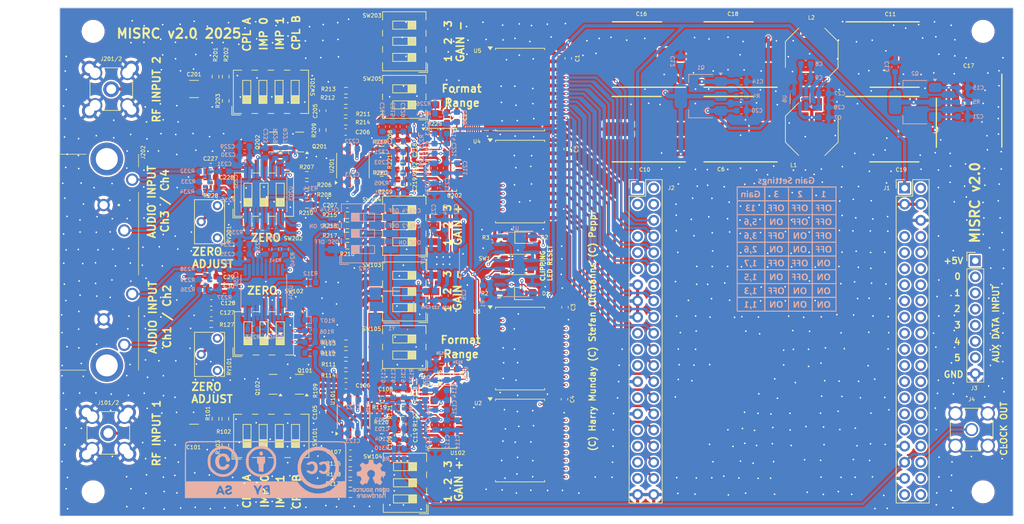
<source format=kicad_pcb>
(kicad_pcb (version 20240108) (generator "pcbnew") (generator_version "8.0")
  (title_block (title "MISRC") (date "2025-04-04") (rev "2.0"))
  (layers (0 "F.Cu" signal) (1 "In1.Cu" signal) (2 "In2.Cu" signal) (31 "B.Cu" signal) (34 "B.Paste" user) (35 "F.Paste" user) (36 "B.SilkS" user "B.Silkscreen") (37 "F.SilkS" user "F.Silkscreen") (38 "B.Mask" user) (39 "F.Mask" user) (44 "Edge.Cuts" user))
  (net 0 "")
  (net 1 "GND")
  (net 2 "+5V")
  (net 3 "+5VA")
  (net 4 "-5VA")
  (net 5 "VDDA")
  (net 6 "/CLK_40")
  (net 7 "Net-(R212-Pad2)")
  (net 8 "Net-(R213-Pad2)")
  (net 9 "Net-(R217-Pad2)")
  (net 10 "Net-(R218-Pad2)")
  (net 11 "/DA0")
  (net 12 "/DA1")
  (net 13 "/DA2")
  (net 14 "/DA3")
  (net 15 "/DA4")
  (net 16 "/DA5")
  (net 17 "/DA6")
  (net 18 "/DA7")
  (net 19 "/DA8")
  (net 20 "/DA9")
  (net 21 "/DA10")
  (net 22 "/DA11")
  (net 23 "/DB3")
  (net 24 "/DB2")
  (net 25 "/DB1")
  (net 26 "/DB0")
  (net 27 "/DB4")
  (net 28 "/DB5")
  (net 29 "/DB6")
  (net 30 "/DB7")
  (net 31 "/DB8")
  (net 32 "/DB9")
  (net 33 "/DB10")
  (net 34 "/DB11")
  (net 35 "/OTRA")
  (net 36 "/OTRB")
  (net 37 "Net-(U6-CP+)")
  (net 38 "Net-(U6-CP-)")
  (net 39 "+5Vpcm")
  (net 40 "Net-(Q2-C)")
  (net 41 "Net-(Q1-B)")
  (net 42 "Net-(Q2-B)")
  (net 43 "Net-(U7-BYP)")
  (net 44 "Net-(U7-VREG)")
  (net 45 "Net-(U7-REF)")
  (net 46 "Net-(U6-VOUT)")
  (net 47 "Net-(J101-Signal)")
  (net 48 "Net-(C101-Pad2)")
  (net 49 "Net-(U101-VCM)")
  (net 50 "Net-(Q101-E)")
  (net 51 "Net-(U101-+)")
  (net 52 "Net-(U101--)")
  (net 53 "Net-(C107-Pad2)")
  (net 54 "Net-(C108-Pad2)")
  (net 55 "Net-(C109-Pad1)")
  (net 56 "Net-(U102-VREF)")
  (net 57 "Net-(U102-REFT)")
  (net 58 "Net-(U102-REFB)")
  (net 59 "Net-(U102-IN)")
  (net 60 "Net-(U102-~{IN})")
  (net 61 "Net-(C127-Pad1)")
  (net 62 "Net-(J201-Signal)")
  (net 63 "Net-(C201-Pad2)")
  (net 64 "Net-(U201-VCM)")
  (net 65 "Net-(Q201-E)")
  (net 66 "Net-(U201-+)")
  (net 67 "Net-(U201--)")
  (net 68 "Net-(C207-Pad2)")
  (net 69 "Net-(C208-Pad2)")
  (net 70 "Net-(C209-Pad1)")
  (net 71 "Net-(U202-VREF)")
  (net 72 "Net-(U202-REFT)")
  (net 73 "Net-(U202-REFB)")
  (net 74 "Net-(U202-IN)")
  (net 75 "Net-(U202-~{IN})")
  (net 76 "Net-(C227-Pad1)")
  (net 77 "Net-(D1-K)")
  (net 78 "Net-(D1-A)")
  (net 79 "Net-(D2-K)")
  (net 80 "Net-(D2-A)")
  (net 81 "Net-(U204-VREF1)")
  (net 82 "Net-(C237-Pad1)")
  (net 83 "Net-(U204-VINL)")
  (net 84 "Net-(U204-VINR)")
  (net 85 "VDD")
  (net 88 "Net-(J1-DQ5)")
  (net 89 "Net-(J1-DQ3)")
  (net 91 "Net-(J1-DQ6)")
  (net 99 "Net-(J1-DQ9)")
  (net 101 "Net-(J1-PCLK)")
  (net 105 "Net-(J1-DQ0)")
  (net 106 "Net-(J1-DQ2)")
  (net 108 "Net-(J1-DQ8)")
  (net 109 "Net-(J1-DQ12)")
  (net 110 "Net-(J1-DQ7)")
  (net 111 "Net-(J1-DQ1)")
  (net 112 "Net-(J1-DQ4)")
  (net 113 "Net-(J1-DQ14)")
  (net 115 "Net-(J1-DQ11)")
  (net 116 "Net-(J1-DQ10)")
  (net 117 "Net-(R102-Pad1)")
  (net 118 "Net-(R103-Pad1)")
  (net 119 "Net-(R106-Pad1)")
  (net 120 "Net-(R106-Pad2)")
  (net 121 "Net-(R107-Pad2)")
  (net 122 "Net-(R111-Pad2)")
  (net 123 "Net-(R112-Pad2)")
  (net 124 "Net-(R113-Pad2)")
  (net 125 "Net-(R116-Pad2)")
  (net 126 "Net-(R117-Pad2)")
  (net 127 "Net-(R118-Pad2)")
  (net 128 "Net-(U102-SENSE)")
  (net 129 "Net-(U102-MODE)")
  (net 130 "Net-(R125-Pad1)")
  (net 131 "Net-(R127-Pad2)")
  (net 132 "Net-(R202-Pad1)")
  (net 133 "Net-(R203-Pad1)")
  (net 134 "Net-(R206-Pad1)")
  (net 135 "Net-(R206-Pad2)")
  (net 136 "Net-(R207-Pad2)")
  (net 137 "Net-(R211-Pad2)")
  (net 138 "Net-(R216-Pad2)")
  (net 139 "Net-(U202-SENSE)")
  (net 140 "Net-(U202-MODE)")
  (net 141 "Net-(R225-Pad1)")
  (net 142 "Net-(R228-Pad2)")
  (net 147 "Net-(U203-VREF1)")
  (net 148 "Net-(U203-VINL)")
  (net 149 "Net-(U203-VINR)")
  (net 150 "Net-(C231-Pad1)")
  (net 151 "Net-(C232-Pad1)")
  (net 152 "Net-(U203-MODE0)")
  (net 153 "Net-(U203-BYPAS)")
  (net 154 "Net-(U203-PDWN_N)")
  (net 155 "Net-(C238-Pad1)")
  (net 156 "/Audio_ADC/LRCK1")
  (net 157 "/Audio_ADC/DOUT1")
  (net 158 "/Audio_ADC/BCK1")
  (net 159 "Net-(U204-BYPAS)")
  (net 160 "Net-(U204-PDWN_N)")
  (net 161 "Net-(U204-MODE0)")
  (net 162 "/Audio_ADC/DOUT2")
  (net 163 "/Audio_ADC/BCK2")
  (net 164 "/Audio_ADC/LRCK2")
  (net 167 "IN2_L")
  (net 168 "IN1_R")
  (net 169 "IN2_R")
  (net 170 "IN1_L")
  (net 173 "Net-(J1-DQ13)")
  (net 174 "Net-(U102-CLK)")
  (net 175 "Net-(U202-CLK)")
  (net 176 "Net-(U204-SCKI)")
  (net 177 "Net-(U203-SCKI)")
  (net 178 "Net-(C106-Pad2)")
  (net 179 "Net-(C206-Pad2)")
  (net 180 "Net-(Q101-B)")
  (net 181 "Net-(Q101-C)")
  (net 182 "Net-(Q201-B)")
  (net 183 "Net-(Q201-C)")
  (net 184 "Net-(J1-DQ15)")
  (net 185 "Net-(J2-DQ21)")
  (net 186 "Net-(J2-DQ26)")
  (net 188 "Net-(J2-DQ31)")
  (net 191 "Net-(J2-DQ23)")
  (net 197 "Net-(J2-DQ20)")
  (net 198 "Net-(J2-DQ19)")
  (net 200 "Net-(J2-DQ22)")
  (net 202 "Net-(J2-DQ30)")
  (net 203 "Net-(J2-DQ27)")
  (net 204 "Net-(J2-DQ28)")
  (net 206 "Net-(J2-DQ18)")
  (net 208 "Net-(J2-DQ16)")
  (net 210 "Net-(J2-DQ17)")
  (net 211 "Net-(J2-DQ29)")
  (net 212 "Net-(J2-DQ24)")
  (net 215 "Net-(J2-DQ25)")
  (net 216 "Net-(U1A-R)")
  (net 217 "/Audio_ADC/SCKI_2")
  (net 218 "/Audio_ADC/SCKI_1")
  (net 219 "/osc_en")
  (footprint "Footprints:CAPAE1030X850N" (layer "F.Cu") (at 186.75 78.6)
    (property "Reference" "C19")
    (property "Value" "470u" (hide yes))
  )
  (footprint "Capacitor_SMD:C_0603_1608Metric" (layer "F.Cu") (at 111.515 126.795 -90)
    (property "Reference" "C119")
    (property "Value" "15pF/1")
  )
  (footprint "Resistor_SMD:R_0603_1608Metric" (layer "F.Cu") (at 107.39 126.045)
    (property "Reference" "R120")
    (property "Value" "40B")
  )
  (footprint "Button_Switch_SMD:SW_DIP_SPSTx02_Slide_6.7x6.64mm_W8.61mm_P2.54mm_LowProfile" (layer "F.Cu") (at 110.945 112.9 180)
    (property "Reference" "SW105")
    (property "Value" "SW_DIP_x02")
  )
  (footprint "Capacitor_SMD:C_0603_1608Metric" (layer "F.Cu") (at 109.915 120.42 -90)
    (property "Reference" "C108")
    (property "Value" "82pF/1")
  )
  (footprint "Resistor_SMD:R_0603_1608Metric" (layer "F.Cu") (at 101.725 75.825)
    (property "Reference" "R211")
    (property "Value" "1kB")
  )
  (footprint "Button_Switch_SMD:SW_DIP_SPSTx03_Slide_6.7x9.18mm_W8.61mm_P2.54mm_LowProfile" (layer "F.Cu") (at 110.945 104.16 180)
    (property "Reference" "SW103")
    (property "Value" "SW_DIP_x03")
  )
  (footprint "Resistor_SMD:R_0603_1608Metric" (layer "F.Cu") (at 101.766 72.55)
    (property "Reference" "R213")
    (property "Value" "4k99B")
  )
  (footprint "Footprints:SMA_Amphenol_901-144_Horizontal" (layer "F.Cu") (at 64.395 126.425)
    (property "Reference" "J101/2")
    (property "Value" "Conn_01x01_Shielded")
  )
  (footprint "MountingHole:MountingHole_3.2mm_M3" (layer "F.Cu") (at 202 135.7)
    (property "Reference" "H3" (hide yes))
    (property "Value" "MountingHole")
  )
  (footprint "Resistor_SMD:R_0603_1608Metric" (layer "F.Cu") (at 81.25 124.2 -90)
    (property "Reference" "R101")
    (property "Value" "75B")
  )
  (footprint "Footprints:SOT-23" (layer "F.Cu") (at 90.3125 80.625 180)
    (property "Reference" "Q202")
    (property "Value" "CMPT5179")
  )
  (footprint "LED_SMD:LED_0805_2012Metric_Pad1.15x1.40mm_HandSolder" (layer "F.Cu") (at 130.2 95.625)
    (property "Reference" "D2")
    (property "Value" "LED")
  )
  (footprint "Resistor_SMD:R_0603_1608Metric" (layer "F.Cu") (at 102.49 136.07)
    (property "Reference" "R116")
    (property "Value" "1kB")
  )
  (footprint "Capacitor_SMD:C_1210_3225Metric" (layer "F.Cu") (at 77.875 126.425)
    (property "Reference" "C101")
    (property "Value" "100u")
  )
  (footprint "Resistor_SMD:R_0603_1608Metric" (layer "F.Cu") (at 98.125 78.75 -90)
    (property "Reference" "R209")
    (property "Value" "499B")
  )
  (footprint "Resistor_SMD:R_0603_1608Metric" (layer "F.Cu") (at 82.85 74.15 90)
    (property "Reference" "R203")
    (property "Value" "75B")
  )
  (footprint "Resistor_SMD:R_0603_1608Metric" (layer "F.Cu") (at 95.625 88.925 180)
    (property "Reference" "R208")
    (property "Value" "39B")
  )
  (footprint "Resistor_SMD:R_0603_1608Metric" (layer "F.Cu") (at 95.625 87.375 180)
    (property "Reference" "R206")
    (property "Value" "75B")
  )
  (footprint "Package_SO:TSSOP-28_4.4x9.7mm_P0.65mm" (layer "F.Cu") (at 116.9525 123.895)
    (property "Reference" "U102")
    (property "Value" "AD9235")
  )
  (footprint "Resistor_SMD:R_0603_1608Metric" (layer "F.Cu") (at 95.625 90.5)
    (property "Reference" "R210")
    (property "Value" "499B")
  )
  (footprint "Capacitor_SMD:C_0603_1608Metric" (layer "F.Cu") (at 101.766 118.995)
    (property "Reference" "C106")
    (property "Value" "1p")
  )
  (footprint "Package_SO:SOIC-20W_7.5x12.8mm_P1.27mm" (layer "F.Cu") (at 129.175 72.372)
    (property "Reference" "U5")
    (property "Value" "74VHC541")
  )
  (footprint "Capacitor_SMD:C_0603_1608Metric" (layer "F.Cu") (at 101.725 79.05)
    (property "Reference" "C206")
    (property "Value" "1p")
  )
  (footprint "Resistor_SMD:R_0603_1608Metric" (layer "F.Cu") (at 102 92.15)
    (property "Reference" "R215")
    (property "Value" "6k49B")
  )
  (footprint "Package_SO:SOIC-20W_7.5x12.8mm_P1.27mm" (layer "F.Cu") (at 129.175 86.85)
    (property "Reference" "U4")
    (property "Value" "74VHC541")
  )
  (footprint "Potentiometer_THT:Potentiometer_Bourns_3266W_Vertical" (layer "F.Cu") (at 81.54 95.715 -90)
    (property "Reference" "RV201")
    (property "Value" "10k")
  )
  (footprint "Footprints:CAPAE1030X850N" (layer "F.Cu") (at 199.8 76.3 -90)
    (property "Reference" "C17")
    (property "Value" "470u" (hide yes))
  )
  (footprint "Resistor_SMD:R_0603_1608Metric" (layer "F.Cu") (at 110.69 124.37)
    (property "Reference" "R122")
    (property "Value" "22B")
  )
  (footprint "Footprints:L_Bourns-SRU8043_2" (layer "F.Cu") (at 175.05 78.6 -90)
    (property "Reference" "L1")
    (property "Value" "100u")
  )
  (footprint "Button_Switch_SMD:SW_DIP_SPSTx03_Slide_6.7x9.18mm_W8.61mm_P2.54mm_LowProfile" (layer "F.Cu") (at 111.056166 134.281166 180)
    (property "Reference" "SW104")
    (property "Value" "SW_DIP_x03")
  )
  (footprint "Footprints:CAPAE1030X850N" (layer "F.Cu") (at 186.8 66.85)
    (property "Reference" "C11")
    (property "Value" "470u" (hide yes))
  )
  (footprint "Capacitor_SMD:C_0603_1608Metric" (layer "F.Cu") (at 119.22 117.205 90)
    (property "Reference" "C31")
    (property "Value" "1u")
  )
  (footprint "Footprints:SOT-23" (layer "F.Cu") (at 90.3125 118.775 180)
    (property "Reference" "Q102")
    (property "Value" "CMPT5179")
  )
  (footprint "Resistor_SMD:R_0603_1608Metric" (layer "F.Cu") (at 125.975 104.475 180)
    (property "Reference" "R2")
    (property "Value" "100")
  )
  (footprint "Footprints:SMA_Amphenol_901-144_Horizontal" (layer "F.Cu") (at 64.86 72.29)
    (property "Reference" "J201/2")
    (property "Value" "Conn_01x01_Shielded")
  )
  (footprint "Capacitor_SMD:C_0603_1608Metric" (layer "F.Cu") (at 109.85 81.05 -90)
    (property "Reference" "C208")
    (property "Value" "82pF/1")
  )
  (footprint "Package_SO:SOIC-20W_7.5x12.8mm_P1.27mm" (layer "F.Cu") (at 129.175 127.623)
    (property "Reference" "U2")
    (property "Value" "74VHC541")
  )
  (footprint "Resistor_SMD:R_0603_1608Metric" (layer "F.Cu") (at 117.66 117.205 -90)
    (property "Reference" "R125")
    (property "Value" "3k3")
  )
  (footprint "Resistor_SMD:R_0603_1608Metric" (layer "F.Cu") (at 102 96.95)
    (property "Reference" "R216")
    (property "Value" "1kB")
  )
  (footprint "Button_Switch_SMD:SW_DIP_SPSTx04_Slide_6.7x11.72mm_W8.61mm_P2.54mm_LowProfile" (layer "F.Cu") (at 89.975 72.725 90)
    (property "Reference" "SW201")
    (property "Value" "SW_DIP_x04")
  )
  (footprint "MountingHole:MountingHole_3.2mm_M3" (layer "F.Cu") (at 62 135.7)
    (property "Reference" "H2" (hide yes))
    (property "Value" "MountingHole")
  )
  (footprint "LED_SMD:LED_0805_2012Metric_Pad1.15x1.40mm_HandSolder" (layer "F.Cu") (at 130.157 104.475)
    (property "Reference" "D1")
    (property "Value" "LED")
  )
  (footprint "Footprints:L_Bourns-SRU8043_2" (layer "F.Cu") (at 175.05 66.85 90)
    (property "Reference" "L2")
    (property "Value" "100u")
  )
  (footprint "Resistor_SMD:R_0603_1608Metric" (layer "F.Cu") (at 82.8 124.2 -90)
    (property "Reference" "R102")
    (property "Value" "150B")
  )
  (footprint "Capacitor_SMD:C_1210_3225Metric" (layer "F.Cu") (at 77.875 72.275)
    (property "Reference" "C201")
    (property "Value" "100u")
  )
  (footprint "Resistor_SMD:R_0603_1608Metric" (layer "F.Cu") (at 102.465 131.245)
    (property "Reference" "R115")
    (property "Value" "6k49B")
  )
  (footprint "Resistor_SMD:R_0603_1608Metric" (layer "F.Cu") (at 101.766 115.67)
    (property "Reference" "R111")
    (property "Value" "1kB")
  )
  (footprint "Capacitor_SMD:C_0603_1608Metric" (layer "F.Cu") (at 80.6 101.8)
    (property "Reference" "C29")
    (property "Value" "1u")
  )
  (footprint "Resistor_SMD:R_0603_1608Metric" (layer "F.Cu") (at 107.4 86.55)
    (property "Reference" "R220")
    (property "Value" "40B")
  )
  (footprint "Footprints:SMA_Amphenol_901-144_Vertical2" (layer "F.Cu") (at 200.2 125.9)
    (property "Reference" "J4")
    (property "Value" "Conn_01x01_Shielded")
  )
  (footprint "Capacitor_SMD:C_0603_1608Metric" (layer "F.Cu") (at 109.915 126.795 -90)
    (property "Reference" "C109")
    (property "Value" "82pF/1")
  )
  (footprint "Capacitor_SMD:C_0603_1608Metric" (layer "F.Cu") (at 109.85 87.3 -90)
    (property "Reference" "C209")
    (property "Value" "82pF/1")
  )
  (footprint "Resistor_SMD:R_0603_1608Metric" (layer "F.Cu") (at 101.75 74.175)
    (property "Reference" "R212")
    (property "Value" "2k49B")
  )
  (footprint "Resistor_SMD:R_0603_1608Metric" (layer "F.Cu") (at 101.766 112.32)
    (property "Reference" "R113")
    (property "Value" "4k99B")
  )
  (footprint "Resistor_SMD:R_0603_1608Metric" (layer "F.Cu") (at 95.625 85.8 180)
    (property "Reference" "R207")
    (property "Value" "39B")
  )
  (footprint "Resistor_SMD:R_0603_1608Metric" (layer "F.Cu") (at 110.625 84.975)
    (property "Reference" "R222")
    (property "Value" "22B")
  )
  (footprint "Footprints:CAPAE1030X850N" (layer "F.Cu") (at 148.8 78.6 180)
    (property "Reference" "C10")
    (property "Value" "470u" (hide yes))
  )
  (footprint "Package_SO:SOIC-20W_7.5x12.8mm_P1.27mm" (layer "F.Cu") (at 129.175 113.145)
    (property "Reference" "U3")
    (property "Value" "74VHC541")
  )
  (footprint "Resistor_SMD:R_0603_1608Metric" (layer "F.Cu") (at 117.68 76.675 -90)
    (property "Reference" "R225")
    (property "Value" "3k3")
  )
  (footprint "Button_Switch_SMD:SW_DIP_SPSTx03_Slide_6.7x9.18mm_W8.61mm_P2.54mm_LowProfile" (layer "F.Cu") (at 110.945 64.76 180)
    (property "Reference" "SW203")
    (property "Value" "SW_DIP_x03")
  )
  (footprint "Capacitor_SMD:C_0603_1608Metric" (layer "F.Cu") (at 80.585 105.95 180)
    (property "Reference" "C128")
    (property "Value" "1n/1")
  )
  (footprint "Capacitor_SMD:C_0603_1608Metric" (layer "F.Cu") (at 102.469 129.62)
    (property "Reference" "C107")
    (property "Value" "1p")
  )
  (footprint "Resistor_SMD:R_0603_1608Metric" (layer "F.Cu") (at 102 93.75)
    (property "Reference" "R218")
    (property "Value" "4k99B")
  )
  (footprint "Resistor_SMD:R_0603_1608Metric" (layer "F.Cu") (at 107.49 121.17)
    (property "Reference" "R119")
    (property "Value" "40B")
  )
  (footprint "Footprints:CAPAE1030X850N" (layer "F.Cu") (at 163.25 78.6 180)
    (property "Reference" "C6")
    (property "Value" "470u" (hide yes))
  )
  (footprint "Footprints:CAPAE1030X850N" (layer "F.Cu") (at 163.25 66.85 180)
    (property "Reference" "C18")
    (property "Value" "470u" (hide yes))
  )
  (footprint "Resistor_SMD:R_0603_1608Metric" (layer "F.Cu") (at 107.55 81.8)
    (property "Reference" "R219")
    (property "Value" "40B")
  )
  (footprint "Footprints:PTS810SJG250SMTRLFS" (layer "F.Cu") (at 128.775 99.9)
    (property "Reference" "SW1")
    (property "Value" "PTS810SJM250SMTRLFS" (hide yes))
  )
  (footprint "MountingHole:MountingHole_3.2mm_M3" (layer "F.Cu") (at 62 63.2)
    (property "Reference" "H1" (hide yes))
    (property "Value" "MountingHole")
  )
  (footprint "Capacitor_SMD:C_0603_1608Metric" (layer "F.Cu") (at 119.225 76.675 90)
    (property "Reference" "C2")
    (property "Value" "1u")
  )
  (footprint "Footprints:SOT-23" (layer "F.Cu") (at 94.4375 118.775 180)
    (property "Reference" "Q101")
    (property "Value" "CMPT5179")
  )
  (footprint "Capacitor_SMD:C_0603_1608Metric" (layer "F.Cu") (at 98.125 123.2 90)
    (property "Reference" "C105")
    (property "Value" "470n/1")
  )
  (footprint "Capacitor_SMD:C_0603_1608Metric" (layer "F.Cu") (at 80.5 86.175 180)
    (property "Reference" "C228")
    (property "Value" "1n/1")
  )
  (footprint "Resistor_SMD:R_0603_1608Metric" (layer "F.Cu") (at 81.25 70.325 -90)
    (property "Reference" "R201")
    (property "Value" "75B")
  )
  (footprint "Resistor_SMD:R_0603_1608Metric" (layer "F.Cu") (at 102 95.35)
    (property "Reference" "R217")
    (property "Value" "2k49B")
  )
  (footprint "Capacitor_SMD:C_0603_1608Metric" (layer "F.Cu") (at 111.49 120.42 -90)
    (property "Reference" "C118")
    (property "Value" "15pF/1")
  )
  (footprint "Capacitor_SMD:C_0603_1608Metric" (layer "F.Cu") (at 136.15 121.125 90)
    (property "Reference" "C4")
    (property "Value" "1u")
  )
  (footprint "Footprints:KLP42X61WWRR" (layer "F.Cu") (at 63.65 90.55 -90)
    (property "Reference" "J202")
    (property "Value" "KLP42X-61-WW_RR" (hide yes))
  )
  (footprint "Resistor_SMD:R_0603_1608Metric" (layer "F.Cu") (at 102.465 132.845)
    (property "Reference" "R118")
    (property "Value" "4k99B")
  )
  (footprint "Resistor_SMD:R_0603_1608Metric" (layer "F.Cu") (at 110.625 83.375)
    (property "Reference" "R221")
    (property "Value" "22B")
  )
  (footprint "Footprints:CAPAE1030X850N" (layer "F.Cu") (at 148.85 66.85 180)
    (property "Reference" "C16")
    (property "Value" "470u" (hide yes))
  )
  (footprint "Resistor_SMD:R_0603_1608Metric" (layer "F.Cu") (at 80.5 87.85 180)
    (property "Reference" "R228")
    (property "Value" "3k3")
  )
  (footprint "Footprints:BNC_Right_Angle-DOSIN-801-0050_5pin" (layer "F.Cu") (at 64.375 126.475)
    (property "Reference" "J101" (hide yes))
    (property "Value" "BNC_Rosenberger")
  )
  (footprint "Button_Switch_SMD:SW_DIP_SPSTx04_Slide_6.7x11.72mm_W8.61mm_P2.54mm_LowProfile" (layer "F.Cu") (at 90.025 126.9 90)
    (property "Reference" "SW101")
    (property "Value" "SW_DIP_x04")
  )
  (footprint "Resistor_SMD:R_0603_1608Metric" (layer "F.Cu") (at 98.14 119.825 90)
    (property "Reference" "R109")
    (property "Value" "499B")
  )
  (footprint "Connector_PinHeader_2.54mm:PinHeader_1x08_P2.54mm_Vertical" (layer "F.Cu") (at 200.775 99.32)
    (property "Reference" "J3")
    (property "Value" "Conn_01x08_Socket")
  )
  (footprint "Button_Switch_SMD:SW_DIP_SPSTx02_Slide_6.7x6.64mm_W8.61mm_P2.54mm_LowProfile" (layer "F.Cu") (at 110.945 73.512681 180)
    (property "Reference" "SW205")
    (property "Value" "SW_DIP_x02")
  )
  (footprint "Capacitor_SMD:C_0603_1608Metric" (layer "F.Cu") (at 80.5 84.5 180)
    (property "Reference" "C227")
    (property "Value" "10u")
  )
  (footprint "Button_Switch_SMD:SW_DIP_SPSTx03_Slide_6.7x9.18mm_W8.61mm_P2.54mm_LowProfile" (layer "F.Cu") (at 88.887 88.913 90)
    (property "Reference" "SW202")
    (property "Value" "SW_DIP_x03")
  )
  (footprint "Footprints:PinHeader_2x20_P2.54mm_Vertical-1" (layer "F.Cu") (at 189.653 87.875)
    (property "Reference" "J1")
    (property "Value" "GPIFII_J6")
  )
  (footprint "Resistor_SMD:R_0603_1608Metric" (layer "F.Cu") (at 101.766 113.995)
    (property "Reference" "R112")
    (property "Value" "2k49B")
  )
  (footprint "Resistor_SMD:R_0603_1608Metric" (layer "F.Cu") (at 82.8 128.375 90)
    (property "Reference" "R103")
    (property "Value" "75B")
  )
  (footprint "Package_SO:SO-8_3.9x4.9mm_P1.27mm" (layer "F.Cu") (at 102.87 84.328 90)
    (property "Reference" "U201")
    (property "Value" "AD8138ARZ")
  )
  (footprint "Footprints:SOT-23" (layer "F.Cu") (at 94.4875 80.625 180)
    (property "Reference" "Q201")
    (property "Value" "CMPT5179")
  )
  (footprint "Capacitor_SMD:C_0603_1608Metric" (layer "F.Cu") (at 136.575 81.725 -90)
    (property "Reference" "C5")
    (property "Value" "1u")
  )
  (footprint "Capacitor_SMD:C_0603_1608Metric" (layer "F.Cu") (at 111.45 87.275 -90)
    (property "Reference" "C219")
    (property "Value" "15pF/1")
  )
  (footprint "MountingHole:MountingHole_3.2mm_M3" (layer "F.Cu") (at 202 63.2)
    (property "Reference" "H4" (hide yes))
    (property "Value" "MountingHole")
  )
  (footprint "Package_SO:TSSOP-28_4.4x9.7mm_P0.65mm" (layer "F.Cu") (at 116.8625 83.425)
    (property "Reference" "U202")
    (property "Value" "AD9235")
  )
  (footprint "Resistor_SMD:R_0603_1608Metric" (layer "F.Cu") (at 82.85 70.325 -90)
    (property "Reference" "R202")
    (property "Value" "150B")
  )
  (footprint "Resistor_SMD:R_0603_1608Metric" (layer "F.Cu") (at 110.69 122.795)
    (property "Reference" "R121")
    (property "Value" "22B")
  )
  (footprint "Resistor_SMD:R_0603_1608Metric" (layer "F.Cu") (at 101.725 77.425)
    (property "Reference" "R214")
    (property "Value" "6k49B")
  )
  (footprint "Capacitor_SMD:C_0603_1608Metric" (layer "F.Cu") (at 136.225 106.65 90)
    (property "Reference" "C3")
    (property "Value" "1u")
  )
  (footprint "Package_SO:SO-8_3.9x4.9mm_P1.27mm" (layer "F.Cu") (at 102.965 123.845 90)
    (property "Reference" "U101")
    (property "Value" "AD8138ARZ")
  )
  (footprint "Button_Switch_SMD:SW_DIP_SPSTx03_Slide_6.7x9.18mm_W8.61mm_P2.54mm_LowProfile" (layer "F.Cu") (at 110.945 93.79 180)
    (property "Reference" "SW204")
    (property "Value" "SW_DIP_x03")
  )
  (footprint "Potentiometer_THT:Potentiometer_Bourns_3266W_Vertical" (layer "F.Cu") (at 81.54 116.6 -90)
    (property "Reference" "RV101")
    (property "Value" "10k")
  )
  (footprint "Button_Switch_SMD:SW_DIP_SPSTx03_Slide_6.7x9.18mm_W8.61mm_P2.54mm_LowProfile" (layer "F.Cu") (at 88.887 110.745 90)
    (property "Reference" "SW102")
    (property "Value" "SW_DIP_x03")
  )
  (footprint "Resistor_SMD:R_0603_1608Metric" (layer "F.Cu") (at 126.018 95.625 180)
    (property "Reference" "R3")
    (property "Value" "100")
  )
  (footprint "Resistor_SMD:R_0603_1608Metric" (layer "F.Cu") (at 80.585 109.3 180)
    (property "Reference" "R127")
    (property "Value" "3k3")
  )
  (footprint "Footprints:PinHeader_2x20_P2.54mm_Vertical-1" (layer "F.Cu") (at 147.65 87.875)
    (property "Reference" "J2")
    (property "Value" "GPIFII_J7")
  )
  (footprint "Footprints:BNC_Right_Angle-DOSIN-801-0050_5pin" (layer "F.Cu") (at 64.84 72.31)
    (property "Reference" "J201" (hide yes))
    (property "Value" "BNC_Rosenberger")
  )
  (footprint "Resistor_SMD:R_0603_1608Metric" (layer "F.Cu") (at 102.465 134.445)
    (property "Reference" "R117")
    (property "Value" "2k49B")
  )
  (footprint "Capacitor_SMD:C_0603_1608Metric" (layer "F.Cu") (at 80.585 107.625 180)
    (property "Reference" "C127")
    (property "Value" "10u")
  )
  (footprint "Capacitor_SMD:C_0603_1608Metric" (layer "F.Cu") (at 136.75 67.45 -90)
    (property "Reference" "C1")
    (property "Value" "1u")
  )
  (footprint "Capacitor_SMD:C_0603_1608Metric" (layer "F.Cu") (at 102 90.5)
    (property "Reference" "C207")
    (property "Value" "1p")
  )
  (footprint "Capacitor_SMD:C_0603_1608Metric" (layer "F.Cu") (at 80.585 103.375 180)
    (property "Reference" "C30")
    (property "Value" "1u")
  )
  (footprint "Capacitor_SMD:C_0603_1608Metric" (layer "F.Cu") (at 98.125 75.7 -90)
    (property "Reference" "C205")
    (property "Value" "470n/1")
  )
  (footprint "Capacitor_SMD:C_0603_1608Metric" (layer "F.Cu") (at 111.475 81.05 -90)
    (property "Reference" "C218")
    (property "Value" "15pF/1")
  )
  (footprint "Resistor_SMD:R_0603_1608Metric" (layer "F.Cu") (at 101.766 117.32)
    (property "Reference" "R114")
    (property "Value" "6k49B")
  )
  (footprint "Capacitor_SMD:C_0603_1608Metric" (layer "B.Cu") (at 102.95 121.1875)
    (property "Reference" "C122")
    (property "Value" "100n")
  )
  (footprint "Capacitor_SMD:C_0603_1608Metric" (layer "B.Cu") (at 90.15 110.125 180)
    (property "Reference" "C240")
    (property "Value" "100n")
  )
  (footprint "Capacitor_SMD:C_0603_1608Metric" (layer "B.Cu") (at 119.225 76.675 -90)
    (property "Reference" "C226")
    (property "Value" "100n")
  )
  (footprint "Capacitor_SMD:C_0603_1608Metric" (layer "B.Cu") (at 110.875 120.0625 90)
    (property "Reference" "C319")
    (property "Value" "10u")
  )
  (footprint "Capacitor_SMD:C_0603_1608Metric" (layer "B.Cu") (at 117.6 81.65 90)
    (property "Reference" "C221")
    (property "Value" "1n/1")
  )
  (footprint "Resistor_SMD:R_0603_1608Metric" (layer "B.Cu") (at 82.6 88.45 180)
    (property "Reference" "R235")
    (property "Value" "47k")
  )
  (footprint "Capacitor_SMD:C_0603_1608Metric" (layer "B.Cu") (at 164.005 75.675)
    (property "Reference" "C20")
    (property "Value" "1u")
  )
  (footprint "Capacitor_SMD:C_0603_1608Metric" (layer "B.Cu") (at 85.825 82.89 180)
    (property "Reference" "C230")
    (property "Value" "100n")
  )
  (footprint "Capacitor_SMD:C_0603_1608Metric" (layer "B.Cu") (at 174.1 68.316 180)
    (property "Reference" "C8")
    (property "Value" "10u")
  )
  (footprint "Footprints:MISRC_gain_settings" (layer "B.Cu") (at 171.1 96.675 180)
    (property "Reference" "H5" (hide yes))
    (property "Value" "MISRC-Gain_Settings" (hide yes))
  )
  (footprint "Capacitor_SMD:C_0603_1608Metric" (layer "B.Cu") (at 82.6 85.25)
    (property "Reference" "C231")
    (property "Value" "1u")
  )
  (footprint "Resistor_SMD:R_0603_1608Metric" (layer "B.Cu") (at 110 80.55)
    (property "Reference" "R204")
    (property "Value" "1kB")
  )
  (footprint "Footprints:CB3LV5I40M0000" (layer "B.Cu") (at 108.925 106.6 180)
    (property "Reference" "Y1")
    (property "Value" "CB3LV-5I-40M0000" (hide yes))
  )
  (footprint "Capacitor_SMD:C_0603_1608Metric" (layer "B.Cu") (at 115.8 104.828 90)
    (property "Reference" "C22")
    (property "Value" "1u")
  )
  (footprint "Resistor_SMD:R_0603_1608Metric" (layer "B.Cu") (at 96.125 113.825)
    (property "Reference" "R110")
    (property "Value" "499B")
  )
  (footprint "Footprints:CC Licence" (layer "B.Cu") (at 89.14 132.2 180)
    (property "Reference" "H6" (hide yes))
    (property "Value" "CC Licence" (hide yes))
  )
  (footprint "Capacitor_SMD:C_0603_1608Metric" (layer "B.Cu") (at 198.8 76.6)
    (property "Reference" "C21")
    (property "Value" "1u")
  )
  (footprint "Resistor_SMD:R_0603_1608Metric" (layer "B.Cu") (at 198.8 74.35)
    (property "Reference" "R5")
    (property "Value" "1k")
  )
  (footprint "Resistor_SMD:R_0603_1608Metric" (layer "B.Cu") (at 116.75 114.9125 180)
    (property "Reference" "R126")
    (property "Value" "10k")
  )
  (footprint "Capacitor_SMD:C_0603_1608Metric" (layer "B.Cu") (at 117.625 118.9125 -90)
    (property "Reference" "C114")
    (property "Value" "1n/1")
  )
  (footprint "Capacitor_SMD:C_0603_1608Metric" (layer "B.Cu") (at 107.475 78.2 90)
    (property "Reference" "C216")
    (property "Value" "1n/1")
  )
  (footprint "Resistor_SMD:R_0603_1608Metric" (layer "B.Cu") (at 116.65 74.55 180)
    (property "Reference" "R226")
    (property "Value" "10k")
  )
  (footprint "Capacitor_SMD:C_0603_1608Metric" (layer "B.Cu") (at 115.675 84.75 -90)
    (property "Reference" "C225")
    (property "Value" "100n")
  )
  (footprint "Capacitor_SMD:C_0603_1608Metric" (layer "B.Cu") (at 85.825 96.7 180)
    (property "Reference" "C234")
    (property "Value" "10u")
  )
  (footprint "Resistor_SMD:R_0603_1608Metric" (layer "B.Cu") (at 92.175 97.5 -90)
    (property "Reference" "R240")
    (property "Value" "1k")
  )
  (footprint "Capacitor_SMD:C_0603_1608Metric" (layer "B.Cu") (at 115.7 78.55 -90)
    (property "Reference" "C213")
    (property "Value" "100n")
  )
  (footprint "Capacitor_SMD:C_0603_1608Metric" (layer "B.Cu") (at 176.925 76.745)
    (property "Reference" "C7")
    (property "Value" "1u")
  )
  (footprint "Package_TO_SOT_SMD:SOT-223-3_TabPin2" (layer "B.Cu") (at 191.3 74.35 180)
    (property "Reference" "Q2")
    (property "Value" "FZT790A")
  )
  (footprint "Capacitor_SMD:C_0603_1608Metric" (layer "B.Cu") (at 198.8 72.07)
    (property "Reference" "C15")
    (property "Value" "100n")
  )
  (footprint "Capacitor_SMD:C_0603_1608Metric" (layer "B.Cu") (at 117.65 125.1875 90)
    (property "Reference" "C112")
    (property "Value" "100n")
  )
  (footprint "Resistor_SMD:R_0603_1608Metric" (layer "B.Cu") (at 90.65 97.5 -90)
    (property "Reference" "R241")
    (property "Value" "1k")
  )
  (footprint "Resistor_SMD:R_0603_1608Metric" (layer "B.Cu") (at 96.125 112.125 180)
    (property "Reference" "R108")
    (property "Value" "39B")
  )
  (footprint "Capacitor_SMD:C_0603_1608Metric" (layer "B.Cu") (at 102.775 86.9 180)
    (property "Reference" "C223")
    (property "Value" "100n")
  )
  (footprint "Capacitor_SMD:C_0603_1608Metric" (layer "B.Cu") (at 117.625 78.525 -90)
    (property "Reference" "C214")
    (property "Value" "1n/1")
  )
  (footprint "Footprints:SOIC-8-1EP_3.9x4.9mm_P1.27mm_EP2.29x3mm_2" (layer "B.Cu") (at 117.063 99.302 90)
    (property "Reference" "U7")
    (property "Value" "ADP7156ARDZ")
  )
  (footprint "Capacitor_SMD:C_0603_1608Metric" (layer "B.Cu") (at 82.6 86.85)
    (property "Reference" "C232")
    (property "Value" "1u")
  )
  (footprint "Capacitor_SMD:C_0603_1608Metric" (layer "B.Cu") (at 115.7 81.65 90)
    (property "Reference" "C217")
    (property "Value" "10u")
  )
  (footprint "Resistor_SMD:R_0603_1608Metric" (layer "B.Cu") (at 96.125 110.35 180)
    (property "Reference" "R106")
    (property "Value" "75B")
  )
  (footprint "Capacitor_SMD:C_0603_1608Metric" (layer "B.Cu") (at 164 71.1)
    (property "Reference" "C14")
    (property "Value" "100n")
  )
  (footprint "Resistor_SMD:R_0603_1608Metric" (layer "B.Cu") (at 79.525 100.628141)
    (property "Reference" "R238")
    (property "Value" "10k")
  )
  (footprint "Capacitor_SMD:C_0603_1608Metric" (layer "B.Cu") (at 107.575 120.0625 90)
    (property "Reference" "C115")
    (property "Value" "100n")
  )
  (footprint "Resistor_SMD:R_0603_1608Metric" (layer "B.Cu") (at 112.5 80.35 90)
    (property "Reference" "R223")
    (property "Value" "10k")
  )
  (footprint "Capacitor_SMD:C_0603_1608Metric" (layer "B.Cu") (at 85.825 98.25 180)
    (property "Reference" "C235")
    (property "Value" "100n")
  )
  (footprint "Capacitor_SMD:C_0603_1608Metric" (layer "B.Cu") (at 82.675 102.25)
    (property "Reference" "C238")
    (property "Value" "1u")
  )
  (footprint "Symbol:OSHW-Logo_5.7x6mm_SilkScreen" (layer "B.Cu") (at 105.73 133.65 180)
    (property "Reference" "H7" (hide yes))
    (property "Value" "OSHW Logo" (hide yes))
  )
  (footprint "Resistor_SMD:R_0603_1608Metric" (layer "B.Cu") (at 79.525 86.85)
    (property "Reference" "R233")
    (property "Value" "47k")
  )
  (footprint "Resistor_SMD:R_0603_1608Metric" (layer "B.Cu") (at 79.525 85.25)
    (property "Reference" "R232")
    (property "Value" "10k" (hide yes))
  )
  (footprint "Capacitor_SMD:C_0603_1608Metric" (layer "B.Cu") (at 119.275 125.1875 90)
    (property "Reference" "C111")
    (property "Value" "1n/1")
  )
  (footprint "Resistor_SMD:R_0603_1608Metric" (layer "B.Cu") (at 110 88.65)
    (property "Reference" "R311")
    (property "Value" "0R")
  )
  (footprint "Capacitor_SMD:C_0603_1608Metric" (layer "B.Cu") (at 89.125 82.325 90)
    (property "Reference" "C233")
    (property "Value" "100n")
  )
  (footprint "Resistor_SMD:R_0603_1608Metric" (layer "B.Cu") (at 116.625 76.15 180)
    (property "Reference" "R224")
    (property "Value" "4k99")
  )
  (footprint "Resistor_SMD:R_0603_1608Metric" (layer "B.Cu") (at 82.675 103.9 180)
    (property "Reference" "R237")
    (property "Value" "47k")
  )
  (footprint "Capacitor_SMD:C_0603_1608Metric" (layer "B.Cu") (at 115.675 87.9 -90)
    (property "Reference" "C224")
    (property "Value" "100n")
  )
  (footprint "Capacitor_SMD:C_0603_1608Metric" (layer "B.Cu") (at 115.85 125.1625 -90)
    (property "Reference" "C125")
    (property "Value" "100n")
  )
  (footprint "Capacitor_SMD:C_0603_1608Metric" (layer "B.Cu") (at 114.275 104.825 -90)
    (property "Reference" "C241")
    (property "Value" "1u")
  )
  (footprint "Resistor_SMD:R_0603_1608Metric" (layer "B.Cu") (at 96.19 89.36 180)
    (property "Reference" "R314")
    (property "Value" "0R")
  )
  (footprint "Resistor_SMD:R_0603_1608Metric" (layer "B.Cu") (at 96.19 102.77 180)
    (property "Reference" "R312")
    (property "Value" "0R")
  )
  (footprint "Capacitor_SMD:C_0603_1608Metric" (layer "B.Cu") (at 110.003 85.5 180)
    (property "Reference" "C204")
    (property "Value" "1n/1")
  )
  (footprint "Package_TO_SOT_SMD:SOT-223-3_TabPin2" (layer "B.Cu") (at 157.6 73.4 180)
    (property "Reference" "Q1")
    (property "Value" "FZT690B")
  )
  (footprint "Capacitor_SMD:C_0603_1608Metric" (layer "B.Cu") (at 109.225 120.0625 90)
    (property "Reference" "C116")
    (property "Value" "1n/1")
  )
  (footprint "Capacitor_SMD:C_0603_1608Metric" (layer "B.Cu") (at 90.15 94.75 180)
    (property "Reference" "C236")
    (property "Value" "100n")
  )
  (footprint "Capacitor_SMD:C_0603_1608Metric" (layer "B.Cu") (at 119.275 84.725 90)
    (property "Reference" "C211")
    (property "Value" "1n/1")
  )
  (footprint "Resistor_SMD:R_0603_1608Metric" (layer "B.Cu") (at 110.125 128.9125)
    (property "Reference" "R310")
    (property "Value" "0R")
  )
  (footprint "Capacitor_SMD:C_0603_1608Metric" (layer "B.Cu") (at 115.85 118.9125 -90)
    (property "Reference" "C113")
    (property "Value" "100n")
  )
  (footprint "Resistor_SMD:R_0603_1608Metric" (layer "B.Cu") (at 90.675 82.325 -90)
    (property "Reference" "R229")
    (property "Value" "1k")
  )
  (footprint "Resistor_SMD:R_0603_1608Metric" (layer "B.Cu") (at 79.525 102.25)
    (property "Reference" "R239")
    (property "Value" "47k")
  )
  (footprint "Resistor_SMD:R_0603_1608Metric" (layer "B.Cu") (at 116.742272 116.4875 180)
    (property "Reference" "R124")
    (property "Value" "4k99")
  )
  (footprint "Resistor_SMD:R_0603_1608Metric" (layer "B.Cu") (at 92.25 82.325 -90)
    (property "Reference" "R227")
    (property "Value" "1k")
  )
  (footprint "Capacitor_SMD:C_0603_1608Metric" (layer "B.Cu") (at 154.425 67.925 90)
    (property "Reference" "C12")
    (property "Value" "1u")
  )
  (footprint "Capacitor_SMD:C_0603_1608Metric" (layer "B.Cu") (at 119.4 117.1125 -90)
    (property "Reference" "C126")
    (property "Value" "100n")
  )
  (footprint "Resistor_SMD:R_0603_1608Metric" (layer "B.Cu") (at 110.125 122.4375)
    (property "Reference" "R104")
    (property "Value" "1kB")
  )
  (footprint "Resistor_SMD:R_0603_1608Metric" (layer "B.Cu") (at 96.125 108.65 180)
    (property "Reference" "R107")
    (property "Value" "39B")
  )
  (footprint "Capacitor_SMD:C_0603_1608Metric" (layer "B.Cu") (at 110.8 78.2 90)
    (property "Reference" "C320")
    (property "Value" "10u")
  )
  (footprint "Capacitor_SMD:C_0603_1608Metric" (layer "B.Cu") (at 112.5 83.45 90)
    (property "Reference" "C220")
    (property "Value" "100n")
  )
  (footprint "Capacitor_SMD:C_0603_1608Metric" (layer "B.Cu") (at 117.35 93.65 -90)
    (property "Reference" "C23")
    (property "Value" "1u")
  )
  (footprint "Footprints:SOT-23-5" (layer "B.Cu") (at 173.211 73.777 90)
    (property "Reference" "U6")
    (property "Value" "TPS60401")
  )
  (footprint "Capacitor_SMD:C_0603_1608Metric" (layer "B.Cu") (at 176.911 73.0055 180)
    (property "Reference" "C27")
    (property "Value" "1n/1")
  )
  (footprint "Resistor_SMD:R_0603_1608Metric" (layer "B.Cu") (at 164 73.4)
    (property "Reference" "R4")
    (property "Value" "1k")
  )
  (footprint "Capacitor_SMD:C_0603_1608Metric" (layer "B.Cu") (at 110.125 124.0625 180)
    (property "Reference" "C202")
    (property "Value" "10u")
  )
  (footprint "Button_Switch_SMD:SW_DIP_SPSTx03_Slide_6.7x9.18mm_W8.61mm_P2.54mm_LowProfile" (layer "B.Cu") (at 104.465 95.01)
    (property "Reference" "SW2")
    (property "Value" "SW_DIP_x03")
  )
  (footprint "Package_SO:SO-16_3.9x9.9mm_P1.27mm" (layer "B.Cu") (at 128.525 99.9)
    (property "Reference" "U1")
    (property "Value" "4043")
  )
  (footprint "Capacitor_SMD:C_0603_1608Metric" (layer "B.Cu") (at 89.125 97.5 90)
    (property "Reference" "C239")
    (property "Value" "100n")
  )
  (footprint "Capacitor_SMD:C_0603_1608Metric" (layer "B.Cu") (at 110.125 127.3625 180)
    (property "Reference" "C104")
    (property "Value" "1n/1")
  )
  (footprint "Capacitor_SMD:C_0603_1608Metric" (layer "B.Cu") (at 85.825 81.31 180)
    (property "Reference" "C229")
    (property "Value" "10u")
  )
  (footprint "Resistor_SMD:R_0603_1608Metric" (layer "B.Cu") (at 87.1 94.75)
    (property "Reference" "R230")
    (property "Value" "1k")
  )
  (footprint "Capacitor_SMD:C_0603_1608Metric" (layer "B.Cu") (at 82.675 100.625)
    (property "Reference" "C237")
    (property "Value" "1u")
  )
  (footprint "Resistor_SMD:R_0603_1608Metric" (layer "B.Cu") (at 87.1 110.125)
    (property "Reference" "R243")
    (property "Value" "1k")
  )
  (footprint "Resistor_SMD:R_0603_1608Metric" (layer "B.Cu") (at 123.3 104 90)
    (property "Reference" "R1")
    (property "Value" "10k")
  )
  (footprint "Resistor_SMD:R_0603_1608Metric" (layer "B.Cu") (at 110 87.1)
    (property "Reference" "R205")
    (property "Value" "1kB")
  )
  (footprint "Resistor_SMD:R_0603_1608Metric" (layer "B.Cu") (at 79.525 88.45)
    (property "Reference" "R234")
    (property "Value" "10k" (hide yes))
  )
  (footprint "Resistor_SMD:R_0603_1608Metric" (layer "B.Cu") (at 110.125 130.5125)
    (property "Reference" "R6")
    (property "Value" "0R")
  )
  (footprint "Capacitor_SMD:C_0603_1608Metric" (layer "B.Cu") (at 176.911 75.1645 180)
    (property "Reference" "C28")
    (property "Value" "10u")
  )
  (footprint "Capacitor_SMD:C_0603_1608Metric" (layer "B.Cu") (at 119.125 93.65 -90)
    (property "Reference" "C32")
    (property "Value" "10u")
  )
  (footprint "Footprints:SOP65P780X200-20N" (layer "B.Cu") (at 88.85 104.255 -90)
    (property "Reference" "U204")
    (property "Value" "PCM1802DBR")
  )
  (footprint "Capacitor_SMD:C_0603_1608Metric" (layer "B.Cu") (at 117.6 84.725 90)
    (property "Reference" "C212")
    (property "Value" "100n")
  )
  (footprint "Resistor_SMD:R_0603_1608Metric" (layer "B.Cu") (at 79.525 103.9)
    (property "Reference" "R236")
    (property "Value" "10k")
  )
  (footprint "Capacitor_SMD:C_0603_1608Metric" (layer "B.Cu") (at 114.225 120.4625 90)
    (property "Reference" "C120")
    (property "Value" "100n")
  )
  (footprint "Capacitor_SMD:C_0603_1608Metric" (layer "B.Cu") (at 110 83.875 180)
    (property "Reference" "C203")
    (property "Value" "100n")
  )
  (footprint "Capacitor_SMD:C_0603_1608Metric" (layer "B.Cu") (at 188.15 68.8 90)
    (property "Reference" "C13")
    (property "Value" "1u")
  )
  (footprint "Capacitor_SMD:C_0603_1608Metric" (layer "B.Cu") (at 110.125 125.7375 180)
    (property "Reference" "C103")
    (property "Value" "100n")
  )
  (footprint "Capacitor_SMD:C_0603_1608Metric" (layer "B.Cu") (at 109.15 78.2 90)
    (property "Reference" "C215")
    (property "Value" "100n")
  )
  (footprint "Capacitor_SMD:C_0603_1608Metric" (layer "B.Cu") (at 102.85 126.4875 180)
    (property "Reference" "C123")
    (property "Value" "100n")
  )
  (footprint "Footprints:SOP65P780X200-20N" (layer "B.Cu") (at 88.887 88.913 -90)
    (property "Reference" "U203")
    (property "Value" "PCM1802DBR")
  )
  (footprint "Capacitor_SMD:C_0603_1608Metric" (layer "B.Cu") (at 102.8 81.7)
    (property "Reference" "C222")
    (property "Value" "100n")
  )
  (footprint "Resistor_SMD:R_0603_1608Metric" (layer "B.Cu") (at 112.6 120.0625 90)
    (property "Reference" "R123")
    (property "Value" "10k")
  )
  (footprint "Capacitor_SMD:C_0603_1608Metric" (layer "B.Cu") (at 115.85 128.3125 -90)
    (property "Reference" "C124")
    (property "Value" "100n")
  )
  (footprint "Capacitor_SMD:C_0603_1608Metric" (layer "B.Cu") (at 117.65 122.0375 90)
    (property "Reference" "C121")
    (property "Value" "1n/1")
  )
  (footprint "Capacitor_SMD:C_0603_1608Metric" (layer "B.Cu") (at 117.35 104.825 -90)
    (property "Reference" "C25")
    (property "Value" "10u")
  )
  (footprint "Capacitor_SMD:C_0603_1608Metric" (layer "B.Cu") (at 115.85 122.0375 90)
    (property "Reference" "C210")
    (property "Value" "10u")
  )
  (footprint "Capacitor_SMD:C_0603_1608Metric" (layer "B.Cu") (at 110 82.2 180)
    (property "Reference" "C321")
    (property "Value" "10u")
  )
  (footprint "Resistor_SMD:R_0603_1608Metric" (layer "B.Cu") (at 107.075 122.4375)
    (property "Reference" "R105")
    (property "Value" "1kB")
  )
  (footprint "Capacitor_SMD:C_0603_1608Metric" (layer "B.Cu") (at 174.1 70.475 180)
    (property "Reference" "C9")
    (property "Value" "100n")
  )
  (footprint "Capacitor_SMD:C_0603_1608Metric" (layer "B.Cu") (at 119.125 104.8 -90)
    (property "Reference" "C26")
    (property "Value" "100n")
  )
  (footprint "Capacitor_SMD:C_0603_1608Metric" (layer "B.Cu") (at 115.551 93.652 90)
    (property "Reference" "C24")
    (property "Value" "1u")
  )
  (gr_line (start 206.75 139.5) (end 206.75 59.5) (stroke (width 0.1)) (layer "Edge.Cuts"))
  (gr_line (start 56.75 139.5) (end 206.75 139.5) (stroke (width 0.1)) (layer "Edge.Cuts"))
  (gr_line (start 206.75 59.5) (end 56.75 59.5) (stroke (width 0.1)) (layer "Edge.Cuts"))
  (gr_line (start 56.75 59.5) (end 56.75 139.5) (stroke (width 0.1)) (layer "Edge.Cuts"))
  (gr_text "CH1/2 OFF" (at 113.64 93.84 0) (layer "B.SilkS") (effects (font (size 0.6 0.6) (thickness 0.1) (bold yes)) (justify left mirror)))
  (gr_text "CH3/4 OFF" (at 113.64 91.46 0) (layer "B.SilkS") (effects (font (size 0.6 0.6) (thickness 0.1) (bold yes)) (justify left mirror)))
  (gr_text "CH3/4 ON" (at 100.76 91.31 0) (layer "B.SilkS") (effects (font (size 0.6 0.6) (thickness 0.1) (bold yes)) (justify left mirror)))
  (gr_text "CH1/2 ON" (at 100.76 93.88 0) (layer "B.SilkS") (effects (font (size 0.6 0.6) (thickness 0.1) (bold yes)) (justify left mirror)))
  (gr_text "OSC ON" (at 113.64 96.46 0) (layer "B.SilkS") (effects (font (size 0.6 0.6) (thickness 0.1) (bold yes)) (justify left mirror)))
  (gr_text "OSC OFF" (at 100.76 96.37 0) (layer "B.SilkS") (effects (font (size 0.6 0.6) (thickness 0.1) (bold yes)) (justify left mirror)))
  (gr_text "IMP 1" (at 92.15 138.42 90) (layer "F.SilkS") (effects (font (size 1.2 1.2) (thickness 0.25) (bold yes)) (justify left bottom)))
  (gr_text "GAIN +" (at 120.22 137.38 90) (layer "F.SilkS") (effects (font (size 1.2 1.2) (thickness 0.25) (bold yes)) (justify left bottom)))
  (gr_text "5" (at 197.35 114.6 0) (layer "F.SilkS") (effects (font (size 1 1) (thickness 0.2) (bold yes)) (justify left)))
  (gr_text "Format" (at 116.53 112.48 0) (layer "F.SilkS") (effects (font (size 1.2 1.2) (thickness 0.25) (bold yes)) (justify left bottom)))
  (gr_text "MISRC v2.0 2025" (at 65.52 63.54 0) (layer "F.SilkS") (effects (font (size 1.5 1.5) (thickness 0.3) (bold yes)) (justify left)))
  (gr_text "RF INPUT 1" (at 72.675 131.83 90) (layer "F.SilkS") (effects (font (size 1.2 1.2) (thickness 0.25) (bold yes)) (justify left bottom)))
  (gr_text "1  2  3" (at 118.39 97.13 90) (layer "F.SilkS") (effects (font (size 1.1 1.1) (thickness 0.25) (bold yes)) (justify left bottom)))
  (gr_text "1  2  3" (at 118.39 107.525 90) (layer "F.SilkS") (effects (font (size 1.1 1.1) (thickness 0.25) (bold yes)) (justify left bottom)))
  (gr_text "CPL A" (at 86.88 66.53 90) (layer "F.SilkS") (effects (font (size 1.2 1.2) (thickness 0.25) (bold yes)) (justify left bottom)))
  (gr_text "Ch3 / Ch4" (at 73.99 95.02 90) (layer "F.SilkS") (effects (font (size 1.2 1.2) (thickness 0.25) (bold yes)) (justify left bottom)))
  (gr_text "Range" (at 117.14 75.15 0) (layer "F.SilkS") (effects (font (size 1.2 1.2) (thickness 0.25) (bold yes)) (justify left bottom)))
  (gr_text "GND" (at 195.7 117.225 0) (layer "F.SilkS") (effects (font (size 1 1) (thickness 0.2) (bold yes)) (justify left)))
  (gr_text "ZERO" (at 86.1 104.72 0) (layer "F.SilkS") (effects (font (size 1.2 1.2) (thickness 0.25) (bold yes)) (justify left bottom)))
  (gr_text "Ch1 / Ch2" (at 74.33 113.23 90) (layer "F.SilkS") (effects (font (size 1.2 1.2) (thickness 0.25) (bold yes)) (justify left bottom)))
  (gr_text "IMP 1" (at 92.07 66.28 90) (layer "F.SilkS") (effects (font (size 1.2 1.2) (thickness 0.25) (bold yes)) (justify left bottom)))
  (gr_text "AUX DATA INPUT" (at 204.01 115.46 90) (layer "F.SilkS") (effects (font (size 1 1) (thickness 0.2) (bold yes)) (justify left)))
  (gr_text "GAIN -" (at 120.01 107.34 90) (layer "F.SilkS") (effects (font (size 1.2 1.2) (thickness 0.25) (bold yes)) (justify left bottom)))
  (gr_text "1  2  3" (at 118.48 137.47 90) (layer "F.SilkS") (effects (font (size 1.1 1.1) (thickness 0.25) (bold yes)) (justify left bottom)))
  (gr_text "RF INPUT 2" (at 72.675 77.7 90) (layer "F.SilkS") (effects (font (size 1.2 1.2) (thickness 0.25) (bold yes)) (justify left bottom)))
  (gr_text "CPL B" (at 94.73 138.58 90) (layer "F.SilkS") (effects (font (size 1.2 1.2) (thickness 0.25) (bold yes)) (justify left bottom)))
  (gr_text "IMP 0" (at 89.72 138.36 90) (layer "F.SilkS") (effects (font (size 1.2 1.2) (thickness 0.25) (bold yes)) (justify left bottom)))
  (gr_text "1  2  3" (at 118.49 68.14 90) (layer "F.SilkS") (effects (font (size 1.1 1.1) (thickness 0.25) (bold yes)) (justify left bottom)))
  (gr_text "1" (at 197.35 104.375 0) (layer "F.SilkS") (effects (font (size 1 1) (thickness 0.2) (bold yes)) (justify left)))
  (gr_text "GAIN -" (at 120.46 68.2 90) (layer "F.SilkS") (effects (font (size 1.2 1.2) (thickness 0.25) (bold yes)) (justify left bottom)))
  (gr_text "0" (at 197.375 101.8 0) (layer "F.SilkS") (effects (font (size 1 1) (thickness 0.2) (bold yes)) (justify left)))
  (gr_text "CLOCK OUT" (at 205.26 130.13 90) (layer "F.SilkS") (effects (font (size 1 1) (thickness 0.2) (bold yes)) (justify left)))
  (gr_text "Format" (at 116.68 72.91 0) (layer "F.SilkS") (effects (font (size 1.2 1.2) (thickness 0.25) (bold yes)) (justify left bottom)))
  (gr_text "ZERO\nADJUST" (at 77.32 121.8 0) (layer "F.SilkS") (effects (font (size 1.2 1.2) (thickness 0.25) (bold yes)) (justify left bottom)))
  (gr_text "CLIPPING\nLED RESET" (at 134.27 102.62 90) (layer "F.SilkS") (effects (font (size 0.7 0.7) (thickness 0.175) (bold yes)) (justify left bottom)))
  (gr_text "AUDIO INPUT" (at 72.08 114.12 90) (layer "F.SilkS") (effects (font (size 1.2 1.2) (thickness 0.25) (bold yes)) (justify left bottom)))
  (gr_text "2" (at 197.325 106.875 0) (layer "F.SilkS") (effects (font (size 1 1) (thickness 0.2) (bold yes)) (justify left)))
  (gr_text "CPL A" (at 86.89 138.45 90) (layer "F.SilkS") (effects (font (size 1.2 1.2) (thickness 0.25) (bold yes)) (justify left bottom)))
  (gr_text "AUDIO INPUT" (at 71.91 95.93 90) (layer "F.SilkS") (effects (font (size 1.2 1.2) (thickness 0.25) (bold yes)) (justify left bottom)))
  (gr_text "Range" (at 116.99 114.72 0) (layer "F.SilkS") (effects (font (size 1.2 1.2) (thickness 0.25) (bold yes)) (justify left bottom)))
  (gr_text "MISRC v2.0" (at 200.725 96.725 90) (layer "F.SilkS") (effects (font (size 1.5 1.5) (thickness 0.3) (bold yes)) (justify left)))
  (gr_text "IMP 0" (at 89.52 66.36 90) (layer "F.SilkS") (effects (font (size 1.2 1.2) (thickness 0.25) (bold yes)) (justify left bottom)))
  (gr_text "(C) Harry Munday (C) Stefan Oltmanns (C) Peppi" (at 140.54 129.41 90) (layer "F.SilkS") (effects (font (size 1 1) (thickness 0.2) (bold yes)) (justify left)))
  (gr_text "3" (at 197.375 109.45 0) (layer "F.SilkS") (effects (font (size 1 1) (thickness 0.2) (bold yes)) (justify left)))
  (gr_text "4" (at 197.325 112.075 0) (layer "F.SilkS") (effects (font (size 1 1) (thickness 0.2) (bold yes)) (justify left)))
  (gr_text "GAIN +" (at 120.05 97.07 90) (layer "F.SilkS") (effects (font (size 1.2 1.2) (thickness 0.25) (bold yes)) (justify left bottom)))
  (gr_text "+5V" (at 195.675 99.325 0) (layer "F.SilkS") (effects (font (size 1 1) (thickness 0.2) (bold yes)) (justify left)))
  (gr_text "ZERO" (at 86.657142 96.395228 0) (layer "F.SilkS") (effects (font (size 1.2 1.2) (thickness 0.25) (bold yes)) (justify left bottom)))
  (gr_text "ZERO\nADJUST" (at 77.43 100.53 0) (layer "F.SilkS") (effects (font (size 1.2 1.2) (thickness 0.25) (bold yes)) (justify left bottom)))
  (gr_text "CPL B" (at 94.63 66.32 90) (layer "F.SilkS") (effects (font (size 1.2 1.2) (thickness 0.25) (bold yes)) (justify left bottom)))
  (segment (start 114.95 83.75) (end 116.675 85.475) (width 0.2) (layer "F.Cu") (net 1))
  (segment (start 121.175 81.925) (end 121.175 81.75) (width 0.2) (layer "F.Cu") (net 1))
  (segment (start 114.09 124.22) (end 115.065 124.22) (width 0.2) (layer "F.Cu") (net 1))
  (segment (start 120.65 82.45) (end 121.175 81.925) (width 0.2) (layer "F.Cu") (net 1))
  (segment (start 115.065 124.22) (end 116.765 125.92) (width 0.2) (layer "F.Cu") (net 1))
  (segment (start 119.725 82.45) (end 120.65 82.45) (width 0.2) (layer "F.Cu") (net 1))
  (segment (start 114.09 126.17) (end 116.515 126.17) (width 0.2) (layer "F.Cu") (net 1))
  (segment (start 116.45 85.7) (end 116.675 85.475) (width 0.2) (layer "F.Cu") (net 1))
  (segment (start 114 83.75) (end 114.95 83.75) (width 0.2) (layer "F.Cu") (net 1))
  (segment (start 116.515 126.17) (end 116.765 125.92) (width 0.2) (layer "F.Cu") (net 1))
  (segment (start 114 85.7) (end 116.45 85.7) (width 0.2) (layer "F.Cu") (net 1))
  (via (at 171.805053 128.410467) (size 0.5) (drill 0.25) (layers "F.Cu" "B.Cu") (net 1))
  (via (at 143.825 125.925) (size 0.5) (drill 0.25) (layers "F.Cu" "B.Cu") (net 1))
  (via (at 83.335187 90.387588) (size 0.5) (drill 0.25) (layers "F.Cu" "B.Cu") (net 1))
  (via (at 57.524187 128.282735) (size 0.5) (drill 0.25) (layers "F.Cu" "B.Cu") (net 1))
  (via (at 159.545072 69.446184) (size 0.5) (drill 0.25) (layers "F.Cu" "B.Cu") (net 1))
  (via (at 194.633162 125.910858) (size 0.5) (drill 0.25) (layers "F.Cu" "B.Cu") (net 1))
  (via (at 117.6 70.86) (size 0.5) (drill 0.25) (layers "F.Cu" "B.Cu") (net 1))
  (via (at 158.879851 64.401774) (size 0.5) (drill 0.25) (layers "F.Cu" "B.Cu") (net 1))
  (via (at 67.301167 138.035212) (size 0.5) (drill 0.25) (layers "F.Cu" "B.Cu") (net 1))
  (via (at 163.76 92.92) (size 0.5) (drill 0.25) (layers "F.Cu" "B.Cu") (net 1))
  (via (at 133.45316 62.065381) (size 0.5) (drill 0.25) (layers "F.Cu" "B.Cu") (net 1))
  (via (at 67.901023 79.429501) (size 0.5) (drill 0.25) (layers "F.Cu" "B.Cu") (net 1))
  (via (at 176.494826 115.438931) (size 0.5) (drill 0.25) (layers "F.Cu" "B.Cu") (net 1))
  (via (at 153.698079 90.413074) (size 0.5) (drill 0.25) (layers "F.Cu" "B.Cu") (net 1))
  (via (at 156.94 103.03) (size 0.5) (drill 0.25) (layers "F.Cu" "B.Cu") (net 1))
  (via (at 83.301858 61.820867) (size 0.5) (drill 0.25) (layers "F.Cu" "B.Cu") (net 1))
  (via (at 169.2 136.08) (size 0.5) (drill 0.25) (layers "F.Cu" "B.Cu") (net 1))
  (via (at 166 87.16) (size 0.5) (drill 0.25) (layers "F.Cu" "B.Cu") (net 1))
  (via (at 197.326507 120.290812) (size 0.5) (drill 0.25) (layers "F.Cu" "B.Cu") (net 1))
  (via (at 73.051384 133.392127) (size 0.5) (drill 0.25) (layers "F.Cu" "B.Cu") (net 1))
  (via (at 131.165945 72.194775) (size 0.5) (drill 0.25) (layers "F.Cu" "B.Cu") (net 1))
  (via (at 181.816912 82.414471) (size 0.5) (drill 0.25) (layers "F.Cu" "B.Cu") (net 1))
  (via (at 194.831827 120.211961) (size 0.5) (drill 0.25) (layers "F.Cu" "B.Cu") (net 1))
  (via (at 100.41 109.42) (size 0.5) (drill 0.25) (layers "F.Cu" "B.Cu") (net 1))
  (via (at 59.947293 104.734489) (size 0.5) (drill 0.25) (layers "F.Cu" "B.Cu") (net 1))
  (via (at 143.640054 133.413837) (size 0.5) (drill 0.25) (layers "F.Cu" "B.Cu") (net 1))
  (via (at 171.65 125.97) (size 0.5) (drill 0.25) (layers "F.Cu" "B.Cu") (net 1))
  (via (at 158.627162 84.970338) (size 0.5) (drill 0.25) (layers "F.Cu" "B.Cu") (net 1))
  (via (at 119.18 130.49) (size 0.5) (drill 0.25) (layers "F.Cu" "B.Cu") (net 1))
  (via (at 100.478998 61.826921) (size 0.5) (drill 0.25) (layers "F.Cu" "B.Cu") (net 1))
  (via (at 59.667213 97.544219) (size 0.5) (drill 0.25) (layers "F.Cu" "B.Cu") (net 1))
  (via (at 111.22221 67.142158) (size 0.5) (drill 0.25) (layers "F.Cu" "B.Cu") (net 1))
  (via (at 204.500225 71.758667) (size 0.5) (drill 0.25) (layers "F.Cu" "B.Cu") (net 1))
  (via (at 166.364295 74.463374) (size 0.5) (drill 0.25) (layers "F.Cu" "B.Cu") (net 1))
  (via (at 57.096426 117.432123) (size 0.5) (drill 0.25) (layers "F.Cu" "B.Cu") (net 1))
  (via (at 59.731411 84.808061) (size 0.5) (drill 0.25) (layers "F.Cu" "B.Cu") (net 1))
  (via (at 126.86 125.8) (size 0.5) (drill 0.25) (layers "F.Cu" "B.Cu") (net 1))
  (via (at 95.3 74.34) (size 0.5) (drill 0.25) (layers "F.Cu" "B.Cu") (net 1))
  (via (at 69.998981 64.923449) (size 0.5) (drill 0.25) (layers "F.Cu" "B.Cu") (net 1))
  (via (at 57.766601 67.146778) (size 0.5) (drill 0.25) (layers "F.Cu" "B.Cu") (net 1))
  (via (at 194.476913 82.31228) (size 0.5) (drill 0.25) (layers "F.Cu" "B.Cu") (net 1))
  (via (at 176.706155 86.952154) (size 0.5) (drill 0.25) (layers "F.Cu" "B.Cu") (net 1))
  (via (at 89.86 127.42) (size 0.5) (drill 0.25) (layers "F.Cu" "B.Cu") (net 1))
  (via (at 93.74 114.26) (size 0.5) (drill 0.25) (layers "F.Cu" "B.Cu") (net 1))
  (via (at 182.374046 100.346071) (size 0.5) (drill 0.25) (layers "F.Cu" "B.Cu") (net 1))
  (via (at 202.02123 95.159217) (size 0.5) (drill 0.25) (layers "F.Cu" "B.Cu") (net 1))
  (via (at 67.954401 64.977338) (size 0.5) (drill 0.25) (layers "F.Cu" "B.Cu") (net 1))
  (via (at 197.33 118.58) (size 0.5) (drill 0.25) (layers "F.Cu" "B.Cu") (net 1))
  (via (at 164.475012 123.171861) (size 0.5) (drill 0.25) (layers "F.Cu" "B.Cu") (net 1))
  (via (at 130.704173 64.799466) (size 0.5) (drill 0.25) (layers "F.Cu" "B.Cu") (net 1))
  (via (at 72.63 105.09) (size 0.5) (drill 0.25) (layers "F.Cu" "B.Cu") (net 1))
  (via (at 148.784007 64.315445) (size 0.5) (drill 0.25) (layers "F.Cu" "B.Cu") (net 1))
  (via (at 78.151674 66.838698) (size 0.5) (drill 0.25) (layers "F.Cu" "B.Cu") (net 1))
  (via (at 59.705134 80.094032) (size 0.5) (drill 0.25) (layers "F.Cu" "B.Cu") (net 1))
  (via (at 164.51538 87.281498) (size 0.5) (drill 0.25) (layers "F.Cu" "B.Cu") (net 1))
  (via (at 75.006701 115.073827) (size 0.5) (drill 0.25) (layers "F.Cu" "B.Cu") (net 1))
  (via (at 65.521317 100.135328) (size 0.5) (drill 0.25) (layers "F.Cu" "B.Cu") (net 1))
  (via (at 103.076583 100.466019) (size 0.5) (drill 0.25) (layers "F.Cu" "B.Cu") (net 1))
  (via (at 73.174827 135.656672) (size 0.5) (drill 0.25) (layers "F.Cu" "B.Cu") (net 1))
  (via (at 161.83 84.93) (size 0.5) (drill 0.25) (layers "F.Cu" "B.Cu") (net 1))
  (via (at 187.15 110.64) (size 0.5) (drill 0.25) (layers "F.Cu" "B.Cu") (net 1))
  (via (at 161.818821 100.208957) (size 0.5) (drill 0.25) (layers "F.Cu" "B.Cu") (net 1))
  (via (at 179.308495 100.216246) (size 0.5) (drill 0.25) (layers "F.Cu" "B.Cu") (net 1))
  (via (at 77.01 86.13) (size 0.5) (drill 0.25) (layers "F.Cu" "B.Cu") (net 1))
  (via (at 107.42 127.29) (size 0.5) (drill 0.25) (layers "F.Cu" "B.Cu") (net 1))
  (via (at 57.562018 89.46867) (size 0.5) (drill 0.25) (layers "F.Cu" "B.Cu") (net 1))
  (via (at 184.988677 138.338732) (size 0.5) (drill 0.25) (layers "F.Cu" "B.Cu") (net 1))
  (via (at 181.788405 102.63948) (size 0.5) (drill 0.25) (layers "F.Cu" "B.Cu") (net 1))
  (via (at 90.775401 62.294001) (size 0.5) (drill 0.25) (layers "F.Cu" "B.Cu") (net 1))
  (via (at 80.432909 138.353861) (size 0.5) (drill 0.25) (layers "F.Cu" "B.Cu") (net 1))
  (via (at 82.528364 79.301172) (size 0.5) (drill 0.25) (layers "F.Cu" "B.Cu") (net 1))
  (via (at 80.85 118.09) (size 0.5) (drill 0.25) (layers "F.Cu" "B.Cu") (net 1))
  (via (at 57.755696 125.656185) (size 0.5) (drill 0.25) (layers "F.Cu" "B.Cu") (net 1))
  (via (at 205.09542 115.204835) (size 0.5) (drill 0.25) (layers "F.Cu" "B.Cu") (net 1))
  (via (at 189.82 62.69) (size 0.5) (drill 0.25) (layers "F.Cu" "B.Cu") (net 1))
  (via (at 75.121669 123.195792) (size 0.5) (drill 0.25) (layers "F.Cu" "B.Cu") (net 1))
  (via (at 116.65 78.63) (size 0.5) (drill 0.25) (layers "F.Cu" "B.Cu") (net 1))
  (via (at 70.06 108.05) (size 0.5) (drill 0.25) (layers "F.Cu" "B.Cu") (net 1))
  (via (at 153.79 108.05) (size 0.5) (drill 0.25) (layers "F.Cu" "B.Cu") (net 1))
  (via (at 77.47 94.8) (size 0.5) (drill 0.25) (layers "F.Cu" "B.Cu") (net 1))
  (via (at 80.46 66.99) (size 0.5) (drill 0.25) (layers "F.Cu" "B.Cu") (net 1))
  (via (at 182.262234 105.2671) (size 0.5) (drill 0.25) (layers "F.Cu" "B.Cu") (net 1))
  (via (at 153.616619 102.607464) (size 0.5) (drill 0.25) (layers "F.Cu" "B.Cu") (net 1))
  (via (at 127.03 67.67) (size 0.5) (drill 0.25) (layers "F.Cu" "B.Cu") (net 1))
  (via (at 116.059 98.732) (size 0.5) (drill 0.25) (layers "F.Cu" "B.Cu") (net 1))
  (via (at 144.5 120.925) (size 0.5) (drill 0.25) (layers "F.Cu" "B.Cu") (net 1))
  (via (at 181.90826 125.681206) (size 0.5) (drill 0.25) (layers "F.Cu" "B.Cu") (net 1))
  (via (at 168.11 85.77) (size 0.5) (drill 0.25) (layers "F.Cu" "B.Cu") (net 1))
  (via (at 156.315743 89.467395) (size 0.5) (drill 0.25) (layers "F.Cu" "B.Cu") (net 1))
  (via (at 64.841452 120.314915) (size 0.5) (drill 0.25) (layers "F.Cu" "B.Cu") (net 1))
  (via (at 194.714975 135.876354) (size 0.5) (drill 0.25) (layers "F.Cu" "B.Cu") (net 1))
  (via (at 126.272299 130.77408) (size 0.5) (drill 0.25) (layers "F.Cu" "B.Cu") (net 1))
  (via (at 81.62 97.83) (size 0.5) (drill 0.25) (layers "F.Cu" "B.Cu") (net 1))
  (via (at 77.25 113.1) (size 0.5) (drill 0.25) (layers "F.Cu" "B.Cu") (net 1))
  (via (at 99.63 133.7) (size 0.5) (drill 0.25) (layers "F.Cu" "B.Cu") (net 1))
  (via (at 194.36124 61.697503) (size 0.5) (drill 0.25) (layers "F.Cu" "B.Cu") (net 1))
  (via (at 62.384748 102.891026) (size 0.5) (drill 0.25) (layers "F.Cu" "B.Cu") (net 1))
  (via (at 181.33 136.1) (size 0.5) (drill 0.25) (layers "F.Cu" "B.Cu") (net 1))
  (via (at 167.11 103.47) (size 0.5) (drill 0.25) (layers "F.Cu" "B.Cu") (net 1))
  (via (at 154.230441 84.642177) (size 0.5) (drill 0.25) (layers "F.Cu" "B.Cu") (net 1))
  (via (at 173.78 108.22) (size 0.5) (drill 0.25) (layers "F.Cu" "B.Cu") (net 1))
  (via (at 92.59 128.58) (size 0.5) (drill 0.25) (layers "F.Cu" "B.Cu") (net 1))
  (via (at 146.61172 74.700116) (size 0.5) (drill 0.25) (layers "F.Cu" "B.Cu") (net 1))
  (via (at 172.168665 85.060547) (size 0.5) (drill 0.25) (layers "F.Cu" "B.Cu") (net 1))
  (via (at 77.34 109.96) (size 0.5) (drill 0.25) (layers "F.Cu" "B.Cu") (net 1))
  (via (at 57.759467 97.606514) (size 0.5) (drill 0.25) (layers "F.Cu" "B.Cu") (net 1))
  (via (at 186.592337 128.235497) (size 0.5) (drill 0.25) (layers "F.Cu" "B.Cu") (net 1))
  (via (at 62.768078 97.593786) (size 0.5) (drill 0.25) (layers "F.Cu" "B.Cu") (net 1))
  (via (at 70.395472 77.461716) (size 0.5) (drill 0.25) (layers "F.Cu" "B.Cu") (net 1))
  (via (at 184.143304 130.773182) (size 0.5) (drill 0.25) (layers "F.Cu" "B.Cu") (net 1))
  (via (at 179.668687 110.677293) (size 0.5) (drill 0.25) (layers "F.Cu" "B.Cu") (net 1))
  (via (at 67.296328 84.727169) (size 0.5) (drill 0.25) (layers "F.Cu" "B.Cu") (net 1))
  (via (at 109.5 111.33) (size 0.5) (drill 0.25) (layers "F.Cu" "B.Cu") (net 1))
  (via (at 77.723331 79.288589) (size 0.5) (drill 0.25) (layers "F.Cu" "B.Cu") (net 1))
  (via (at 118.13 132.41) (size 0.5) (drill 0.25) (layers "F.Cu" "B.Cu") (net 1))
  (via (at 111.313641 97.514157) (size 0.5) (drill 0.25) (layers "F.Cu" "B.Cu") (net 1))
  (via (at 156.77 113.26) (size 0.5) (drill 0.25) (layers "F.Cu" "B.Cu") (net 1))
  (via (at 161.800389 92.691502) (size 0.5) (drill 0.25) (layers "F.Cu" "B.Cu") (net 1))
  (via (at 75.692273 62.079571) (size 0.5) (drill 0.25) (layers "F.Cu" "B.Cu") (net 1))
  (via (at 181.58819 130.617086) (size 0.5) (drill 0.25) (layers "F.Cu" "B.Cu") (net 1))
  (via (at 72.881931 100.134853) (size 0.5) (drill 0.25) (layers "F.Cu" "B.Cu") (net 1))
  (via (at 70.63217 90.355504) (size 0.5) (drill 0.25) (layers "F.Cu" "B.Cu") (net 1))
  (via (at 73.048688 117.426124) (size 0.5) (drill 0.25) (layers "F.Cu" "B.Cu") (net 1))
  (via (at 80.781505 82.077566) (size 0.5) (drill 0.25) (layers "F.Cu" "B.Cu") (net 1))
  (via (at 161.216286 133.240222) (size 0.5) (drill 0.25) (layers "F.Cu" "B.Cu") (net 1))
  (via (at 144.675 118.35) (size 0.5) (drill 0.25) (layers "F.Cu" "B.Cu") (net 1))
  (via (at 141.1 66.67) (size 0.5) (drill 0.25) (layers "F.Cu" "B.Cu") (net 1))
  (via (at 179.009723 74.299928) (size 0.5) (drill 0.25) (layers "F.Cu" "B.Cu") (net 1))
  (via (at 174.056258 85.038397) (size 0.5) (drill 0.25) (layers "F.Cu" "B.Cu") (net 1))
  (via (at 110.89 75.33) (size 0.5) (drill 0.25) (layers "F.Cu" "B.Cu") (net 1))
  (via (at 92.67 74.38) (size 0.5) (drill 0.25) (layers "F.Cu" "B.Cu") (net 1))
  (via (at 176.566436 84.886816) (size 0.5) (drill 0.25) (layers "F.Cu" "B.Cu") (net 1))
  (via (at 105.841701 80.000811) (size 0.5) (drill 0.25) (layers "F.Cu" "B.Cu") (net 1))
  (via (at 158.663834 87.435189) (size 0.5) (drill 0.25) (layers "F.Cu" "B.Cu") (net 1))
  (via (at 110.17 101.71) (size 0.5) (drill 0.25) (layers "F.Cu" "B.Cu") (net 1))
  (via (at 92.612295 115.627405) (size 0.5) (drill 0.25) (layers "F.Cu" "B.Cu") (net 1))
  (via (at 69.96 87.71) (size 0.5) (drill 0.25) (layers "F.Cu" "B.Cu") (net 1))
  (via (at 130.863644 127.847142) (size 0.5) (drill 0.25) (layers "F.Cu" "B.Cu") (net 1))
  (via (at 129.069503 90.065999) (size 0.5) (drill 0.25) (layers "F.Cu" "B.Cu") (net 1))
  (via (at 57.92908 82.548867) (size 0.5) (drill 0.25) (layers "F.Cu" "B.Cu") (net 1))
  (via (at 153.7987 133.474364) (size 0.5) (drill 0.25) (layers "F.Cu" "B.Cu") (net 1))
  (via (at 57.316402 120.174169) (size 0.5) (drill 0.25) (layers "F.Cu" "B.Cu") (net 1))
  (via (at 156.101432 92.807024) (size 0.5) (drill 0.25) (layers "F.Cu" "B.Cu") (net 1))
  (via (at 126.494923 113.033132) (size 0.5) (drill 0.25) (layers "F.Cu" "B.Cu") (net 1))
  (via (at 161.367985 102.827779) (size 0.5) (drill 0.25) (layers "F.Cu" "B.Cu") (net 1))
  (via (at 87.725181 64.375923) (size 0.5) (drill 0.25) (layers "F.Cu" "B.Cu") (net 1))
  (via (at 202.265226 120.761494) (size 0.5) (drill 0.25) (layers "F.Cu" "B.Cu") (net 1))
  (via (at 162.121587 94.789196) (size 0.5) (drill 0.25) (layers "F.Cu" "B.Cu") (net 1))
  (via (at 174.02948 79.774453) (size 0.5) (drill 0.25) (layers "F.Cu" "B.Cu") (net 1))
  (via (at 156.519142 95.388189) (size 0.5) (drill 0.25) (layers "F.Cu" "B.Cu") (net 1))
  (via (at 199.342109 67.381705) (size 0.5) (drill 0.25) (layers "F.Cu" "B.Cu") (net 1))
  (via (at 184.562031 64.594436) (size 0.5) (drill 0.25) (layers "F.Cu" "B.Cu") (net 1))
  (via (at 159.05 108.2) (size 0.5) (drill 0.25) (layers "F.Cu" "B.Cu") (net 1))
  (via (at 133.47 120.33) (size 0.5) (drill 0.25) (layers "F.Cu" "B.Cu") (net 1))
  (via (at 70.310302 135.947304) (size 0.5) (drill 0.25) (layers "F.Cu" "B.Cu") (net 1))
  (via (at 67.34644 82.043447) (size 0.5) (drill 0.25) (layers "F.Cu" "B.Cu") (net 1))
  (via (at 174.63 97.99) (size 0.5) (drill 0.25) (layers "F.Cu" "B.Cu") (net 1))
  (via (at 187.306001 105.246219) (size 0.5) (drill 0.25) (layers "F.Cu" "B.Cu") (net 1))
  (via (at 169.630823 74.745203) (size 0.5) (drill 0.25) (layers "F.Cu" "B.Cu") (net 1))
  (via (at 201.993909 90.139151) (size 0.5) (drill 0.25) (layers "F.Cu" "B.Cu") (net 1))
  (via (at 117.87 66.43) (size 0.5) (drill 0.25) (layers "F.Cu" "B.Cu") (net 1))
  (via (at 136.294479 61.969127) (size 0.5) (drill 0.25) (layers "F.Cu" "B.Cu") (net 1))
  (via (at 128.338268 71.839748) (size 0.5) (drill 0.25) (layers "F.Cu" "B.Cu") (net 1))
  (via (at 123.320234 61.766382) (size 0.5) (drill 0.25) (layers "F.Cu" "B.Cu") (net 1))
  (via (at 146.63 84.84) (size 0.5) (drill 0.25) (layers "F.Cu" "B.Cu") (net 1))
  (via (at 67.578413 97.376362) (size 0.5) (drill 0.25) (layers "F.Cu" "B.Cu") (net 1))
  (via (at 194.959831 118.141731) (size 0.5) (drill 0.25) (layers "F.Cu" "B.Cu") (net 1))
  (via (at 121.175 81.75) (size 0.5) (drill 0.25) (layers "F.Cu" "B.Cu") (net 1))
  (via (at 80.753453 75.109855) (size 0.5) (drill 0.25) (layers "F.Cu" "B.Cu") (net 1))
  (via (at 93.03 90.89) (size 0.5) (drill 0.25) (layers "F.Cu" "B.Cu") (net 1))
  (via (at 153.978401 135.958827) (size 0.5) (drill 0.25) (layers "F.Cu" "B.Cu") (net 1))
  (via (at 194.982222 85.040535) (size 0.5) (drill 0.25) (layers "F.Cu" "B.Cu") (net 1))
  (via (at 158.84 72.28) (size 0.5) (drill 0.25) (layers "F.Cu" "B.Cu") (net 1))
  (via (at 90.174447 133.241707) (size 0.5) (drill 0.25) (layers "F.Cu" "B.Cu") (net 1))
  (via (at 74.931597 95.43979) (size 0.5) (drill 0.25) (layers "F.Cu" "B.Cu") (net 1))
  (via (at 70.559964 117.669927) (size 0.5) (drill 0.25) (layers "F.Cu" "B.Cu") (net 1))
  (via (at 123.818906 64.466277) (size 0.5) (drill 0.25) (layers "F.Cu" "B.Cu") (net 1))
  (via (at 163.84 90.73) (size 0.5) (drill 0.25) (layers "F.Cu" "B.Cu") (net 1))
  (via (at 195.050573 133.361212) (size 0.5) (drill 0.25) (layers "F.Cu" "B.Cu") (net 1))
  (via (at 117.075 99.875) (size 0.5) (drill 0.25) (layers "F.Cu" "B.Cu") (net 1))
  (via (at 123.82486 135.306779) (size 0.5) (drill 0.25) (layers "F.Cu" "B.Cu") (net 1))
  (via (at 70.626068 82.086173) (size 0.5) (drill 0.25) (layers "F.Cu" "B.Cu") (net 1))
  (via (at 175.74 89.04) (size 0.5) (drill 0.25) (layers "F.Cu" "B.Cu") (net 1))
  (via (at 199.24 84.07) (size 0.5) (drill 0.25) (layers "F.Cu" "B.Cu") (net 1))
  (via (at 97.92 128.47) (size 0.5) (drill 0.25) (layers "F.Cu" "B.Cu") (net 1))
  (via (at 57.769583 72.356715) (size 0.5) (drill 0.25) (layers "F.Cu" "B.Cu") (net 1))
  (via (at 87.79 70.53) (size 0.5) (drill 0.25) (layers "F.Cu" "B.Cu") (net 1))
  (via (at 171.415336 108.045719) (size 0.5) (drill 0.25) (layers "F.Cu" "B.Cu") (net 1))
  (via (at 131.174647 74.582207) (size 0.5) (drill 0.25) (layers "F.Cu" "B.Cu") (net 1))
  (via (at 69.844088 97.184776) (size 0.5) (drill 0.25) (layers "F.Cu" "B.Cu") (net 1))
  (via (at 109.86 115.69) (size 0.5) (drill 0.25) (layers "F.Cu" "B.Cu") (net 1))
  (via (at 98.621407 102.648352) (size 0.5) (drill 0.25) (layers "F.Cu" "B.Cu") (net 1))
  (via (at 77.43 97.78) (size 0.5) (drill 0.25) (layers "F.Cu" "B.Cu") (net 1))
  (via (at 158.850238 92.40872) (size 0.5) (drill 0.25) (layers "F.Cu" "B.Cu") (net 1))
  (via (at 57.899965 92.334307) (size 0.5) (drill 0.25) (layers "F.Cu" "B.Cu") (net 1))
  (via (at 194.199917 110.723886) (size 0.5) (drill 0.25) (layers "F.Cu" "B.Cu") (net 1))
  (via (at 169.395436 72.617196) (size 0.5) (drill 0.25) (layers "F.Cu" "B.Cu") (net 1))
  (via (at 126.420193 62.220529) (size 0.5) (drill 0.25) (layers "F.Cu" "B.Cu") (net 1))
  (via (at 80.282295 133.050552) (size 0.5) (drill 0.25) (layers "F.Cu" "B.Cu") (net 1))
  (via (at 184.758627 82.613056) (size 0.5) (drill 0.25) (layers "F.Cu" "B.Cu") (net 1))
  (via (at 205.208674 128.434078) (size 0.5) (drill 0.25) (layers "F.Cu" "B.Cu") (net 1))
  (via (at 151.447312 84.892248) (size 0.5) (drill 0.25) (layers "F.Cu" "B.Cu") (net 1))
  (via (at 184.656892 92.737114) (size 0.5) (drill 0.25) (layers "F.Cu" "B.Cu") (net 1))
  (via (at 166.658815 108.187808) (size 0.5) (drill 0.25) (layers "F.Cu" "B.Cu") (net 1))
  (via (at 204.534964 87.256301) (size 0.5) (drill 0.25) (layers "F.Cu" "B.Cu") (net 1))
  (via (at 187.94 62.23) (size 0.5) (drill 0.25) (layers "F.Cu" "B.Cu") (net 1))
  (via (at 68.145696 61.528183) (size 0.5) (drill 0.25) (layers "F.Cu" "B.Cu") (net 1))
  (via (at 111.36 94.44) (size 0.5) (drill 0.25) (layers "F.Cu" "B.Cu") (net 1))
  (via (at 156.784592 108.030057) (size 0.5) (drill 0.25) (layers "F.Cu" "B.Cu") (net 1))
  (via (at 72.644584 108.170907) (size 0.5) (drill 0.25) (layers "F.Cu" "B.Cu") (net 1))
  (via (at 67.765085 89.797012) (size 0.5) (drill 0.25) (layers "F.Cu" "B.Cu") (net 1))
  (via (at 57.631311 76.933759) (size 0.5) (drill 0.25) (layers "F.Cu" "B.Cu") (net 1))
  (via (at 95.470708 138.138787) (size 0.5) (drill 0.25) (layers "F.Cu" "B.Cu") (net 1))
  (via (at 162.064505 90.090176) (size 0.5) (drill 0.25) (layers "F.Cu" "B.Cu") (net 1))
  (via (at 67.845656 99.68621) (size 0.5) (drill 0.25) (layers "F.Cu" "B.Cu") (net 1))
  (via (at 78.15609 81.916988) (size 0.5) (drill 0.25) (layers "F.Cu" "B.Cu") (net 1))
  (via (at 204.507719 69.403531) (size 0.5) (drill 0.25) (layers "F.Cu" "B.Cu") (net 1))
  (via (at 59.881215 120.160068) (size 0.5) (drill 0.25) (layers "F.Cu" "B.Cu") (net 1))
  (via (at 178.65 77.25) (size 0.5) (drill 0.25) (layers "F.Cu" "B.Cu") (net 1))
  (via (at 120.788532 66.810445) (size 0.5) (drill 0.25) (layers "F.Cu" "B.Cu") (net 1))
  (via (at 128.394924 127.890243) (size 0.5) (drill 0.25) (layers "F.Cu" "B.Cu") (net 1))
  (via (at 96.68 124.91) (size 0.5) (drill 0.25) (layers "F.Cu" "B.Cu") (net 1))
  (via (at 97.37 130.07) (size 0.5) (drill 0.25) (layers "F.Cu" "B.Cu") (net 1))
  (via (at 197.239022 138.202294) (size 0.5) (drill 0.25) (layers "F.Cu" "B.Cu") (net 1))
  (via (at 110.816961 137.767765) (size 0.5) (drill 0.25) (layers "F.Cu" "B.Cu") (net 1))
  (via (at 195.048745 66.804794) (size 0.5) (drill 0.25) (layers "F.Cu" "B.Cu") (net 1))
  (via (at 195.33 80.29) (size 0.5) (drill 0.25) (layers "F.Cu" "B.Cu") (net 1))
  (via (at 57.619737 69.454035) (size 0.5) (drill 0.25) (layers "F.Cu" "B.Cu") (net 1))
  (via (at 167.087881 69.439632) (size 0.5) (drill 0.25) (layers "F.Cu" "B.Cu") (net 1))
  (via (at 70.265113 130.469418) (size 0.5) (drill 0.25) (layers "F.Cu" "B.Cu") (net 1))
  (via (at 96.47 70.17) (size 0.5) (drill 0.25) (layers "F.Cu" "B.Cu") (net 1))
  (via (at 173.923841 130.649265) (size 0.5) (drill 0.25) (layers "F.Cu" "B.Cu") (net 1))
  (via (at 183.92 115.85) (size 0.5) (drill 0.25) (layers "F.Cu" "B.Cu") (net 1))
  (via (at 118.9 72.87) (size 0.5) (drill 0.25) (layers "F.Cu" "B.Cu") (net 1))
  (via (at 127.85 94.35) (size 0.5) (drill 0.25) (layers "F.Cu" "B.Cu") (net 1))
  (via (at 92.66 63.93) (size 0.5) (drill 0.25) (layers "F.Cu" "B.Cu") (net 1))
  (via (at 128.956017 125.399212) (size 0.5) (drill 0.25) (layers "F.Cu" "B.Cu") (net 1))
  (via (at 126.51 117.84) (size 0.5) (drill 0.25) (layers "F.Cu" "B.Cu") (net 1))
  (via (at 148.811539 72.299819) (size 0.5) (drill 0.25) (layers "F.Cu" "B.Cu") (net 1))
  (via (at 162.65 128.55) (size 0.5) (drill 0.25) (layers "F.Cu" "B.Cu") (net 1))
  (via (at 83.34 93.64) (size 0.5) (drill 0.25) (layers "F.Cu" "B.Cu") (net 1))
  (via (at 179.81593 97.967367) (size 0.5) (drill 0.25) (layers "F.Cu" "B.Cu") (net 1))
  (via (at 80.319266 79.776413) (size 0.5) (drill 0.25) (layers "F.Cu" "B.Cu") (net 1))
  (via (at 128.376542 64.307022) (size 0.5) (drill 0.25) (layers "F.Cu" "B.Cu") (net 1))
  (via (at 202.304846 72.480292) (size 0.5) (drill 0.25) (layers "F.Cu" "B.Cu") (net 1))
  (via (at 90.475 90.025) (size 0.5) (drill 0.25) (layers "F.Cu" "B.Cu") (net 1))
  (via (at 163.808437 95.026405) (size 0.5) (drill 0.25) (layers "F.Cu" "B.Cu") (net 1))
  (via (at 130.842753 84.459585) (size 0.5) (drill 0.25) (layers "F.Cu" "B.Cu") (net 1))
  (via (at 62.376227 99.636652) (size 0.5) (drill 0.25) (layers "F.Cu" "B.Cu") (net 1))
  (via (at 187.06 113.21) (size 0.5) (drill 0.25) (layers "F.Cu" "B.Cu") (net 1))
  (via (at 158.996768 115.67272) (size 0.5) (drill 0.25) (layers "F.Cu" "B.Cu") (net 1))
  (via (at 194.570415 64.050916) (size 0.5) (drill 0.25) (layers "F.Cu" "B.Cu") (net 1))
  (via (at 57.891604 112.856685) (size 0.5) (drill 0.25) (layers "F.Cu" "B.Cu") (net 1))
  (via (at 166.91 92.8) (size 0.5) (drill 0.25) (layers "F.Cu" "B.Cu") (net 1))
  (via (at 128.390941 79.693415) (size 0.5) (drill 0.25) (layers "F.Cu" "B.Cu") (net 1))
  (via (at 75.15 105.5) (size 0.5) (drill 0.25) (layers "F.Cu" "B.Cu") (net 1))
  (via (at 57.759868 135.214558) (size 0.5) (drill 0.25) (layers "F.Cu" "B.Cu") (net 1))
  (via (at 144.75 115.775) (size 0.5) (drill 0.25) (layers "F.Cu" "B.Cu") (net 1))
  (via (at 75.375358 77.454664) (size 0.5) (drill 0.25) (layers "F.Cu" "B.Cu") (net 1))
  (via (at 171.511256 77.632798) (size 0.5) (drill 0.25) (layers "F.Cu" "B.Cu") (net 1))
  (via (at 88.875 87.7) (size 0.5) (drill 0.25) (layers "F.Cu" "B.Cu") (net 1))
  (via (at 153.975841 97.997205) (size 0.5) (drill 0.25) (layers "F.Cu" "B.Cu") (net 1))
  (via (at 118.16 135.12) (size 0.5) (drill 0.25) (layers "F.Cu" "B.Cu") (net 1))
  (via (at 130.976122 82.773447) (size 0.5) (drill 0.25) (layers "F.Cu" "B.Cu") (net 1))
  (via (at 158.67489 103.035169) (size 0.5) (drill 0.25) (layers "F.Cu" "B.Cu") (net 1))
  (via (at 202.61401 79.636603) (size 0.5) (drill 0.25) (layers "F.Cu" "B.Cu") (net 1))
  (via (at 181.868045 133.413345) (size 0.5) (drill 0.25) (layers "F.Cu" "B.Cu") (net 1))
  (via (at 163.846165 79.567967) (size 0.5) (drill 0.25) (layers "F.Cu" "B.Cu") (net 1))
  (via (at 176.905132 125.490844) (size 0.5) (drill 0.25) (layers "F.Cu" "B.Cu") (net 1))
  (via (at 170.63 115.73) (size 0.5) (drill 0.25) (layers "F.Cu" "B.Cu") (net 1))
  (via (at 80.73645 64.982686) (size 0.5) (drill 0.25) (layers "F.Cu" "B.Cu") (net 1))
  (via (at 84.13 97) (size 0.5) (drill 0.25) (layers "F.Cu" "B.Cu") (net 1))
  (via (at 177.092691 118.19833) (size 0.5) (drill 0.25) (layers "F.Cu" "B.Cu") (net 1))
  (via (at 60.143325 115.492665) (size 0.5) (drill 0.25) (layers "F.Cu" "B.Cu") (net 1))
  (via (at 174.61 92.5) (size 0.5) (drill 0.25) (layers "F.Cu" "B.Cu") (net 1))
  (via (at 169.225094 117.915753) (size 0.5) (drill 0.25) (layers "F.Cu" "B.Cu") (net 1))
  (via (at 78.247702 64.398019) (size 0.5) (drill 0.25) (layers "F.Cu" "B.Cu") (net 1))
  (via (at 149.398354 74.522604) (size 0.5) (drill 0.25) (layers "F.Cu" "B.Cu") (net 1))
  (via (at 62.623237 92.379643) (size 0.5) (drill 0.25) (layers "F.Cu" "B.Cu") (net 1))
  (via (at 133.11 99.7) (size 0.5) (drill 0.25) (layers "F.Cu" "B.Cu") (net 1))
  (via (at 67.258089 133.323393) (size 0.5) (drill 0.25) (layers "F.Cu" "B.Cu") (net 1))
  (via (at 89.175 102.6) (size 0.5) (drill 0.25) (layers "F.Cu" "B.Cu") (net 1))
  (via (at 128.291289 87.361612) (size 0.5) (drill 0.25) (layers "F.Cu" "B.Cu") (net 1))
  (via (at 99 71.15) (size 0.5) (drill 0.25) (layers "F.Cu" "B.Cu") (net 1))
  (via (at 168.39 89.14) (size 0.5) (drill 0.25) (layers "F.Cu" "B.Cu") (net 1))
  (via (at 156.967802 100.20807) (size 0.5) (drill 0.25) (layers "F.Cu" "B.Cu") (net 1))
  (via (at 128.249812 110.046608) (size 0.5) (drill 0.25) (layers "F.Cu" "B.Cu") (net 1))
  (via (at 57.351533 95.097913) (size 0.5) (drill 0.25) (layers "F.Cu" "B.Cu") (net 1))
  (via (at 99.64 126.31) (size 0.5) (drill 0.25) (layers "F.Cu" "B.Cu") (net 1))
  (via (at 156.52 115.76) (size 0.5) (drill 0.25) (layers "F.Cu" "B.Cu") (net 1))
  (via (at 110.644283 64.144215) (size 0.5) (drill 0.25) (layers "F.Cu" "B.Cu") (net 1))
  (via (at 118.091 99.875) (size 0.5) (drill 0.25) (layers "F.Cu" "B.Cu") (net 1))
  (via (at 95.38753 64.706019) (size 0.5) (drill 0.25) (layers "F.Cu" "B.Cu") (net 1))
  (via (at 118.091 98.732) (size 0.5) (drill 0.25) (layers "F.Cu" "B.Cu") (net 1))
  (via (at 74.963117 67.50971) (size 0.5) (drill 0.25) (layers "F.Cu" "B.Cu") (net 1))
  (via (at 164.143493 125.72808) (size 0.5) (drill 0.25) (layers "F.Cu" "B.Cu") (net 1))
  (via (at 170.625 113.4) (size 0.5) (drill 0.25) (layers "F.Cu" "B.Cu") (net 1))
  (via (at 57.730405 122.718692) (size 0.5) (drill 0.25) (layers "F.Cu" "B.Cu") (net 1))
  (via (at 168.575 133.55) (size 0.5) (drill 0.25) (layers "F.Cu" "B.Cu") (net 1))
  (via (at 96.046389 62.460327) (size 0.5) (drill 0.25) (layers "F.Cu" "B.Cu") (net 1))
  (via (at 73.28 127.66) (size 0.5) (drill 0.25) (layers "F.Cu" "B.Cu") (net 1))
  (via (at 98.197794 62.126324) (size 0.5) (drill 0.25) (layers "F.Cu" "B.Cu") (net 1))
  (via (at 174.708759 110.428705) (size 0.5) (drill 0.25) (layers "F.Cu" "B.Cu") (net 1))
  (via (at 73.032785 95.195537) (size 0.5) (drill 0.25) (layers "F.Cu" "B.Cu") (net 1))
  (via (at 98.603589 137.861304) (size 0.5) (drill 0.25) (layers "F.Cu" "B.Cu") (net 1))
  (via (at 196.967323 135.515962) (size 0.5) (drill 0.25) (layers "F.Cu" "B.Cu") (net 1))
  (via (at 87.76 134.24) (size 0.5) (drill 0.25) (layers "F.Cu" "B.Cu") (net 1))
  (via (at 154.051378 118.013839) (size 0.5) (drill 0.25) (layers "F.Cu" "B.Cu") (net 1))
  (via (at 73.36 130.37) (size 0.5) (drill 0.25) (layers "F.Cu" "B.Cu") (net 1))
  (via (at 108.66 73.5) (size 0.5) (drill 0.25) (layers "F.Cu" "B.Cu") (net 1))
  (via (at 140.979602 133.375438) (size 0.5) (drill 0.25) (layers "F.Cu" "B.Cu") (net 1))
  (via (at 65.238393 77.192339) (size 0.5) (drill 0.25) (layers "F.Cu" "B.Cu") (net 1))
  (via (at 57.097426 130.933594) (size 0.5) (drill 0.25) (layers "F.Cu" "B.Cu") (net 1))
  (via (at 166.85 110.825) (size 0.5) (drill 0.25) (layers "F.Cu" "B.Cu") (net 1))
  (via (at 83.56 118.13) (size 0.5) (drill 0.25) (layers "F.Cu" "B.Cu") (net 1))
  (via (at 123.18 94.43) (size 0.5) (drill 0.25) (layers "F.Cu" "B.Cu") (net 1))
  (via (at 186.37 69.32) (size 0.5) (drill 0.25) (layers "F.Cu" "B.Cu") (net 1))
  (via (at 197.025541 115.406219) (size 0.5) (drill 0.25) (layers "F.Cu" "B.Cu") (net 1))
  (via (at 93.03888 117.746616) (size 0.5) (drill 0.25) (layers "F.Cu" "B.Cu") (net 1))
  (via (at 176.982244 128.273337) (size 0.5) (drill 0.25) (layers "F.Cu" "B.Cu") (net 1))
  (via (at 179.24846 64.585711) (size 0.5) (drill 0.25) (layers "F.Cu" "B.Cu") (net 1))
  (via (at 128.778859 115.365966) (size 0.5) (drill 0.25) (layers "F.Cu" "B.Cu") (net 1))
  (via (at 70.33 102.07) (size 0.5) (drill 0.25) (layers "F.Cu" "B.Cu") (net 1))
  (via (at 179.367418 72.368131) (size 0.5) (drill 0.25) (layers "F.Cu" "B.Cu") (net 1))
  (via (at 151.829484 69.991577) (size 0.5) (drill 0.25) (layers "F.Cu" "B.Cu") (net 1))
  (via (at 75.410755 131.026922) (size 0.5) (drill 0.25) (layers "F.Cu" "B.Cu") (net 1))
  (via (at 196.811998 82.420894) (size 0.5) (drill 0.25) (layers "F.Cu" "B.Cu") (net 1))
  (via (at 197.461246 90.039239) (size 0.5) (drill 0.25) (layers "F.Cu" "B.Cu") (net 1))
  (via (at 126.189333 71.83367) (size 0.5) (drill 0.25) (layers "F.Cu" "B.Cu") (net 1))
  (via (at 121.9 122.43) (size 0.5) (drill 0.25) (layers "F.Cu" "B.Cu") (net 1))
  (via (at 107.22 83) (size 0.5) (drill 0.25) (layers "F.Cu" "B.Cu") (net 1))
  (via (at 156.865644 110.38665) (size 0.5) (drill 0.25) (layers "F.Cu" "B.Cu") (net 1))
  (via (at 204.42 79.38) (size 0.5) (drill 0.25) (layers "F.Cu" "B.Cu") (net 1))
  (via (at 128.520042 74.839387) (size 0.5) (drill 0.25) (layers "F.Cu" "B.Cu") (net 1))
  (via (at 114.38 99.2) (size 0.5) (drill 0.25) (layers "F.Cu" "B.Cu") (net 1))
  (via (at 166.05 126.025) (size 0.5) (drill 0.25) (layers "F.Cu" "B.Cu") (net 1))
  (via (at 57.123526 115.813578) (size 0.5) (drill 0.25) (layers "F.Cu" "B.Cu") (net 1))
  (via (at 77.46 103.27) (size 0.5) (drill 0.25) (layers "F.Cu" "B.Cu") (net 1))
  (via (at 70.239903 114.934458) (size 0.5) (drill 0.25) (layers "F.Cu" "B.Cu") (net 1))
  (via (at 179.734346 87.711151) (size 0.5) (drill 0.25) (layers "F.Cu" "B.Cu") (net 1))
  (via (at 128.586516 135.899331) (size 0.5) (drill 0.25) (layers "F.Cu" "B.Cu") (net 1))
  (via (at 74.858568 133.118026) (size 0.5) (drill 0.25) (layers "F.Cu" "B.Cu") (net 1))
  (via (at 77.983203 132.724841) (size 0.5) (drill 0.25) (layers "F.Cu" "B.Cu") (net 1))
  (via (at 126.036691 120.06235) (size 0.5) (drill 0.25) (layers "F.Cu" "B.Cu") (net 1))
  (via (at 163.99 100.27) (size 0.5) (drill 0.25) (layers "F.Cu" "B.Cu") (net 1))
  (via (at 109.37 135.55) (size 0.5) (drill 0.25) (layers "F.Cu" "B.Cu") (net 1))
  (via (at 179.83 92.19) (size 0.5) (drill 0.25) (layers "F.Cu" "B.Cu") (net 1))
  (via (at 105.92 129.3) (size 0.5) (drill 0.25) (layers "F.Cu" "B.Cu") (net 1))
  (via (at 177.202702 113.032672) (size 0.5) (drill 0.25) (layers "F.Cu" "B.Cu") (net 1))
  (via (at 156.618517 64.167986) (size 0.5) (drill 0.25) (layers "F.Cu" "B.Cu") (net 1))
  (via (at 199.09 87.57) (size 0.5) (drill 0.25) (layers "F.Cu" "B.Cu") (net 1))
  (via (at 164.049685 108.124934) (size 0.5) (drill 0.25) (layers "F.Cu" "B.Cu") (net 1))
  (via (at 59.75626 113.041933) (size 0.5) (drill 0.25) (layers "F.Cu" "B.Cu") (net 1))
  (via (at 59.942493 94.801264) (size 0.5) (drill 0.25) (layers "F.Cu" "B.Cu") (net 1))
  (via (at 184.033695 69.382786) (size 0.5) (drill 0.25) (layers "F.Cu" "B.Cu") (net 1))
  (via (at 60.459281 117.507688) (size 0.5) (drill 0.25) (layers "F.Cu" "B.Cu") (net 1))
  (via (at 98.141889 64.630859) (size 0.5) (drill 0.25) (layers "F.Cu" "B.Cu") (net 1))
  (via (at 168.11 98.14) (size 0.5) (drill 0.25) (layers "F.Cu" "B.Cu") (net 1))
  (via (at 202.75403 69.765523) (size 0.5) (drill 0.25) (layers "F.Cu" "B.Cu") (net 1))
  (via (at 167.01 105.64) (size 0.5) (drill 0.25) (layers "F.Cu" "B.Cu") (net 1))
  (via (at 156.448594 69.732355) (size 0.5) (drill 0.25) (layers "F.Cu" "B.Cu") (net 1))
  (via (at 161.282148 87.668805) (size 0.5) (drill 0.25) (layers "F.Cu" "B.Cu") (net 1))
  (via (at 184.948573 117.955859) (size 0.5) (drill 0.25) (layers "F.Cu" "B.Cu") (net 1))
  (via (at 174.343489 135.775136) (size 0.5) (drill 0.25) (layers "F.Cu" "B.Cu") (net 1))
  (via (at 153.731995 92.15183) (size 0.5) (drill 0.25) (layers "F.Cu" "B.Cu") (net 1))
  (via (at 162.9 108.225) (size 0.5) (drill 0.25) (layers "F.Cu" "B.Cu") (net 1))
  (via (at 120.87 103.14) (size 0.5) (drill 0.25) (layers "F.Cu" "B.Cu") (net 1))
  (via (at 192.87 72.15) (size 0.5) (drill 0.25) (layers "F.Cu" "B.Cu") (net 1))
  (via (at 159.449733 97.77736) (size 0.5) (drill 0.25) (layers "F.Cu" "B.Cu") (net 1))
  (via (at 116.675 85.475) (size 0.5) (drill 0.25) (layers "F.Cu" "B.Cu") (net 1))
  (via (at 128.666319 132.902566) (size 0.5) (drill 0.25) (layers "F.Cu" "B.Cu") (net 1))
  (via (at 130.967567 62.286771) (size 0.5) (drill 0.25) (layers "F.Cu" "B.Cu") (net 1))
  (via (at 59.795326 102.50874) (size 0.5) (drill 0.25) (layers "F.Cu" "B.Cu") (net 1))
  (via (at 170.89 105.63) (size 0.5) (drill 0.25) (layers "F.Cu" "B.Cu") (net 1))
  (via (at 126.71 122.77) (size 0.5) (drill 0.25) (layers "F.Cu" "B.Cu") (net 1))
  (via (at 168.12 91.61) (size 0.5) (drill 0.25) (layers "F.Cu" "B.Cu") (net 1))
  (via (at 98.135082 107.62982) (size 0.5) (drill 0.25) (layers "F.Cu" "B.Cu") (net 1))
  (via (at 174.713853 66.732807) (size 0.5) (drill 0.25) (layers "F.Cu" "B.Cu") (net 1))
  (via (at 67.351031 92.668579) (size 0.5) (drill 0.25) (layers "F.Cu" "B.Cu") (net 1))
  (via (at 184.121688 85.240168) (size 0.5) (drill 0.25) (layers "F.Cu" "B.Cu") (net 1))
  (via (at 74.879849 120.816985) (size 0.5) (drill 0.25) (layers "F.Cu" "B.Cu") (net 1))
  (via (at 126.039221 79.433597) (size 0.5) (drill 0.25) (layers "F.Cu" "B.Cu") (net 1))
  (via (at 85.183419 90.073176) (size 0.5) (drill 0.25) (layers "F.Cu" "B.Cu") (net 1))
  (via (at 187.013199 94.672683) (size 0.5) (drill 0.25) (layers "F.Cu" "B.Cu") (net 1))
  (via (at 108.19 117.6) (size 0.5) (drill 0.25) (layers "F.Cu" "B.Cu") (net 1))
  (via (at 72.344954 115.068888) (size 0.5) (drill 0.25) (layers "F.Cu" "B.Cu") (net 1))
  (via (at 163.885895 74.354381) (size 0.5) (drill 0.25) (layers "F.Cu" "B.Cu") (net 1))
  (via (at 158.967487 128.23238) (size 0.5) (drill 0.25) (layers "F.Cu" "B.Cu") (net 1))
  (via (at 62.495438 79.628336) (size 0.5) (drill 0.25) (layers "F.Cu" "B.Cu") (net 1))
  (via (at 79.95 129.06) (size 0.5) (drill 0.25) (layers "F.Cu" "B.Cu") (net 1))
  (via (at 123.360728 97.344793) (size 0.5) (drill 0.25) (layers "F.Cu" "B.Cu") (net 1))
  (via (at 181.972574 92.561104) (size 0.5) (drill 0.25) (layers "F.Cu" "B.Cu") (net 1))
  (via (at 92.621815 61.829948) (size 0.5) (drill 0.25) (layers "F.Cu" "B.Cu") (net 1))
  (via (at 57.47859 103.003591) (size 0.5) (drill 0.25) (layers "F.Cu" "B.Cu") (net 1))
  (via (at 187.070106 108.117018) (size 0.5) (drill 0.25) (layers "F.Cu" "B.Cu") (net 1))
  (via (at 197.460026 110.301893) (size 0.5) (drill 0.25) (layers "F.Cu" "B.Cu") (net 1))
  (via (at 182.035857 97.819801) (size 0.5) (drill 0.25) (layers "F.Cu" "B.Cu") (net 1))
  (via (at 184.336475 100.512436) (size 0.5) (drill 0.25) (layers "F.Cu" "B.Cu") (net 1))
  (via (at 171.8 98.15) (size 0.5) (drill 0.25) (layers "F.Cu" "B.Cu") (net 1))
  (via (at 69.737667 100.017892) (size 0.5) (drill 0.25) (layers "F.Cu" "B.Cu") (net 1))
  (via (at 186.53 97.98) (size 0.5) (drill 0.25) (layers "F.Cu" "B.Cu") (net 1))
  (via (at 197.553396 67.062136) (size 0.5) (drill 0.25) (layers "F.Cu" "B.Cu") (net 1))
  (via (at 95.888576 115.68088) (size 0.5) (drill 0.25) (layers "F.Cu" "B.Cu") (net 1))
  (via (at 126.498075 64.543845) (size 0.5) (drill 0.25) (layers "F.Cu" "B.Cu") (net 1))
  (via (at 201.83367 77.460535) (size 0.5) (drill 0.25) (layers "F.Cu" "B.Cu") (net 1))
  (via (at 77.890795 61.612733) (size 0.5) (drill 0.25) (layers "F.Cu" "B.Cu") (net 1))
  (via (at 159.507225 130.964757) (size 0.5) (drill 0.25) (layers "F.Cu" "B.Cu") (net 1))
  (via (at 179.63 102.93) (size 0.5) (drill 0.25) (layers "F.Cu" "B.Cu") (net 1))
  (via (at 62.437938 120.140899) (size 0.5) (drill 0.25) (layers "F.Cu" "B.Cu") (net 1))
  (via (at 154.185115 115.684803) (size 0.5) (drill 0.25) (layers "F.Cu" "B.Cu") (net 1))
  (via (at 184.028001 110.578327) (size 0.5) (drill 0.25) (layers "F.Cu" "B.Cu") (net 1))
  (via (at 192.238161 69.998015) (size 0.5) (drill 0.25) (layers "F.Cu" "B.Cu") (net 1))
  (via (at 179.469844 125.895902) (size 0.5) (drill 0.25) (layers "F.Cu" "B.Cu") (net 1))
  (via (at 184.259207 94.626065) (size 0.5) (drill 0.25) (layers "F.Cu" "B.Cu") (net 1))
  (via (at 197.464005 69.873896) (size 0.5) (drill 0.25) (layers "F.Cu" "B.Cu") (net 1))
  (via (at 175.43 85.71) (size 0.5) (drill 0.25) (layers "F.Cu" "B.Cu") (net 1))
  (via (at 72.404036 97.118948) (size 0.5) (drill 0.25) (layers "F.Cu" "B.Cu") (net 1))
  (via (at 179.193964 123.019398) (size 0.5) (drill 0.25) (layers "F.Cu" "B.Cu") (net 1))
  (via (at 159.325336 133.491918) (size 0.5) (drill 0.25) (layers "F.Cu" "B.Cu") (net 1))
  (via (at 203.21 103.1) (size 0.5) (drill 0.25) (layers "F.Cu" "B.Cu") (net 1))
  (via (at 79.972353 62.395453) (size 0.5) (drill 0.25) (layers "F.Cu" "B.Cu") (net 1))
  (via (at 90.19 105.51) (size 0.5) (drill 0.25) (layers "F.Cu" "B.Cu") (net 1))
  (via (at 204.971882 102.946607) (size 0.5) (drill 0.25) (layers "F.Cu" "B.Cu") (net 1))
  (via (at 132.82 94.34) (size 0.5) (drill 0.25) (layers "F.Cu" "B.Cu") (net 1))
  (via (at 70.197445 75.096598) (size 0.5) (drill 0.25) (layers "F.Cu" "B.Cu") (net 1))
  (via (at 153.738446 94.578875) (size 0.5) (drill 0.25) (layers "F.Cu" "B.Cu") (net 1))
  (via (at 174.13723 125.421255) (size 0.5) (drill 0.25) (layers "F.Cu" "B.Cu") (net 1))
  (via (at 57.983195 138.367658) (size 0.5) (drill 0.25) (layers "F.Cu" "B.Cu") (net 1))
  (via (at 178.75 79.6) (size 0.5) (drill 0.25) (layers "F.Cu" "B.Cu") (net 1))
  (via (at 70.507593 122.548278) (size 0.5) (drill 0.25) (layers "F.Cu" "B.Cu") (net 1))
  (via (at 151.187533 74.715411) (size 0.5) (drill 0.25) (layers "F.Cu" "B.Cu") (net 1))
  (via (at 98.36 111.25) (size 0.5) (drill 0.25) (layers "F.Cu" "B.Cu") (net 1))
  (via (at 151.427186 82.354786) (size 0.5) (drill 0.25) (layers "F.Cu" "B.Cu") (net 1))
  (via (at 179.869881 84.497395) (size 0.5) (drill 0.25) (layers "F.Cu" "B.Cu") (net 1))
  (via (at 166.967254 72.406867) (size 0.5) (drill 0.25) (layers "F.Cu" "B.Cu") (net 1))
  (via (at 97.828699 67.335421) (size 0.5) (drill 0.25) (layers "F.Cu" "B.Cu") (net 1))
  (via (at 163.83 130.87) (size 0.5) (drill 0.25) (layers "F.Cu" "B.Cu") (net 1))
  (via (at 85.16 73.54) (size 0.5) (drill 0.25) (layers "F.Cu" "B.Cu") (net 1))
  (via (at 85.291673 80.228621) (size 0.5) (drill 0.25) (layers "F.Cu" "B.Cu") (net 1))
  (via (at 124.05 79.7) (size 0.5) (drill 0.25) (layers "F.Cu" "B.Cu") (net 1))
  (via (at 57.049211 107.836044) (size 0.5) (drill 0.25) (layers "F.Cu" "B.Cu") (net 1))
  (via (at 64.688542 105.093639) (size 0.5) (drill 0.25) (layers "F.Cu" "B.Cu") (net 1))
  (via (at 131.238782 67.527054) (size 0.5) (drill 0.25) (layers "F.Cu" "B.Cu") (net 1))
  (via (at 59.93249 92.903211) (size 0.5) (drill 0.25) (layers "F.Cu" "B.Cu") (net 1))
  (via (at 202.88 119.04) (size 0.5) (drill 0.25) (layers "F.Cu" "B.Cu") (net 1))
  (via (at 93.44 79.34) (size 0.5) (drill 0.25) (layers "F.Cu" "B.Cu") (net 1))
  (via (at 186.592825 81.888037) (size 0.5) (drill 0.25) (layers "F.Cu" "B.Cu") (net 1))
  (via (at 204.361938 105.09194) (size 0.5) (drill 0.25) (layers "F.Cu" "B.Cu") (net 1))
  (via (at 72.675652 79.313254) (size 0.5) (drill 0.25) (layers "F.Cu" "B.Cu") (net 1))
  (via (at 108.67651 137.774434) (size 0.5) (drill 0.25) (layers "F.Cu" "B.Cu") (net 1))
  (via (at 92.61 131.11) (size 0.5) (drill 0.25) (layers "F.Cu" "B.Cu") (net 1))
  (via (at 139.049637 66.981339) (size 0.5) (drill 0.25) (layers "F.Cu" "B.Cu") (net 1))
  (via (at 192.485798 64.250966) (size 0.5) (drill 0.25) (layers "F.Cu" "B.Cu") (net 1))
  (via (at 67.557164 120.520661) (size 0.5) (drill 0.25) (layers "F.Cu" "B.Cu") (net 1))
  (via (at 70.396915 133.020311) (size 0.5) (drill 0.25) (layers "F.Cu" "B.Cu") (net 1))
  (via (at 73.035654 87.22852) (size 0.5) (drill 0.25) (layers "F.Cu" "B.Cu") (net 1))
  (via (at 57.708351 105.584547) (size 0.5) (drill 0.25) (layers "F.Cu" "B.Cu") (net 1))
  (via (at 163.78 66.88) (size 0.5) (drill 0.25) (layers "F.Cu" "B.Cu") (net 1))
  (via (at 113.37 107.75) (size 0.5) (drill 0.25) (layers "F.Cu" "B.Cu") (net 1))
  (via (at 186.92 138.31) (size 0.5) (drill 0.25) (layers "F.Cu" "B.Cu") (net 1))
  (via (at 164.619651 77.135494) (size 0.5) (drill 0.25) (layers "F.Cu" "B.Cu") (net 1))
  (via (at 120.744814 62.438392) (size 0.5) (drill 0.25) (layers "F.Cu" "B.Cu") (net 1))
  (via (at 172.475 118.5) (size 0.5) (drill 0.25) (layers "F.Cu" "B.Cu") (net 1))
  (via (at 62.496212 94.837913) (size 0.5) (drill 0.25) (layers "F.Cu" "B.Cu") (net 1))
  (via (at 72.933555 62.143575) (size 0.5) (drill 0.25) (layers "F.Cu" "B.Cu") (net 1))
  (via (at 184.59803 133.348708) (size 0.5) (drill 0.25) (layers "F.Cu" "B.Cu") (net 1))
  (via (at 131.304645 79.800506) (size 0.5) (drill 0.25) (layers "F.Cu" "B.Cu") (net 1))
  (via (at 164.642613 135.908923) (size 0.5) (drill 0.25) (layers "F.Cu" "B.Cu") (net 1))
  (via (at 126.8 133.55) (size 0.5) (drill 0.25) (layers "F.Cu" "B.Cu") (net 1))
  (via (at 100.552462 102.74307) (size 0.5) (drill 0.25) (layers "F.Cu" "B.Cu") (net 1))
  (via (at 57.378611 99.712155) (size 0.5) (drill 0.25) (layers "F.Cu" "B.Cu") (net 1))
  (via (at 128.85 97.66) (size 0.5) (drill 0.25) (layers "F.Cu" "B.Cu") (net 1))
  (via (at 165.825 131.2) (size 0.5) (drill 0.25) (layers "F.Cu" "B.Cu") (net 1))
  (via (at 128.78 120.51) (size 0.5) (drill 0.25) (layers "F.Cu" "B.Cu") (net 1))
  (via (at 184.3 98.02) (size 0.5) (drill 0.25) (layers "F.Cu" "B.Cu") (net 1))
  (via (at 171.619672 123.339964) (size 0.5) (drill 0.25) (layers "F.Cu" "B.Cu") (net 1))
  (via (at 145.225 113.25) (size 0.5) (drill 0.25) (layers "F.Cu" "B.Cu") (net 1))
  (via (at 102.19 61.29) (size 0.5) (drill 0.25) (layers "F.Cu" "B.Cu") (net 1))
  (via (at 82.62 81.98) (size 0.5) (drill 0.25) (layers "F.Cu" "B.Cu") (net 1))
  (via (at 70.043558 120.18178) (size 0.5) (drill 0.25) (layers "F.Cu" "B.Cu") (net 1))
  (via (at 93.01 109.46) (size 0.5) (drill 0.25) (layers "F.Cu" "B.Cu") (net 1))
  (via (at 82.44758 64.953749) (size 0.5) (drill 0.25) (layers "F.Cu" "B.Cu") (net 1))
  (via (at 204.864974 84.878796) (size 0.5) (drill 0.25) (layers "F.Cu" "B.Cu") (net 1))
  (via (at 116.059 99.875) (size 0.5) (drill 0.25) (layers "F.Cu" "B.Cu") (net 1))
  (via (at 70 92.59) (size 0.5) (drill 0.25) (layers "F.Cu" "B.Cu") (net 1))
  (via (at 87.65 124.83) (size 0.5) (drill 0.25) (layers "F.Cu" "B.Cu") (net 1))
  (via (at 92.61 124.88) (size 0.5) (drill 0.25) (layers "F.Cu" "B.Cu") (net 1))
  (via (at 65.016711 92.701469) (size 0.5) (drill 0.25) (layers "F.Cu" "B.Cu") (net 1))
  (via (at 126.346987 135.40366) (size 0.5) (drill 0.25) (layers "F.Cu" "B.Cu") (net 1))
  (via (at 200.165136 130.141461) (size 0.5) (drill 0.25) (layers "F.Cu" "B.Cu") (net 1))
  (via (at 205.278858 119.944551) (size 0.5) (drill 0.25) (layers "F.Cu" "B.Cu") (net 1))
  (via (at 139.68 64.67) (size 0.5) (drill 0.25) (layers "F.Cu" "B.Cu") (net 1))
  (via (at 159.281325 105.285101) (size 0.5) (drill 0.25) (layers "F.Cu" "B.Cu") (net 1))
  (via (at 118.72 64.79) (size 0.5) (drill 0.25) (layers "F.Cu" "B.Cu") (net 1))
  (via (at 73.066307 120.557621) (size 0.5) (drill 0.25) (layers "F.Cu" "B.Cu") (net 1))
  (via (at 59.7212 110.092503) (size 0.5) (drill 0.25) (layers "F.Cu" "B.Cu") (net 1))
  (via (at 65.017605 130.117124) (size 0.5) (drill 0.25) (layers "F.Cu" "B.Cu") (net 1))
  (via (at 98.9 89.473) (size 0.5) (drill 0.25) (layers "F.Cu" "B.Cu") (net 1))
  (via (at 176.549423 108.14998) (size 0.5) (drill 0.25) (layers "F.Cu" "B.Cu") (net 1))
  (via (at 169.49 64.7) (size 0.5) (drill 0.25) (layers "F.Cu" "B.Cu") (net 1))
  (via (at 119.05 111.58) (size 0.5) (drill 0.25) (layers "F.Cu" "B.Cu") (net 1))
  (via (at 59.756709 107.304408) (size 0.5) (drill 0.25) (layers "F.Cu" "B.Cu") (net 1))
  (via (at 60.352874 99.763891) (size 0.5) (drill 0.25) (layers "F.Cu" "B.Cu") (net 1))
  (via (at 72.287577 82.022058) (size 0.5) (drill 0.25) (layers "F.Cu" "B.Cu") (net 1))
  (via (at 98.7 83.18) (size 0.5) (drill 0.25) (layers "F.Cu" "B.Cu") (net 1))
  (via (at 128.493612 84.667061) (size 0.5) (drill 0.25) (layers "F.Cu" "B.Cu") (net 1))
  (via (at 154.054594 113.226683) (size 0.5) (drill 0.25) (layers "F.Cu" "B.Cu") (net 1))
  (via (at 57.347006 74.943276) (size 0.5) (drill 0.25) (layers "F.Cu" "B.Cu") (net 1))
  (via (at 184.68 108.02) (size 0.5) (drill 0.25) (layers "F.Cu" "B.Cu") (net 1))
  (via (at 86.07 87.86) (size 0.5) (drill 0.25) (layers "F.Cu" "B.Cu") (net 1))
  (via (at 154.069482 87.23212) (size 0.5) (drill 0.25) (layers "F.Cu" "B.Cu") (net 1))
  (via (at 100.295488 138.054964) (size 0.5) (drill 0.25) (layers "F.Cu" "B.Cu") (net 1))
  (via (at 184.295427 128.14248) (size 0.5) (drill 0.25) (layers "F.Cu" "B.Cu") (net 1))
  (via (at 181.589919 89.652247) (size 0.5) (drill 0.25) (layers "F.Cu" "B.Cu") (net 1))
  (via (at 202.284958 87.432233) (size 0.5) (drill 0.25) (layers "F.Cu" "B.Cu") (net 1))
  (via (at 130.848237 135.46235) (size 0.5) (drill 0.25) (layers "F.Cu" "B.Cu") (net 1))
  (via (at 114.01 88.97) (size 0.5) (drill 0.25) (layers "F.Cu" "B.Cu") (net 1))
  (via (at 77.893995 107.911368) (size 0.5) (drill 0.25) (layers "F.Cu" "B.Cu") (net 1))
  (via (at 169.048954 130.959169) (size 0.5) (drill 0.25) (layers "F.Cu" "B.Cu") (net 1))
  (via (at 141.604189 64.316355) (size 0.5) (drill 0.25) (layers "F.Cu" "B.Cu") (net 1))
  (via (at 161.93 136.19) (size 0.5) (drill 0.25) (layers "F.Cu" "B.Cu") (net 1))
  (via (at 130.728541 89.872086) (size 0.5) (drill 0.25) (layers "F.Cu" "B.Cu") (net 1))
  (via (at 119.54 70.92) (size 0.5) (drill 0.25) (layers "F.Cu" "B.Cu") (net 1))
  (via (at 80.506245 115.204181) (size 0.5) (drill 0.25) (layers "F.Cu" "B.Cu") (net 1))
  (via (at 205.19694 107.585243) (size 0.5) (drill 0.25) (layers "F.Cu" "B.Cu") (net 1))
  (via (at 77.806465 123.192613) (size 0.5) (drill 0.25) (layers "F.Cu" "B.Cu") (net 1))
  (via (at 171.864978 92.903646) (size 0.5) (drill 0.25) (layers "F.Cu" "B.Cu") (net 1))
  (via (at 194.46927 122.526644) (size 0.5) (drill 0.25) (layers "F.Cu" "B.Cu") (net 1))
  (via (at 204.997985 94.888424) (size 0.5) (drill 0.25) (layers "F.Cu" "B.Cu") (net 1))
  (via (at 78.259679 115.596345) (size 0.5) (drill 0.25) (layers "F.Cu" "B.Cu") (net 1))
  (via (at 128.745162 123.067344) (size 0.5) (drill 0.25) (layers "F.Cu" "B.Cu") (net 1))
  (via (at 174.69 102.51) (size 0.5) (drill 0.25) (layers "F.Cu" "B.Cu") (net 1))
  (via (at 93.201701 138.304287) (size 0.5) (drill 0.25) (layers "F.Cu" "B.Cu") (net 1))
  (via (at 109.8 106.45) (size 0.5) (drill 0.25) (layers "F.Cu" "B.Cu") (net 1))
  (via (at 176.873325 136.112613) (size 0.5) (drill 0.25) (layers "F.Cu" "B.Cu") (net 1))
  (via (at 64.9606 102.341796) (size 0.5) (drill 0.25) (layers "F.Cu" "B.Cu") (net 1))
  (via (at 67.936534 102.535139) (size 0.5) (drill 0.25) (layers "F.Cu" "B.Cu") (net 1))
  (via (at 119.31 113.99) (size 0.5) (drill 0.25) (layers "F.Cu" "B.Cu") (net 1))
  (via (at 195.028717 108.023053) (size 0.5) (drill 0.25) (layers "F.Cu" "B.Cu") (net 1))
  (via (at 69.790892 127.948854) (size 0.5) (drill 0.25) (layers "F.Cu" "B.Cu") (net 1))
  (via (at 136.025 91.175) (size 0.5) (drill 0.25) (layers "F.Cu" "B.Cu") (net 1))
  (via (at 204.723989 112.774287) (size 0.5) (drill 0.25) (layers "F.Cu" "B.Cu") (net 1))
  (via (at 186.978211 92.366522) (size 0.5) (drill 0.25) (layers "F.Cu" "B.Cu") (net 1))
  (via (at 143.7 131.05) (size 0.5) (drill 0.25) (layers "F.Cu" "B.Cu") (net 1))
  (via (at 60.113639 87.08387) (size 0.5) (drill 0.25) (layers "F.Cu" "B.Cu") (net 1))
  (via (at 109.37 133.03) (size 0.5) (drill 0.25) (layers "F.Cu" "B.Cu") (net 1))
  (via (at 202.9 105.22) (size 0.5) (drill 0.25) (layers "F.Cu" "B.Cu") (net 1))
  (via (at 145.933204 64.584233) (size 0.5) (drill 0.25) (layers "F.Cu" "B.Cu") (net 1))
  (via (at 60.482879 90.39757) (size 0.5) (drill 0.25) (layers "F.Cu" "B.Cu") (net 1))
  (via (at 166.994345 94.885351) (size 0.5) (drill 0.25) (layers "F.Cu" "B.Cu") (net 1))
  (via (at 143.775 128.525) (size 0.5) (drill 0.25) (layers "F.Cu" "B.Cu") (net 1))
  (via (at 73.023534 77.120341) (size 0.5) (drill 0.25) (layers "F.Cu" "B.Cu") (net 1))
  (via (at 204.41 75.1) (size 0.5) (drill 0.25) (layers "F.Cu" "B.Cu") (net 1))
  (via (at 67.633358 108.032134) (size 0.5) (drill 0.25) (layers "F.Cu" "B.Cu") (net 1))
  (via (at 175.59 100.32) (size 0.5) (drill 0.25) (layers "F.Cu" "B.Cu") (net 1))
  (via (at 204.38701 89.886964) (size 0.5) (drill 0.25) (layers "F.Cu" "B.Cu") (net 1))
  (via (at 69.930471 138.28943) (size 0.5) (drill 0.25) (layers "F.Cu" "B.Cu") (net 1))
  (via (at 176.418592 123.325311) (size 0.5) (drill 0.25) (layers "F.Cu" "B.Cu") (net 1))
  (via (at 82.720058 138.213889) (size 0.5) (drill 0.25) (layers "F.Cu" "B.Cu") (net 1))
  (via (at 159.346656 89.495862) (size 0.5) (drill 0.25) (layers "F.Cu" "B.Cu") (net 1))
  (via (at 138.413216 135.905177) (size 0.5) (drill 0.25) (layers "F.Cu" "B.Cu") (net 1))
  (via (at 129.048659 66.943764) (size 0.5) (drill 0.25) (layers "F.Cu" "B.Cu") (net 1))
  (via (at 196.877986 84.417391) (size 0.5) (drill 0.25) (layers "F.Cu" "B.Cu") (net 1))
  (via (at 87.573887 61.69675) (size 0.5) (drill 0.25) (layers "F.Cu" "B.Cu") (net 1))
  (via (at 67.950469 135.212744) (size 0.5) (drill 0.25) (layers "F.Cu" "B.Cu") (net 1))
  (via (at 162.13 105.54) (size 0.5) (drill 0.25) (layers "F.Cu" "B.Cu") (net 1))
  (via (at 136.1 123.24) (size 0.5) (drill 0.25) (layers "F.Cu" "B.Cu") (net 1))
  (via (at 194.248318 69.745427) (size 0.5) (drill 0.25) (layers "F.Cu" "B.Cu") (net 1))
  (via (at 85.79 134.34) (size 0.5) (drill 0.25) (layers "F.Cu" "B.Cu") (net 1))
  (via (at 67.285255 117.402222) (size 0.5) (drill 0.25) (layers "F.Cu" "B.Cu") (net 1))
  (via (at 72.803153 123.315508) (size 0.5) (drill 0.25) (layers "F.Cu" "B.Cu") (net 1))
  (via (at 128.513782 118.127102) (size 0.5) (drill 0.25) (layers "F.Cu" "B.Cu") (net 1))
  (via (at 62.551456 112.458433) (size 0.5) (drill 0.25) (layers "F.Cu" "B.Cu") (net 1))
  (via (at 182.42 118.3) (size 0.5) (drill 0.25) (layers "F.Cu" "B.Cu") (net 1))
  (via (at 72.921794 113.042197) (size 0.5) (drill 0.25) (layers "F.Cu" "B.Cu") (net 1))
  (via (at 176.608643 120.645451) (size 0.5) (drill 0.25) (layers "F.Cu" "B.Cu") (net 1))
  (via (at 179.789031 120.682395) (size 0.5) (drill 0.25) (layers "F.Cu" "B.Cu") (net 1))
  (via (at 75.214388 87.790642) (size 0.5) (drill 0.25) (layers "F.Cu" "B.Cu") (net 1))
  (via (at 64.98034 87.159519) (size 0.5) (drill 0.25) (layers "F.Cu" "B.Cu") (net 1))
  (via (at 74.947931 64.919555) (size 0.5) (drill 0.25) (layers "F.Cu" "B.Cu") (net 1))
  (via (at 203.02 97.29) (size 0.5) (drill 0.25) (layers "F.Cu" "B.Cu") (net 1))
  (via (at 161.875674 69.248717) (size 0.5) (drill 0.25) (layers "F.Cu" "B.Cu") (net 1))
  (via (at 171.88 100.29) (size 0.5) (drill 0.25) (layers "F.Cu" "B.Cu") (net 1))
  (via (at 113.590472 138.452878) (size 0.5) (drill 0.25) (layers "F.Cu" "B.Cu") (net 1))
  (via (at 184.357056 123.316268) (size 0.5) (drill 0.25) (layers "F.Cu" "B.Cu") (net 1))
  (via (at 192.240093 84.902741) (size 0.5) (drill 0.25) (layers "F.Cu" "B.Cu") (net 1))
  (via (at 130.9638 87.231165) (size 0.5) (drill 0.25) (layers "F.Cu" "B.Cu") (net 1))
  (via (at 93.89 105) (size 0.5) (drill 0.25) (layers "F.Cu" "B.Cu") (net 1))
  (via (at 163.58 133.53) (size 0.5) (drill 0.25) (layers "F.Cu" "B.Cu") (net 1))
  (via (at 57.502173 79.829163) (size 0.5) (drill 0.25) (layers "F.Cu" "B.Cu") (net 1))
  (via (at 172.050813 110.308738) (size 0.5) (drill 0.25) (layers "F.Cu" "B.Cu") (net 1))
  (via (at 156.752559 84.934773) (size 0.5) (drill 0.25) (layers "F.Cu" "B.Cu") (net 1))
  (via (at 75.16 74.9) (size 0.5) (drill 0.25) (layers "F.Cu" "B.Cu") (net 1))
  (via (at 74.998584 79.439654) (size 0.5) (drill 0.25) (layers "F.Cu" "B.Cu") (net 1))
  (via (at 128.255665 82.7516) (size 0.5) (drill 0.25) (layers "F.Cu" "B.Cu") (net 1))
  (via (at 95.438053 92.560905) (size 0.5) (drill 0.25) (layers "F.Cu" "B.Cu") (net 1))
  (via (at 110.803607 100.02332) (size 0.5) (drill 0.25) (layers "F.Cu" "B.Cu") (net 1))
  (via (at 181.521891 94.614334) (size 0.5) (drill 0.25) (layers "F.Cu" "B.Cu") (net 1))
  (via (at 169.65 120.975) (size 0.5) (drill 0.25) (layers "F.Cu" "B.Cu") (net 1))
  (via (at 186.38 136.27) (size 0.5) (drill 0.25) (layers "F.Cu" "B.Cu") (net 1))
  (via (at 72.939438 66.903219) (size 0.5) (drill 0.25) (layers "F.Cu" "B.Cu") (net 1))
  (via (at 72.627027 64.427858) (size 0.5) (drill 0.25) (layers "F.Cu" "B.Cu") (net 1))
  (via (at 205.212221 100.511427) (size 0.5) (drill 0.25) (layers "F.Cu" "B.Cu") (net 1))
  (via (at 168.856458 128.120263) (size 0.5) (drill 0.25) (layers "F.Cu" "B.Cu") (net 1))
  (via (at 178.999229 107.804401) (size 0.5) (drill 0.25) (layers "F.Cu" "B.Cu") (net 1))
  (via (at 85.855661 117.939373) (size 0.5) (drill 0.25) (layers "F.Cu" "B.Cu") (net 1))
  (via (at 97.31 133.55) (size 0.5) (drill 0.25) (layers "F.Cu" "B.Cu") (net 1))
  (via (at 154.369939 110.631673) (size 0.5) (drill 0.25) (layers "F.Cu" "B.Cu") (net 1))
  (via (at 188.78 71.45) (size 0.5) (drill 0.25) (layers "F.Cu" "B.Cu") (net 1))
  (via (at 184.400259 89.864239) (size 0.5) (drill 0.25) (layers "F.Cu" "B.Cu") (net 1))
  (via (at 204.850139 82.142272) (size 0.5) (drill 0.25) (layers "F.Cu" "B.Cu") (net 1))
  (via (at 135.8252 135.47175) (size 0.5) (drill 0.25) (layers "F.Cu" "B.Cu") (net 1))
  (via (at 107.37 85.42) (size 0.5) (drill 0.25) (layers "F.Cu" "B.Cu") (net 1))
  (via (at 128.768322 130.288382) (size 0.5) (drill 0.25) (layers "F.Cu" "B.Cu") (net 1))
  (via (at 176.439954 130.749377) (size 0.5) (drill 0.25) (layers "F.Cu" "B.Cu") (net 1))
  (via (at 100.516692 64.467031) (size 0.5) (drill 0.25) (layers "F.Cu" "B.Cu") (net 1))
  (via (at 157.042784 87.572782) (size 0.5) (drill 0.25) (layers "F.Cu" "B.Cu") (net 1))
  (via (at 119.07 107.25) (size 0.5) (drill 0.25) (layers "F.Cu" "B.Cu") (net 1))
  (via (at 204.39 76.93) (size 0.5) (drill 0.25) (layers "F.Cu" "B.Cu") (net 1))
  (via (at 65.111791 97.523413) (size 0.5) (drill 0.25) (layers "F.Cu" "B.Cu") (net 1))
  (via (at 60.156408 125.706567) (size 0.5) (drill 0.25) (layers "F.Cu" "B.Cu") (net 1))
  (via (at 90.11 73.51) (size 0.5) (drill 0.25) (layers "F.Cu" "B.Cu") (net 1))
  (via (at 155.64 105.56) (size 0.5) (drill 0.25) (layers "F.Cu" "B.Cu") (net 1))
  (via (at 72.739954 69.241805) (size 0.5) (drill 0.25) (layers "F.Cu" "B.Cu") (net 1))
  (via (at 77.8 69.14) (size 0.5) (drill 0.25) (layers "F.Cu" "B.Cu") (net 1))
  (via (at 72.581309 74.616401) (size 0.5) (drill 0.25) (layers "F.Cu" "B.Cu") (net 1))
  (via (at 187.192754 122.791485) (size 0.5) (drill 0.25) (layers "F.Cu" "B.Cu") (net 1))
  (via (at 98.4 112.92) (size 0.5) (drill 0.25) (layers "F.Cu" "B.Cu") (net 1))
  (via (at 179.35 118.28) (size 0.5) (drill 0.25) (layers "F.Cu" "B.Cu") (net 1))
  (via (at 67.457202 110.049698) (size 0.5) (drill 0.25) (layers "F.Cu" "B.Cu") (net 1))
  (via (at 166.77 90.54) (size 0.5) (drill 0.25) (layers "F.Cu" "B.Cu") (net 1))
  (via (at 59.680404 82.74676) (size 0.5) (drill 0.25) (layers "F.Cu" "B.Cu") (net 1))
  (via (at 126.58 115.38) (size 0.5) (drill 0.25) (layers "F.Cu" "B.Cu") (net 1))
  (via (at 128.725052 77.249972) (size 0.5) (drill 0.25) (layers "F.Cu" "B.Cu") (net 1))
  (via (at 84.69 70.17) (size 0.5) (drill 0.25) (layers "F.Cu" "B.Cu") (net 1))
  (via (at 202.212682 84.790659) (size 0.5) (drill 0.25) (layers "F.Cu" "B.Cu") (net 1))
  (via (at 85.88 62.69) (size 0.5) (drill 0.25) (layers "F.Cu" "B.Cu") (net 1))
  (via (at 182.083495 64.838588) (size 0.5) (drill 0.25) (layers "F.Cu" "B.Cu") (net 1))
  (via (at 196.978426 62.243704) (size 0.5) (drill 0.25) (layers "F.Cu" "B.Cu") (net 1))
  (via (at 179.399364 94.53899) (size 0.5) (drill 0.25) (layers "F.Cu" "B.Cu") (net 1))
  (via (at 98.006323 105.213782) (size 0.5) (drill 0.25) (layers "F.Cu" "B.Cu") (net 1))
  (via (at 203.21 100.48) (size 0.5) (drill 0.25) (layers "F.Cu" "B.Cu") (net 1))
  (via (at 205.002226 130.492822) (size 0.5) (drill 0.25) (layers "F.Cu" "B.Cu") (net 1))
  (via (at 184.451811 102.846673) (size 0.5) (drill 0.25) (layers "F.Cu" "B.Cu") (net 1))
  (via (at 205.030833 117.839549) (size 0.5) (drill 0.25) (layers "F.Cu" "B.Cu") (net 1))
  (via (at 197.114323 130.996616) (size 0.5) (drill 0.25) (layers "F.Cu" "B.Cu") (net 1))
  (via (at 168.921442 125.576872) (size 0.5) (drill 0.25) (layers "F.Cu" "B.Cu") (net 1))
  (via (at 170.86 103.42) (size 0.5) (drill 0.25) (layers "F.Cu" "B.Cu") (net 1))
  (via (at 128.288174 113.222284) (size 0.5) (drill 0.25) (layers "F.Cu" "B.Cu") (net 1))
  (via (at 75.768264 138.248421) (size 0.5) (drill 0.25) (layers "F.Cu" "B.Cu") (net 1))
  (via (at 87.9 117.89) (size 0.5) (drill 0.25) (layers "F.Cu" "B.Cu") (net 1))
  (via (at 81.03 120.02) (size 0.5) (drill 0.25) (layers "F.Cu" "B.Cu") (net 1))
  (via (at 172.16 113.27) (size 0.5) (drill 0.25) (layers "F.Cu" "B.Cu") (net 1))
  (via (at 111.228013 61.757661) (size 0.5) (drill 0.25) (layers "F.Cu" "B.Cu") (net 1))
  (via (at 174.55 115.95) (size 0.5) (drill 0.25) (layers "F.Cu" "B.Cu") (net 1))
  (via (at 62.581001 104.892287) (size 0.5) (drill 0.25) (layers "F.Cu" "B.Cu") (net 1))
  (via (at 179.652726 133.424837) (size 0.5) (drill 0.25) (layers "F.Cu" "B.Cu") (net 1))
  (via (at 179.230346 135.665442) (size 0.5) (drill 0.25) (layers "F.Cu" "B.Cu") (net 1))
  (via (at 126.47 127.72) (size 0.5) (drill 0.25) (layers "F.Cu" "B.Cu") (net 1))
  (via (at 70.03027 62.321148) (size 0.5) (drill 0.25) (layers "F.Cu" "B.Cu") (net 1))
  (via (at 161.856162 125.936427) (size 0.5) (drill 0.25) (layers "F.Cu" "B.Cu") (net 1))
  (via (at 169.069731 84.424235) (size 0.5) (drill 0.25) (layers "F.Cu" "B.Cu") (net 1))
  (via (at 195.030672 102.355411) (size 0.5) (drill 0.25) (layers "F.Cu" "B.Cu") (net 1))
  (via (at 83.94 133.43) (size 0.5) (drill 0.25) (layers "F.Cu" "B.Cu") (net 1))
  (via (at 133.495661 135.494422) (size 0.5) (drill 0.25) (layers "F.Cu" "B.Cu") (net 1))
  (via (at 113.9 77.93) (size 0.5) (drill 0.25) (layers "F.Cu" "B.Cu") (net 1))
  (via (at 90.227284 64.999722) (size 0.5) (drill 0.25) (layers "F.Cu" "B.Cu") (net 1))
  (via (at 143.875 123.375) (size 0.5) (drill 0.25) (layers "F.Cu" "B.Cu") (net 1))
  (via (at 203.16 115.8) (size 0.5) (drill 0.25) (layers "F.Cu" "B.Cu") (net 1))
  (via (at 194.764715 104.958213) (size 0.5) (drill 0.25) (layers "F.Cu" "B.Cu") (net 1))
  (via (at 182.238957 74.596673) (size 0.5) (drill 0.25) (layers "F.Cu" "B.Cu") (net 1))
  (via (at 117.79 62.84) (size 0.5) (drill 0.25) (layers "F.Cu" "B.Cu") (net 1))
  (via (at 90.17 137.21) (size 0.5) (drill 0.25) (layers "F.Cu" "B.Cu") (net 1))
  (via (at 156.76 72.29) (size 0.5) (drill 0.25) (layers "F.Cu" "B.Cu") (net 1))
  (via (at 186.718852 102.972762) (size 0.5) (drill 0.25) (layers "F.Cu" "B.Cu") (net 1))
  (via (at 62.151691 87.810903) (size 0.5) (drill 0.25) (layers "F.Cu" "B.Cu") (net 1))
  (via (at 194.98 87.78) (size 0.5) (drill 0.25) (layers "F.Cu" "B.Cu") (net 1))
  (via (at 194.646279 137.755918) (size 0.5) (drill 0.25) (layers "F.Cu" "B.Cu") (net 1))
  (via (at 75.187239 135.87775) (size 0.5) (drill 0.25) (layers "F.Cu" "B.Cu") (net 1))
  (via (at 204.682956 92.567498) (size 0.5) (drill 0.25) (layers "F.Cu" "B.Cu") (net 1))
  (via (at 85 127.92) (size 0.5) (drill 0.25) (layers "F.Cu" "B.Cu") (net 1))
  (via (at 135.8 103.63) (size 0.5) (drill 0.25) (layers "F.Cu" "B.Cu") (net 1))
  (via (at 174.54 113.26) (size 0.5) (drill 0.25) (layers "F.Cu" "B.Cu") (net 1))
  (via (at 84.91 65.24) (size 0.5) (drill 0.25) (layers "F.Cu" "B.Cu") (net 1))
  (via (at 197.305729 97.727883) (size 0.5) (drill 0.25) (layers "F.Cu" "B.Cu") (net 1))
  (via (at 110.821128 71.806789) (size 0.5) (drill 0.25) (layers "F.Cu" "B.Cu") (net 1))
  (via (at 126.334454 77.301109) (size 0.5) (drill 0.25) (layers "F.Cu" "B.Cu") (net 1))
  (via (at 131.276334 125.294173) (size 0.5) (drill 0.25) (layers "F.Cu" "B.Cu") (net 1))
  (via (at 180.18 113.16) (size 0.5) (drill 0.25) (layers "F.Cu" "B.Cu") (net 1))
  (via (at 168.12 100.3) (size 0.5) (drill 0.25) (layers "F.Cu" "B.Cu") (net 1))
  (via (at 179.900184 61.664129) (size 0.5) (drill 0.25) (layers "F.Cu" "B.Cu") (net 1))
  (via (at 197.565422 64.526) (size 0.5) (drill 0.25) (layers "F.Cu" "B.Cu") (net 1))
  (via (at 202.123728 92.585528) (size 0.5) (drill 0.25) (layers "F.Cu" "B.Cu") (net 1))
  (via (at 171.98 88.59) (size 0.5) (drill 0.25) (layers "F.Cu" "B.Cu") (net 1))
  (via (at 112.94 73.4) (size 0.5) (drill 0.25) (layers "F.Cu" "B.Cu") (net 1))
  (via (at 170.92 94.72) (size 0.5) (drill 0.25) (layers "F.Cu" "B.Cu") (net 1))
  (via (at 174.660704 94.812922) (size 0.5) (drill 0.25) (layers "F.Cu" "B.Cu") (net 1))
  (via (at 70.224191 109.991772) (size 0.5) (drill 0.25) (layers "F.Cu" "B.Cu") (net 1))
  (via (at 181.632491 107.855456) (size 0.5) (drill 0.25) (layers "F.Cu" "B.Cu") (net 1))
  (via (at 95.446348 67.424964) (size 0.5) (drill 0.25) (layers "F.Cu" "B.Cu") (net 1))
  (via (at 143.473257 64.14049) (size 0.5) (drill 0.25) (layers "F.Cu" "B.Cu") (net 1))
  (via (at 100.64 136.86) (size 0.5) (drill 0.25) (layers "F.Cu" "B.Cu") (net 1))
  (via (at 156.89 133.52) (size 0.5) (drill 0.25) (layers "F.Cu" "B.Cu") (net 1))
  (via (at 197.511007 112.970183) (size 0.5) (drill 0.25) (layers "F.Cu" "B.Cu") (net 1))
  (via (at 182.432994 69.891779) (size 0.5) (drill 0.25) (layers "F.Cu" "B.Cu") (net 1))
  (via (at 78.06656 138.140897) (size 0.5) (drill 0.25) (layers "F.Cu" "B.Cu") (net 1))
  (via (at 135.73 99.02) (size 0.5) (drill 0.25) (layers "F.Cu" "B.Cu") (net 1))
  (via (at 103.073982 137.987214) (size 0.5) (drill 0.25) (layers "F.Cu" "B.Cu") (net 1))
  (via (at 172.138151 64.676046) (size 0.5) (drill 0.25) (layers "F.Cu" "B.Cu") (net 1))
  (via (at 164.41 69.27) (size 0.5) (drill 0.25) (layers "F.Cu" "B.Cu") (net 1))
  (via (at 131.171857 130.789656) (size 0.5) (drill 0.25) (layers "F.Cu" "B.Cu") (net 1))
  (via (at 75.161305 82.588109) (size 0.5) (drill 0.25) (layers "F.Cu" "B.Cu") (net 1))
  (via (at 133.12 103.41) (size 0.5) (drill 0.25) (layers "F.Cu" "B.Cu") (net 1))
  (via (at 172.021622 69.532584) (size 0.5) (drill 0.25) (layers "F.Cu" "B.Cu") (net 1))
  (via (at 166.717508 120.273869) (size 0.5) (drill 0.25) (layers "F.Cu" "B.Cu") (net 1))
  (via (at 65.244146 79.956633) (size 0.5) (drill 0.25) (layers "F.Cu" "B.Cu") (net 1))
  (via (at 57.218069 87.118825) (size 0.5) (drill 0.25) (layers "F.Cu" "B.Cu") (net 1))
  (via (at 175.58 105.59) (size 0.5) (drill 0.25) (layers "F.Cu" "B.Cu") (net 1))
  (via (at 203.12 113.35) (size 0.5) (drill 0.25) (layers "F.Cu" "B.Cu") (net 1))
  (via (at 205.121655 67.352797) (size 0.5) (drill 0.25) (layers "F.Cu" "B.Cu") (net 1))
  (via (at 182.403819 87.628544) (size 0.5) (drill 0.25) (layers "F.Cu" "B.Cu") (net 1))
  (via (at 97.12 82.91) (size 0.5) (drill 0.25) (layers "F.Cu" "B.Cu") (net 1))
  (via (at 69.998659 85.051603) (size 0.5) (drill 0.25) (layers "F.Cu" "B.Cu") (net 1))
  (via (at 182.173541 128.451952) (size 0.5) (drill 0.25) (layers "F.Cu" "B.Cu") (net 1))
  (via (at 131.323669 76.9471) (size 0.5) (drill 0.25) (layers "F.Cu" "B.Cu") (net 1))
  (via (at 95.59 83.1) (size 0.5) (drill 0.25) (layers "F.Cu" "B.Cu") (net 1))
  (via (at 186.810683 87.063738) (size 0.5) (drill 0.25) (layers "F.Cu" "B.Cu") (net 1))
  (via (at 166.365715 128.410848) (size 0.5) (drill 0.25) (layers "F.Cu" "B.Cu") (net 1))
  (via (at 120.19 98.23) (size 0.5) (drill 0.25) (layers "F.Cu" "B.Cu") (net 1))
  (via (at 187.5247 85.231195) (size 0.5) (drill 0.25) (layers "F.Cu" "B.Cu") (net 1))
  (via (at 191.857439 62.139687) (size 0.5) (drill 0.25) (layers "F.Cu" "B.Cu") (net 1))
  (via (at 199.443576 92.908884) (size 0.5) (drill 0.25) (layers "F.Cu" "B.Cu") (net 1))
  (via (at 179.099795 67.521811) (size 0.5) (drill 0.25) (layers "F.Cu" "B.Cu") (net 1))
  (via (at 186.54 120.84) (size 0.5) (drill 0.25) (layers "F.Cu" "B.Cu") (net 1))
  (via (at 194.572986 112.921447) (size 0.5) (drill 0.25) (layers "F.Cu" "B.Cu") (net 1))
  (via (at 75.321795 97.491963) (size 0.5) (drill 0.25) (layers "F.Cu" "B.Cu") (net 1))
  (via (at 72.56 90.5) (size 0.5) (drill 0.25) (layers "F.Cu" "B.Cu") (net 1))
  (via (at 203.14 110.79) (size 0.5) (drill 0.25) (layers "F.Cu" "B.Cu") (net 1))
  (via (at 131.141252 133.324531) (size 0.5) (drill 0.25) (layers "F.Cu" "B.Cu") (net 1))
  (via (at 164.673564 110.402348) (size 0.5) (drill 0.25) (layers "F.Cu" "B.Cu") (net 1))
  (via (at 75.740206 69.418592) (size 0.5) (drill 0.25) (layers "F.Cu" "B.Cu") (net 1))
  (via (at 120.982725 64.593028) (size 0.5) (drill 0.25) (layers "F.Cu" "B.Cu") (net 1))
  (via (at 156.69 136.07) (size 0.5) (drill 0.25) (layers "F.Cu" "B.Cu") (net 1))
  (via (at 197.040338 133.099813) (size 0.5) (drill 0.25) (layers "F.Cu" "B.Cu") (net 1))
  (via (at 126.228543 74.38015) (size 0.5) (drill 0.25) (layers "F.Cu" "B.Cu") (net 1))
  (via (at 134.048016 64.078131) (size 0.5) (drill 0.25) (layers "F.Cu" "B.Cu") (net 1))
  (via (at 161.874887 64.114174) (size 0.5) (drill 0.25) (layers "F.Cu" "B.Cu") (net 1))
  (via (at 202.008935 74.54499) (size 0.5) (drill 0.25) (layers "F.Cu" "B.Cu") (net 1))
  (via (at 194.990224 95.420338) (size 0.5) (drill 0.25) (layers "F.Cu" "B.Cu") (net 1))
  (via (at 176.506535 133.387997) (size 0.5) (drill 0.25) (layers "F.Cu" "B.Cu") (net 1))
  (via (at 78.11 118.04) (size 0.5) (drill 0.25) (layers "F.Cu" "B.Cu") (net 1))
  (via (at 100.597608 67.214807) (size 0.5) (drill 0.25) (layers "F.Cu" "B.Cu") (net 1))
  (via (at 74.895162 128.315929) (size 0.5) (drill 0.25) (layers "F.Cu" "B.Cu") (net 1))
  (via (at 163.833817 84.745733) (size 0.5) (drill 0.25) (layers "F.Cu" "B.Cu") (net 1))
  (via (at 100.29 106.13) (size 0.5) (drill 0.25) (layers "F.Cu" "B.Cu") (net 1))
  (via (at 196.954497 104.799121) (size 0.5) (drill 0.25) (layers "F.Cu" "B.Cu") (net 1))
  (via (at 112.81 112.88) (size 0.5) (drill 0.25) (layers "F.Cu" "B.Cu") (net 1))
  (via (at 153.59 120.77) (size 0.5) (drill 0.25) (layers "F.Cu" "B.Cu") (net 1))
  (via (at 189.472768 69.945963) (size 0.5) (drill 0.25) (layers "F.Cu" "B.Cu") (net 1))
  (via (at 95.2 128.43) (size 0.5) (drill 0.25) (layers "F.Cu" "B.Cu") (net 1))
  (via (at 84.72 137.84) (size 0.5) (drill 0.25) (layers "F.Cu" "B.Cu") (net 1))
  (via (at 135.7 97.03) (size 0.5) (drill 0.25) (layers "F.Cu" "B.Cu") (net 1))
  (via (at 184.06722 105.228636) (size 0.5) (drill 0.25) (layers "F.Cu" "B.Cu") (net 1))
  (via (at 205.216347 97.590842) (size 0.5) (drill 0.25) (layers "F.Cu" "B.Cu") (net 1))
  (via (at 73.142368 138.438641) (size 0.5) (drill 0.25) (layers "F.Cu" "B.Cu") (net 1))
  (via (at 57.955655 133.446416) (size 0.5) (drill 0.25) (layers "F.Cu" "B.Cu") (net 1))
  (via (at 113.82 115.86) (size 0.5) (drill 0.25) (layers "F.Cu" "B.Cu") (net 1))
  (via (at 199.425192 120.704138) (size 0.5) (drill 0.25) (layers "F.Cu" "B.Cu") (net 1))
  (via (at 195.078252 130.258167) (size 0.5) (drill 0.25) (layers "F.Cu" "B.Cu") (net 1))
  (via (at 64.678833 94.777067) (size 0.5) (drill 0.25) (layers "F.Cu" "B.Cu") (net 1))
  (via (at 159.39207 100.225858) (size 0.5) (drill 0.25) (layers "F.Cu" "B.Cu") (net 1))
  (via (at 57.103468 110.638194) (size 0.5) (drill 0.25) (layers "F.Cu" "B.Cu") (net 1))
  (via (at 192.11061 82.694869) (size 0.5) (drill 0.25) (layers "F.Cu" "B.Cu") (net 1))
  (via (at 67.799413 115.65553) (size 0.5) (drill 0.25) (layers "F.Cu" "B.Cu") (net 1))
  (via (at 166.362042 85.059161) (size 0.5) (drill 0.25) (layers "F.Cu" "B.Cu") (net 1))
  (via (at 156.73 74.57) (size 0.5) (drill 0.25) (layers "F.Cu" "B.Cu") (net 1))
  (via (at 105.488644 137.995913) (size 0.5) (drill 0.25) (layers "F.Cu" "B.Cu") (net 1))
  (via (at 57.690301 84.624126) (size 0.5) (drill 0.25) (layers "F.Cu" "B.Cu") (net 1))
  (via (at 156.19 118.21) (size 0.5) (drill 0.25) (layers "F.Cu" "B.Cu") (net 1))
  (via (at 70.470788 80.124737) (size 0.5) (drill 0.25) (layers "F.Cu" "B.Cu") (net 1))
  (via (at 166.594815 123.346065) (size 0.5) (drill 0.25) (layers "F.Cu" "B.Cu") (net 1))
  (via (at 129.041509 62.026785) (size 0.5) (drill 0.25) (layers "F.Cu" "B.Cu") (net 1))
  (via (at 164.513856 128.066753) (size 0.5) (drill 0.25) (layers "F.Cu" "B.Cu") (net 1))
  (via (at 186.71 66.26) (size 0.5) (drill 0.25) (layers "F.Cu" "B.Cu") (net 1))
  (via (at 117.075 98.732) (size 0.5) (drill 0.25) (layers "F.Cu" "B.Cu") (net 1))
  (via (at 197.478793 107.921965) (size 0.5) (drill 0.25) (layers "F.Cu" "B.Cu") (net 1))
  (via (at 168.625 123.45) (size 0.5) (drill 0.25) (layers "F.Cu" "B.Cu") (net 1))
  (via (at 159.397452 94.917328) (size 0.5) (drill 0.25) (layers "F.Cu" "B.Cu") (net 1))
  (via (at 205.107628 110.696026) (size 0.5) (drill 0.25) (layers "F.Cu" "B.Cu") (net 1))
  (via (at 164.23981 64.794501) (size 0.5) (drill 0.25) (layers "F.Cu" "B.Cu") (net 1))
  (via (at 131.15249 122.927209) (size 0.5) (drill 0.25) (layers "F.Cu" "B.Cu") (net 1))
  (via (at 135.64 101.47) (size 0.5) (drill 0.25) (layers "F.Cu" "B.Cu") (net 1))
  (via (at 64.75875 122.877128) (size 0.5) (drill 0.25) (layers "F.Cu" "B.Cu") (net 1))
  (via (at 182.7 120.89) (size 0.5) (drill 0.25) (layers "F.Cu" "B.Cu") (net 1))
  (via (at 92.944838 133.167545) (size 0.5) (drill 0.25) (layers "F.Cu" "B.Cu") (net 1))
  (via (at 136.775 108.6) (size 0.5) (drill 0.25) (layers "F.Cu" "B.Cu") (net 1))
  (via (at 87.63 137.32) (size 0.5) (drill 0.25) (layers "F.Cu" "B.Cu") (net 1))
  (via (at 116.765 125.92) (size 0.5) (drill 0.25) (layers "F.Cu" "B.Cu") (net 1))
  (via (at 196.81745 86.963564) (size 0.5) (drill 0.25) (layers "F.Cu" "B.Cu") (net 1))
  (via (at 119.09 74.41) (size 0.5) (drill 0.25) (layers "F.Cu" "B.Cu") (net 1))
  (via (at 186.85 80.01) (size 0.5) (drill 0.25) (layers "F.Cu" "B.Cu") (net 1))
  (via (at 171.362702 67.182701) (size 0.5) (drill 0.25) (layers "F.Cu" "B.Cu") (net 1))
  (via (at 128.889115 107.703321) (size 0.5) (drill 0.25) (layers "F.Cu" "B.Cu") (net 1))
  (via (at 166.61 133.58) (size 0.5) (drill 0.25) (layers "F.Cu" "B.Cu") (net 1))
  (via (at 202.680912 81.847081) (size 0.5) (drill 0.25) (layers "F.Cu" "B.Cu") (net 1))
  (via (at 179.448209 89.925491) (size 0.5) (drill 0.25) (layers "F.Cu" "B.Cu") (net 1))
  (via (at 84.46 124.26) (size 0.5) (drill 0.25) (layers "F.Cu" "B.Cu") (net 1))
  (via (at 163.86 98.06) (size 0.5) (drill 0.25) (layers "F.Cu" "B.Cu") (net 1))
  (via (at 184.399023 72.569686) (size 0.5) (drill 0.25) (layers "F.Cu" "B.Cu") (net 1))
  (via (at 199.37 89.28) (size 0.5) (drill 0.25) (layers "F.Cu" "B.Cu") (net 1))
  (segment (start 116.7 85.5) (end 116.675 85.475) (width 0.5) (layer "B.Cu") (net 1))
  (segment (start 109.35 125.7375) (end 109.35 127.3625) (width 0.5) (layer "B.Cu") (net 1))
  (segment (start 88.875 87.7) (end 89.212 87.363) (width 0.4) (layer "B.Cu") (net 1))
  (segment (start 116.625 85.525) (end 116.675 85.475) (width 0.5) (layer "B.Cu") (net 1))
  (segment (start 117.625 118.1375) (end 118.275 118.1375) (width 0.5) (layer "B.Cu") (net 1))
  (segment (start 112.6525 117.32) (end 108.4675 117.32) (width 0.5) (layer "B.Cu") (net 1))
  (segment (start 117.65 125.9625) (end 116.8 125.9625) (width 0.5) (layer "B.Cu") (net 1))
  (segment (start 78.48 102.25) (end 77.46 103.27) (width 0.5) (layer "B.Cu") (net 1))
  (segment (start 112.44 122.28) (end 111.8 121.64) (width 0.3) (layer "B.Cu") (net 1))
  (segment (start 111.8 121.64) (end 107.06 121.64) (width 0.3) (layer "B.Cu") (net 1))
  (segment (start 115.85 118.1375) (end 115.8405 118.147) (width 0.5) (layer "B.Cu") (net 1))
  (segment (start 90.512 93.737) (end 90.925 94.15) (width 0.4) (layer "B.Cu") (net 1))
  (segment (start 109.35 124.0625) (end 109.35 125.7375) (width 0.5) (layer "B.Cu") (net 1))
  (segment (start 108.19 117.6) (end 107.0625 117.6) (width 0.5) (layer "B.Cu") (net 1))
  (segment (start 118.375 77.75) (end 117.625 77.75) (width 0.5) (layer "B.Cu") (net 1))
  (segment (start 107.43 127.3075) (end 107.485 127.3625) (width 0.5) (layer "B.Cu") (net 1))
  (segment (start 107.0625 117.6) (end 106.25 118.4125) (width 0.5) (layer "B.Cu") (net 1))
  (segment (start 121.29 118.9175) (end 119.78 118.9175) (width 0.5) (layer "B.Cu") (net 1))
  (segment (start 117.6 77.775) (end 117.625 77.75) (width 0.5) (layer "B.Cu") (net 1))
  (segment (start 116.8 125.9625) (end 116.775 125.9375) (width 0.5) (layer "B.Cu") (net 1))
  (segment (start 77.73 86.85) (end 78.7 86.85) (width 0.5) (layer "B.Cu") (net 1))
  (segment (start 89.125 96.725) (end 88.175 95.775) (width 0.2) (layer "B.Cu") (net 1))
  (segment (start 115.7 77.775) (end 117.6 77.775) (width 0.5) (layer "B.Cu") (net 1))
  (segment (start 90.475 107.76) (end 90.475 105.795) (width 0.4) (layer "B.Cu") (net 1))
  (segment (start 90.512 92.418) (end 90.512 93.737) (width 0.4) (layer "B.Cu") (net 1))
  (segment (start 117.65 125.9625) (end 119.275 125.9625) (width 0.5) (layer "B.Cu") (net 1))
  (segment (start 78.7 102.25) (end 78.48 102.25) (width 0.5) (layer "B.Cu") (net 1))
  (segment (start 115.8405 118.147) (end 113.4795 118.147) (width 0.5) (layer "B.Cu") (net 1))
  (segment (start 107.485 127.3625) (end 109.35 127.3625) (width 0.5) (layer "B.Cu") (net 1))
  (segment (start 106.25 118.4125) (end 106.25 120.83) (width 0.5) (layer "B.Cu") (net 1))
  (segment (start 90.925 109.5) (end 90.925 110.125) (width 0.4) (layer "B.Cu") (net 1))
  (segment (start 77.01 86.13) (end 77.73 86.85) (width 0.5) (layer "B.Cu") (net 1))
  (segment (start 89.175 102.6) (end 89.175 100.75) (width 0.4) (layer "B.Cu") (net 1))
  (segment (start 90.475 105.795) (end 90.19 105.51) (width 0.4) (layer "B.Cu") (net 1))
  (segment (start 90.925 94.15) (end 90.925 94.75) (width 0.4) (layer "B.Cu") (net 1))
  (segment (start 107.06 121.64) (end 106.25 120.83) (width 0.3) (layer "B.Cu") (net 1))
  (segment (start 113.4795 118.147) (end 112.6525 117.32) (width 0.5) (layer "B.Cu") (net 1))
  (segment (start 90.475 90.025) (end 90.512 90.062) (width 0.4) (layer "B.Cu") (net 1))
  (segment (start 112.84 122.28) (end 112.44 122.28) (width 0.3) (layer "B.Cu") (net 1))
  (segment (start 106.25 120.83) (end 106.25 122.4375) (width 0.5) (layer "B.Cu") (net 1))
  (segment (start 85.975 95.775) (end 85.05 96.7) (width 0.2) (layer "B.Cu") (net 1))
  (segment (start 119.78 118.9175) (end 119.4 118.5375) (width 0.5) (layer "B.Cu") (net 1))
  (segment (start 90.475 107.76) (end 90.475 109.05) (width 0.4) (layer "B.Cu") (net 1))
  (segment (start 118.525 117.8875) (end 119.4 117.8875) (width 0.5) (layer "B.Cu") (net 1))
  (segment (start 89.212 87.363) (end 89.212 85.408) (width 0.4) (layer "B.Cu") (net 1))
  (segment (start 118.275 118.1375) (end 118.525 117.8875) (width 0.5) (layer "B.Cu") (net 1))
  (segment (start 118.675 77.45) (end 118.375 77.75) (width 0.5) (layer "B.Cu") (net 1))
  (segment (start 115.85 125.9375) (end 116.775 125.9375) (width 0.5) (layer "B.Cu") (net 1))
  (segment (start 119.4 118.5375) (end 119.4 117.8875) (width 0.5) (layer "B.Cu") (net 1))
  (segment (start 108.4675 117.32) (end 108.19 117.5975) (width 0.5) (layer "B.Cu") (net 1))
  (segment (start 119.225 77.45) (end 118.675 77.45) (width 0.5) (layer "B.Cu") (net 1))
  (segment (start 115.85 118.1375) (end 117.625 118.1375) (width 0.5) (layer "B.Cu") (net 1))
  (segment (start 88.175 95.775) (end 85.975 95.775) (width 0.2) (layer "B.Cu") (net 1))
  (segment (start 90.475 109.05) (end 90.925 109.5) (width 0.4) (layer "B.Cu") (net 1))
  (segment (start 117.6 85.5) (end 116.7 85.5) (width 0.5) (layer "B.Cu") (net 1))
  (segment (start 115.675 85.525) (end 116.625 85.525) (width 0.5) (layer "B.Cu") (net 1))
  (segment (start 90.512 90.062) (end 90.512 92.418) (width 0.4) (layer "B.Cu") (net 1))
  (segment (start 187.815 90.415) (end 176 78.6) (width 0.5) (layer "F.Cu") (net 2))
  (segment (start 175.05 78.6) (end 175.05 76.75) (width 0.5) (layer "F.Cu") (net 2))
  (segment (start 175.05 76.75) (end 175.05 74.7) (width 0.5) (layer "F.Cu") (net 2))
  (segment (start 173.35 78.6) (end 167.45 78.6) (width 0.5) (layer "F.Cu") (net 2))
  (segment (start 173.35 78.6) (end 175.05 78.6) (width 0.5) (layer "F.Cu") (net 2))
  (segment (start 176 78.6) (end 173.35 78.6) (width 0.5) (layer "F.Cu") (net 2))
  (segment (start 189.653 90.415) (end 192.193 90.415) (width 0.5) (layer "F.Cu") (net 2))
  (segment (start 189.653 90.415) (end 187.815 90.415) (width 0.5) (layer "F.Cu") (net 2))
  (via (at 175.05 76.75) (size 0.5) (drill 0.3) (layers "F.Cu" "B.Cu") (net 2))
  (segment (start 176.15 76.745) (end 175.055 76.745) (width 0.5) (layer "B.Cu") (net 2))
  (segment (start 173.211 74.9145) (end 173.211 76.186) (width 0.5) (layer "B.Cu") (net 2))
  (segment (start 173.211 76.186) (end 173.775 76.75) (width 0.5) (layer "B.Cu") (net 2))
  (segment (start 173.775 76.75) (end 175.05 76.75) (width 0.5) (layer "B.Cu") (net 2))
  (segment (start 175.055 76.745) (end 175.05 76.75) (width 0.5) (layer "B.Cu") (net 2))
  (segment (start 103.505 88.22) (end 103.505 86.903) (width 0.5) (layer "F.Cu") (net 3))
  (segment (start 167.45 64.95) (end 167.45 66.85) (width 0.75) (layer "F.Cu") (net 3))
  (segment (start 81.36 103.375) (end 85.321 103.375) (width 0.5) (layer "F.Cu") (net 3))
  (segment (start 168.225 64.175) (end 167.45 64.95) (width 0.75) (layer "F.Cu") (net 3))
  (segment (start 103.6 126.42) (end 103.6 124.755) (width 0.5) (layer "F.Cu") (net 3))
  (segment (start 103.6 124.755) (end 103.59 124.745) (width 0.5) (layer "F.Cu") (net 3))
  (segment (start 102.9 88.825) (end 103.505 88.22) (width 0.5) (layer "F.Cu") (net 3))
  (segment (start 85.321 103.375) (end 85.325 103.379) (width 0.5) (layer "F.Cu") (net 3))
  (via (at 85.325 103.379) (size 0.5) (drill 0.25) (layers "F.Cu" "B.Cu") (net 3))
  (via (at 102.9 88.825) (size 0.5) (drill 0.25) (layers "F.Cu" "B.Cu") (net 3))
  (via (at 120.275 93.125) (size 0.5) (drill 0.25) (layers "F.Cu" "B.Cu") (net 3))
  (via (at 103.59 124.745) (size 0.5) (drill 0.25) (layers "F.Cu" "B.Cu") (net 3))
  (via (at 158.7 75.7) (size 0.5) (drill 0.25) (layers "F.Cu" "B.Cu") (net 3))
  (via (at 99.85 116.6) (size 0.5) (drill 0.25) (layers "F.Cu" "B.Cu") (net 3))
  (via (at 168.225 64.175) (size 0.5) (drill 0.3) (layers "F.Cu" "B.Cu") (net 3))
  (via (at 113.125 93.125) (size 0.5) (drill 0.25) (layers "F.Cu" "B.Cu") (net 3))
  (segment (start 114.352 101.777) (end 115.158 101.777) (width 0.2) (layer "B.Cu") (net 3))
  (segment (start 113.125 93.125) (end 113.125 100.55) (width 0.2) (layer "B.Cu") (net 3))
  (segment (start 160.75 75.7) (end 158.7 75.7) (width 0.75) (layer "B.Cu") (net 3))
  (segment (start 103.6 126.4625) (end 103.625 126.4875) (width 0.5) (layer "B.Cu") (net 3))
  (segment (start 102.9 88.825) (end 103.55 88.175) (width 0.5) (layer "B.Cu") (net 3))
  (segment (start 162.2 78.45) (end 166.85 78.45) (width 0.5) (layer "B.Cu") (net 3))
  (segment (start 113.125 100.55) (end 114.352 101.777) (width 0.2) (layer "B.Cu") (net 3))
  (segment (start 160.75 77) (end 162.2 78.45) (width 0.5) (layer "B.Cu") (net 3))
  (segment (start 120.275 93.125) (end 120.275 96.3) (width 0.5) (layer "B.Cu") (net 3))
  (segment (start 118.968 95.432) (end 118.968 96.827) (width 0.2) (layer "B.Cu") (net 3))
  (segment (start 103.6 124.7625) (end 103.6 126.4625) (width 0.5) (layer "B.Cu") (net 3))
  (segment (start 103.59 124.745) (end 99.86 121.015) (width 0.5) (layer "B.Cu") (net 3))
  (segment (start 160.75 75.7) (end 163.205 75.7) (width 0.5) (layer "B.Cu") (net 3))
  (segment (start 168.225 77.075) (end 168.225 64.175) (width 0.5) (layer "B.Cu") (net 3))
  (segment (start 166.85 78.45) (end 168.225 77.075) (width 0.5) (layer "B.Cu") (net 3))
  (segment (start 160.75 75.7) (end 160.75 77) (width 0.5) (layer "B.Cu") (net 3))
  (segment (start 99.86 121.015) (end 99.86 116.61) (width 0.5) (layer "B.Cu") (net 3))
  (segment (start 163.205 75.7) (end 163.23 75.675) (width 0.5) (layer "B.Cu") (net 3))
  (segment (start 119.125 95.275) (end 118.968 95.432) (width 0.2) (layer "B.Cu") (net 3))
  (segment (start 119.748 96.827) (end 118.968 96.827) (width 0.5) (layer "B.Cu") (net 3))
  (segment (start 120.275 96.3) (end 119.748 96.827) (width 0.5) (layer "B.Cu") (net 3))
  (segment (start 119.125 94.425) (end 119.125 95.275) (width 0.2) (layer "B.Cu") (net 3))
  (segment (start 99.86 116.61) (end 99.85 116.6) (width 0.5) (layer "B.Cu") (net 3))
  (segment (start 103.55 88.175) (end 103.55 86.9) (width 0.5) (layer "B.Cu") (net 3))
  (segment (start 194.45 78.725) (end 191.075 78.725) (width 0.75) (layer "F.Cu") (net 4))
  (segment (start 103.505 83.22) (end 103.5 83.225) (width 0.5) (layer "F.Cu") (net 4))
  (segment (start 191.075 78.725) (end 190.95 78.6) (width 0.75) (layer "F.Cu") (net 4))
  (segment (start 103.6 121.27) (end 103.6 122.88) (width 0.5) (layer "F.Cu") (net 4))
  (segment (start 79.825 101.8) (end 76.3 101.8) (width 0.5) (layer "F.Cu") (net 4))
  (segment (start 76.3 101.8) (end 76.275 101.825) (width 0.5) (layer "F.Cu") (net 4))
  (segment (start 103.505 81.753) (end 103.505 83.22) (width 0.5) (layer "F.Cu") (net 4))
  (segment (start 103.6 122.88) (end 103.615 122.895) (width 0.2) (layer "F.Cu") (net 4))
  (via (at 194.45 78.725) (size 0.5) (drill 0.3) (layers "F.Cu" "B.Cu") (net 4))
  (via (at 103.615 122.895) (size 0.5) (drill 0.25) (layers "F.Cu" "B.Cu") (net 4))
  (via (at 103.5 83.225) (size 0.5) (drill 0.25) (layers "F.Cu" "B.Cu") (net 4))
  (via (at 76.275 101.825) (size 0.5) (drill 0.25) (layers "F.Cu" "B.Cu") (net 4))
  (segment (start 103.625 121.2875) (end 103.725 121.1875) (width 0.5) (layer "B.Cu") (net 4))
  (segment (start 103.5 83.225) (end 103.5 81.775) (width 0.5) (layer "B.Cu") (net 4))
  (segment (start 194.45 76.65) (end 194.45 78.725) (width 0.5) (layer "B.Cu") (net 4))
  (segment (start 103.625 122.9125) (end 103.625 121.2875) (width 0.5) (layer "B.Cu") (net 4))
  (segment (start 103.5 81.775) (end 103.575 81.7) (width 0.5) (layer "B.Cu") (net 4))
  (segment (start 197.975 76.65) (end 198.025 76.6) (width 0.5) (layer "B.Cu") (net 4))
  (segment (start 194.45 76.65) (end 197.975 76.65) (width 0.5) (layer "B.Cu") (net 4))
  (segment (start 116 86.35) (end 116.55 86.9) (width 0.4) (layer "F.Cu") (net 5))
  (segment (start 95.904 99.479) (end 95.904 110.271) (width 0.4) (layer "F.Cu") (net 5))
  (segment (start 114 86.35) (end 116 86.35) (width 0.4) (layer "F.Cu") (net 5))
  (segment (start 95 111.175) (end 89.4 111.175) (width 0.4) (layer "F.Cu") (net 5))
  (segment (start 114.09 123.57) (end 115.915 123.57) (width 0.2) (layer "F.Cu") (net 5))
  (segment (start 115.915 123.57) (end 116.69 124.345) (width 0.2) (layer "F.Cu") (net 5))
  (segment (start 95.904 110.271) (end 95 111.175) (width 0.4) (layer "F.Cu") (net 5))
  (segment (start 114.09 126.82) (end 116.165 126.82) (width 0.4) (layer "F.Cu") (net 5))
  (segment (start 116.165 126.82) (end 116.89 127.545) (width 0.4) (layer "F.Cu") (net 5))
  (segment (start 95.5 99.075) (end 95.904 99.479) (width 0.4) (layer "F.Cu") (net 5))
  (segment (start 116 83.1) (end 116.425 83.525) (width 0.4) (layer "F.Cu") (net 5))
  (segment (start 114 83.1) (end 116 83.1) (width 0.4) (layer "F.Cu") (net 5))
  (via (at 116.55 86.9) (size 0.5) (drill 0.25) (layers "F.Cu" "B.Cu") (net 5))
  (via (at 116.425 83.525) (size 0.5) (drill 0.25) (layers "F.Cu" "B.Cu") (net 5))
  (via (at 95.5 99.075) (size 0.5) (drill 0.25) (layers "F.Cu" "B.Cu") (net 5))
  (via (at 116.89 127.545) (size 0.5) (drill 0.25) (layers "F.Cu" "B.Cu") (net 5))
  (via (at 93.8 82.75) (size 0.5) (drill 0.25) (layers "F.Cu" "B.Cu") (net 5))
  (via (at 116.69 124.345) (size 0.5) (drill 0.25) (layers "F.Cu" "B.Cu") (net 5))
  (via (at 120.2875 101.3875) (size 0.5) (drill 0.25) (layers "F.Cu" "B.Cu") (net 5))
  (via (at 89.4 111.175) (size 0.5) (drill 0.25) (layers "F.Cu" "B.Cu") (net 5))
  (segment (start 115.675 83.975) (end 114.9 83.975) (width 0.5) (layer "B.Cu") (net 5))
  (segment (start 114.2 86.35) (end 114.975 87.125) (width 0.5) (layer "B.Cu") (net 5))
  (segment (start 114.325 124.9625) (end 114.9 124.3875) (width 0.5) (layer "B.Cu") (net 5))
  (segment (start 116.9 127.5625) (end 115.875 127.5625) (width 0.5) (layer "B.Cu") (net 5))
  (segment (start 89.375 109.375) (end 89.375 110.125) (width 0.4) (layer "B.Cu") (net 5))
  (segment (start 115.875 124.3625) (end 115.85 124.3875) (width 0.2) (layer "B.Cu") (net 5))
  (segment (start 89.375 110.125) (end 89.375 111.15) (width 0.4) (layer "B.Cu") (net 5))
  (segment (start 93.1 81.5) (end 93.8 82.2) (width 0.4) (layer "B.Cu") (net 5))
  (segment (start 112.6 85.775) (end 114.2 85.775) (width 0.2) (layer "B.Cu") (net 5))
  (segment (start 114.275 126.7375) (end 114.3 126.7125) (width 0.5) (layer "B.Cu") (net 5))
  (segment (start 116.325 87.125) (end 116.55 86.9) (width 0.5) (layer "B.Cu") (net 5))
  (segment (start 119.125 103.275) (end 118.968 103.118) (width 0.5) (layer "B.Cu") (net 5))
  (segment (start 89.825 107.76) (end 89.825 108.925) (width 0.4) (layer "B.Cu") (net 5))
  (segment (start 114.2 84.675) (end 114.2 86.35) (width 0.5) (layer "B.Cu") (net 5))
  (segment (start 89.375 95.1) (end 89.375 94.75) (width 0.5) (layer "B.Cu") (net 5))
  (segment (start 120.2875 101.3875) (end 121.4 100.275) (width 0.5) (layer "B.Cu") (net 5))
  (segment (start 117.35 104.05) (end 119.1 104.05) (width 0.5) (layer "B.Cu") (net 5))
  (segment (start 90.65 96.675) (end 92.175 96.675) (width 0.4) (layer "B.Cu") (net 5))
  (segment (start 114.9 83.975) (end 114.2 84.675) (width 0.5) (layer "B.Cu") (net 5))
  (segment (start 114.3 126.7125) (end 114.3 124.9625) (width 0.5) (layer "B.Cu") (net 5))
  (segment (start 90.65 96.375) (end 89.375 95.1) (width 0.5) (layer "B.Cu") (net 5))
  (segment (start 115.85 127.5375) (end 115.075 127.5375) (width 0.5) (layer "B.Cu") (net 5))
  (segment (start 113.9 124.3875) (end 114.9 124.3875) (width 0.2) (layer "B.Cu") (net 5))
  (segment (start 115.675 87.125) (end 116.325 87.125) (width 0.5) (layer "B.Cu") (net 5))
  (segment (start 90.675 81.5) (end 92.25 81.5) (width 0.4) (layer "B.Cu") (net 5))
  (segment (start 87.925 110.125) (end 89.375 110.125) (width 0.4) (layer "B.Cu") (net 5))
  (segment (start 115.875 127.5625) (end 115.85 127.5375) (width 0.5) (layer "B.Cu") (net 5))
  (segment (start 93.8 82.2) (end 93.8 82.75) (width 0.4) (layer "B.Cu") (net 5))
  (segment (start 89.862 93.638) (end 89.375 94.125) (width 0.4) (layer "B.Cu") (net 5))
  (segment (start 114.9 124.3875) (end 115.85 124.3875) (width 0.5) (layer "B.Cu") (net 5))
  (segment (start 117.698 103.027) (end 117.698 101.777) (width 0.5) (layer "B.Cu") (net 5))
  (segment (start 111.95 122.4375) (end 113.9 124.3875) (width 0.2) (layer "B.Cu") (net 5))
  (segment (start 117.35 104.05) (end 117.35 103.375) (width 0.5) (layer "B.Cu") (net 5))
  (segment (start 92.25 81.5) (end 93.1 81.5) (width 0.4) (layer "B.Cu") (net 5))
  (segment (start 89.375 111.15) (end 89.4 111.175) (width 0.4) (layer "B.Cu") (net 5))
  (segment (start 110.825 80.55) (end 111.65 81.375) (width 0.2) (layer "B.Cu") (net 5))
  (segment (start 114.975 87.125) (end 115.675 87.125) (width 0.5) (layer "B.Cu") (net 5))
  (segment (start 116.7 124.3625) (end 115.875 124.3625) (width 0.2) (layer "B.Cu") (net 5))
  (segment (start 115.075 127.5375) (end 114.275 126.7375) (width 0.5) (layer "B.Cu") (net 5))
  (segment (start 89.825 108.925) (end 89.375 109.375) (width 0.4) (layer "B.Cu") (net 5))
  (segment (start 117.35 103.375) (end 117.698 103.027) (width 0.5) (layer "B.Cu") (net 5))
  (segment (start 111.65 81.375) (end 111.65 84.825) (width 0.2) (layer "B.Cu") (net 5))
  (segment (start 93.1 96.675) (end 92.175 96.675) (width 0.4) (layer "B.Cu") (net 5))
  (segment (start 119.125 104.025) (end 119.125 103.275) (width 0.5) (layer "B.Cu") (net 5))
  (segment (start 87.925 94.75) (end 89.375 94.75) (width 0.4) (layer "B.Cu") (net 5))
  (segment (start 89.375 94.125) (end 89.375 94.75) (width 0.4) (layer "B.Cu") (net 5))
  (segment (start 114.3 124.9625) (end 114.325 124.9625) (width 0.5) (layer "B.Cu") (net 5))
  (segment (start 119.1 104.05) (end 119.125 104.025) (width 0.5) (layer "B.Cu") (net 5))
  (segment (start 110.95 122.4375) (end 111.95 122.4375) (width 0.2) (layer "B.Cu") (net 5))
  (segment (start 119.898 101.777) (end 120.2875 101.3875) (width 0.5) (layer "B.Cu") (net 5))
  (segment (start 121.4 100.275) (end 121.4 91.75) (width 0.5) (layer "B.Cu") (net 5))
  (segment (start 118.968 103.118) (end 118.968 101.777) (width 0.5) (layer "B.Cu") (net 5))
  (segment (start 121.4 91.75) (end 116.55 86.9) (width 0.5) (layer "B.Cu") (net 5))
  (segment (start 115.975 83.975) (end 116.425 83.525) (width 0.5) (layer "B.Cu") (net 5))
  (segment (start 115.675 83.975) (end 115.975 83.975) (width 0.5) (layer "B.Cu") (net 5))
  (segment (start 118.968 101.777) (end 119.898 101.777) (width 0.5) (layer "B.Cu") (net 5))
  (segment (start 111.65 84.825) (end 112.6 85.775) (width 0.2) (layer "B.Cu") (net 5))
  (segment (start 95.5 99.075) (end 93.1 96.675) (width 0.4) (layer "B.Cu") (net 5))
  (segment (start 90.65 96.675) (end 90.65 96.375) (width 0.5) (layer "B.Cu") (net 5))
  (segment (start 89.862 92.418) (end 89.862 93.638) (width 0.4) (layer "B.Cu") (net 5))
  (segment (start 104.85 126.6125) (end 107.15 128.9125) (width 0.5) (layer "B.Cu") (net 6))
  (segment (start 109.175 88.65) (end 107 88.65) (width 0.5) (layer "B.Cu") (net 6))
  (segment (start 104.875 104.5) (end 106.385 104.5) (width 0.5) (layer "B.Cu") (net 6))
  (segment (start 107.15 128.9125) (end 109.3 128.9125) (width 0.5) (layer "B.Cu") (net 6))
  (segment (start 109.3 128.9125) (end 109.3 130.5125) (width 0.5) (layer "B.Cu") (net 6))
  (segment (start 104.85 90.8) (end 104.85 91.7) (width 0.5) (layer "B.Cu") (net 6))
  (segment (start 104.85 94.5) (end 104.85 95.02) (width 0.5) (layer "B.Cu") (net 6))
  (segment (start 104.86 95.01) (end 104.85 95.02) (width 0.4) (layer "B.Cu") (net 6))
  (segment (start 104.85 92.46) (end 104.85 94.5) (width 0.5) (layer "B.Cu") (net 6))
  (segment (start 104.86 92.47) (end 104.85 92.46) (width 0.4) (layer "B.Cu") (net 6))
  (segment (start 104.85 95.525) (end 104.85 104.475) (width 0.5) (layer "B.Cu") (net 6))
  (segment (start 107 88.65) (end 104.85 90.8) (width 0.5) (layer "B.Cu") (net 6))
  (segment (start 104.85 104.475) (end 104.875 104.5) (width 0.5) (layer "B.Cu") (net 6))
  (segment (start 108.77 95.01) (end 104.86 95.01) (width 0.4) (layer "B.Cu") (net 6))
  (segment (start 104.85 104.475) (end 104.85 126.6125) (width 0.5) (layer "B.Cu") (net 6))
  (segment (start 104.85 95.02) (end 104.85 95.525) (width 0.5) (layer "B.Cu") (net 6))
  (segment (start 104.85 91.7) (end 104.85 92.46) (width 0.5) (layer "B.Cu") (net 6))
  (segment (start 108.77 92.47) (end 104.86 92.47) (width 0.4) (layer "B.Cu") (net 6))
  (segment (start 103.86 65.61) (end 103.86 73.8) (width 0.5) (layer "F.Cu") (net 7))
  (segment (start 104.71 64.76) (end 103.86 65.61) (width 0.5) (layer "F.Cu") (net 7))
  (segment (start 103.86 73.8) (end 103.485 74.175) (width 0.5) (layer "F.Cu") (net 7))
  (segment (start 103.485 74.175) (end 102.575 74.175) (width 0.5) (layer "F.Cu") (net 7))
  (segment (start 106.64 64.76) (end 104.71 64.76) (width 0.5) (layer "F.Cu") (net 7))
  (segment (start 102.591 63.969) (end 102.591 72.55) (width 0.5) (layer "F.Cu") (net 8))
  (segment (start 104.34 62.22) (end 102.591 63.969) (width 0.5) (layer "F.Cu") (net 8))
  (segment (start 106.64 62.22) (end 104.34 62.22) (width 0.5) (layer "F.Cu") (net 8))
  (segment (start 106.64 93.79) (end 105.11 93.79) (width 0.5) (layer "F.Cu") (net 9))
  (segment (start 103.55 95.35) (end 102.825 95.35) (width 0.5) (layer "F.Cu") (net 9))
  (segment (start 105.11 93.79) (end 103.55 95.35) (width 0.5) (layer "F.Cu") (net 9))
  (segment (start 103.8 93.75) (end 104.275 93.275) (width 0.5) (layer "F.Cu") (net 10))
  (segment (start 104.275 91.825) (end 104.85 91.25) (width 0.5) (layer "F.Cu") (net 10))
  (segment (start 104.85 91.25) (end 106.64 91.25) (width 0.5) (layer "F.Cu") (net 10))
  (segment (start 102.825 93.75) (end 103.8 93.75) (width 0.5) (layer "F.Cu") (net 10))
  (segment (start 104.275 93.275) (end 104.275 91.825) (width 0.5) (layer "F.Cu") (net 10))
  (segment (start 120.72 128.12) (end 122.06 129.46) (width 0.2) (layer "F.Cu") (net 11))
  (segment (start 119.815 128.12) (end 120.72 128.12) (width 0.2) (layer "F.Cu") (net 11))
  (segment (start 123.218 132.068) (end 124.525 132.068) (width 0.2) (layer "F.Cu") (net 11))
  (segment (start 122.06 130.91) (end 123.218 132.068) (width 0.2) (layer "F.Cu") (net 11))
  (segment (start 122.06 129.46) (end 122.06 130.91) (width 0.2) (layer "F.Cu") (net 11))
  (segment (start 119.815 127.47) (end 120.82 127.47) (width 0.2) (layer "F.Cu") (net 12))
  (segment (start 122.45 130.32) (end 122.928 130.798) (width 0.2) (layer "F.Cu") (net 12))
  (segment (start 122.45 129.1) (end 122.45 130.32) (width 0.2) (layer "F.Cu") (net 12))
  (segment (start 120.82 127.47) (end 122.45 129.1) (width 0.2) (layer "F.Cu") (net 12))
  (segment (start 122.928 130.798) (end 124.525 130.798) (width 0.2) (layer "F.Cu") (net 12))
  (segment (start 120.94 126.82) (end 122.9 128.78) (width 0.2) (layer "F.Cu") (net 13))
  (segment (start 119.815 126.82) (end 120.94 126.82) (width 0.2) (layer "F.Cu") (net 13))
  (segment (start 122.9 128.78) (end 122.9 129.34) (width 0.2) (layer "F.Cu") (net 13))
  (segment (start 122.9 129.34) (end 123.088 129.528) (width 0.2) (layer "F.Cu") (net 13))
  (segment (start 123.088 129.528) (end 124.525 129.528) (width 0.2) (layer "F.Cu") (net 13))
  (segment (start 119.815 126.17) (end 121.04 126.17) (width 0.2) (layer "F.Cu") (net 14))
  (segment (start 121.04 126.17) (end 123.128 128.258) (width 0.2) (layer "F.Cu") (net 14))
  (segment (start 123.128 128.258) (end 124.525 128.258) (width 0.2) (layer "F.Cu") (net 14))
  (segment (start 122.688 126.988) (end 124.525 126.988) (width 0.2) (layer "F.Cu") (net 15))
  (segment (start 119.815 125.52) (end 121.22 125.52) (width 0.2) (layer "F.Cu") (net 15))
  (segment (start 121.22 125.52) (end 122.688 126.988) (width 0.2) (layer "F.Cu") (net 15))
  (segment (start 122.158 125.718) (end 124.525 125.718) (width 0.2) (layer "F.Cu") (net 16))
  (segment (start 121.31 124.87) (end 122.158 125.718) (width 0.2) (layer "F.Cu") (net 16))
  (segment (start 119.815 124.87) (end 121.31 124.87) (width 0.2) (layer "F.Cu") (net 16))
  (segment (start 119.815 124.22) (end 121.66 124.22) (width 0.2) (layer "F.Cu") (net 17))
  (segment (start 121.66 124.22) (end 121.888 124.448) (width 0.2) (layer "F.Cu") (net 17))
  (segment (start 121.888 124.448) (end 124.525 124.448) (width 0.2) (layer "F.Cu") (net 17))
  (segment (start 121.85 123.57) (end 122.242 123.178) (width 0.2) (layer "F.Cu") (net 18))
  (segment (start 122.242 123.178) (end 124.525 123.178) (width 0.2) (layer "F.Cu") (net 18))
  (segment (start 119.815 123.57) (end 121.85 123.57) (width 0.2) (layer "F.Cu") (net 18))
  (segment (start 123.16 117.59) (end 122.93 117.82) (width 0.2) (layer "F.Cu") (net 19))
  (segment (start 122.93 120.53) (end 121.84 121.62) (width 0.2) (layer "F.Cu") (net 19))
  (segment (start 122.93 117.82) (end 122.93 120.53) (width 0.2) (layer "F.Cu") (net 19))
  (segment (start 124.525 117.59) (end 123.16 117.59) (width 0.2) (layer "F.Cu") (net 19))
  (segment (start 121.84 121.62) (end 119.815 121.62) (width 0.2) (layer "F.Cu") (net 19))
  (segment (start 122.36 116.98) (end 122.36 120.1) (width 0.2) (layer "F.Cu") (net 20))
  (segment (start 122.36 120.1) (end 121.49 120.97) (width 0.2) (layer "F.Cu") (net 20))
  (segment (start 121.49 120.97) (end 119.815 120.97) (width 0.2) (layer "F.Cu") (net 20))
  (segment (start 123.02 116.32) (end 122.36 116.98) (width 0.2) (layer "F.Cu") (net 20))
  (segment (start 124.525 116.32) (end 123.02 116.32) (width 0.2) (layer "F.Cu") (net 20))
  (segment (start 121.91 119.68) (end 121.27 120.32) (width 0.2) (layer "F.Cu") (net 21))
  (segment (start 122.89 115.05) (end 121.91 116.03) (width 0.2) (layer "F.Cu") (net 21))
  (segment (start 121.91 116.03) (end 121.91 119.68) (width 0.2) (layer "F.Cu") (net 21))
  (segment (start 124.525 115.05) (end 122.89 115.05) (width 0.2) (layer "F.Cu") (net 21))
  (segment (start 121.27 120.32) (end 119.815 120.32) (width 0.2) (layer "F.Cu") (net 21))
  (segment (start 120.96 119.67) (end 119.815 119.67) (width 0.2) (layer "F.Cu") (net 22))
  (segment (start 122.79 113.78) (end 121.5 115.07) (width 0.2) (layer "F.Cu") (net 22))
  (segment (start 121.5 115.07) (end 121.5 119.13) (width 0.2) (layer "F.Cu") (net 22))
  (segment (start 124.525 113.78) (end 122.79 113.78) (width 0.2) (layer "F.Cu") (net 22))
  (segment (start 121.5 119.13) (end 120.96 119.67) (width 0.2) (layer "F.Cu") (net 22))
  (segment (start 123.11 83.165) (end 123.11 82.565) (width 0.2) (layer "F.Cu") (net 23))
  (segment (start 123.11 82.565) (end 123.27 82.405) (width 0.2) (layer "F.Cu") (net 23))
  (segment (start 120.575 85.7) (end 123.11 83.165) (width 0.2) (layer "F.Cu") (net 23))
  (segment (start 119.725 85.7) (end 120.575 85.7) (width 0.2) (layer "F.Cu") (net 23))
  (segment (start 123.27 82.405) (end 124.525 82.405) (width 0.2) (layer "F.Cu") (net 23))
  (segment (start 119.725 86.35) (end 120.625 86.35) (width 0.2) (layer "F.Cu") (net 24))
  (segment (start 123.3 83.675) (end 124.525 83.675) (width 0.2) (layer "F.Cu") (net 24))
  (segment (start 120.625 86.35) (end 123.3 83.675) (width 0.2) (layer "F.Cu") (net 24))
  (segment (start 119.725 87) (end 120.925 87) (width 0.2) (layer "F.Cu") (net 25))
  (segment (start 120.925 87) (end 122.98 84.945) (width 0.2) (layer "F.Cu") (net 25))
  (segment (start 122.98 84.945) (end 124.525 84.945) (width 0.2) (layer "F.Cu") (net 25))
  (segment (start 122.585 86.215) (end 124.525 86.215) (width 0.2) (layer "F.Cu") (net 26))
  (segment (start 121.15 87.65) (end 122.585 86.215) (width 0.2) (layer "F.Cu") (net 26))
  (segment (start 119.725 87.65) (end 121.15 87.65) (width 0.2) (layer "F.Cu") (net 26))
  (segment (start 123.158 76.817) (end 124.525 76.817) (width 0.2) (layer "F.Cu") (net 27))
  (segment (start 122.783 77.192) (end 123.158 76.817) (width 0.2) (layer "F.Cu") (net 27))
  (segment (start 119.725 85.05) (end 120.6 85.05) (width 0.2) (layer "F.Cu") (net 27))
  (segment (start 120.6 85.05) (end 122.783 82.867) (width 0.2) (layer "F.Cu") (net 27))
  (segment (start 122.783 82.867) (end 122.783 77.192) (width 0.2) (layer "F.Cu") (net 27))
  (segment (start 122.853 75.547) (end 124.525 75.547) (width 0.2) (layer "F.Cu") (net 28))
  (segment (start 119.725 84.4) (end 120.637448 84.4) (width 0.2) (layer "F.Cu") (net 28))
  (segment (start 122.456 82.581448) (end 122.456 75.944) (width 0.2) (layer "F.Cu") (net 28))
  (segment (start 122.456 75.944) (end 122.853 75.547) (width 0.2) (layer "F.Cu") (net 28))
  (segment (start 120.637448 84.4) (end 122.456 82.581448) (width 0.2) (layer "F.Cu") (net 28))
  (segment (start 120.825 83.75) (end 122.129 82.446) (width 0.2) (layer "F.Cu") (net 29))
  (segment (start 119.725 83.75) (end 120.825 83.75) (width 0.2) (layer "F.Cu") (net 29))
  (segment (start 122.998 74.277) (end 124.525 74.277) (width 0.2) (layer "F.Cu") (net 29))
  (segment (start 122.129 75.146) (end 122.998 74.277) (width 0.2) (layer "F.Cu") (net 29))
  (segment (start 122.129 82.446) (end 122.129 75.146) (width 0.2) (layer "F.Cu") (net 29))
  (segment (start 122.995 73.007) (end 124.525 73.007) (width 0.2) (layer "F.Cu") (net 30))
  (segment (start 119.725 83.1) (end 120.85 83.1) (width 0.2) (layer "F.Cu") (net 30))
  (segment (start 121.802 82.148) (end 121.802 74.2) (width 0.2) (layer "F.Cu") (net 30))
  (segment (start 121.802 74.2) (end 122.995 73.007) (width 0.2) (layer "F.Cu") (net 30))
  (segment (start 120.85 83.1) (end 121.802 82.148) (width 0.2) (layer "F.Cu") (net 30))
  (segment (start 119.725 81.15) (end 120.775 81.15) (width 0.2) (layer "F.Cu") (net 31))
  (segment (start 120.775 81.15) (end 121.475 80.45) (width 0.2) (layer "F.Cu") (net 31))
  (segment (start 121.475 72.825) (end 122.563 71.737) (width 0.2) (layer "F.Cu") (net 31))
  (segment (start 121.475 80.45) (end 121.475 72.825) (width 0.2) (layer "F.Cu") (net 31))
  (segment (start 122.563 71.737) (end 124.525 71.737) (width 0.2) (layer "F.Cu") (net 31))
  (segment (start 121.127 71.973) (end 122.633 70.467) (width 0.2) (layer "F.Cu") (net 32))
  (segment (start 121.127 80.09672) (end 121.127 71.973) (width 0.2) (layer "F.Cu") (net 32))
  (segment (start 119.725 80.5) (end 120.72372 80.5) (width 0.2) (layer "F.Cu") (net 32))
  (segment (start 120.72372 80.5) (end 121.127 80.09672) (width 0.2) (layer "F.Cu") (net 32))
  (segment (start 122.633 70.467) (end 124.525 70.467) (width 0.2) (layer "F.Cu") (net 32))
  (segment (start 120.8 71.35) (end 122.953 69.197) (width 0.2) (layer "F.Cu") (net 33))
  (segment (start 122.953 69.197) (end 124.525 69.197) (width 0.2) (layer "F.Cu") (net 33))
  (segment (start 120.8 79.65) (end 120.8 71.35) (width 0.2) (layer "F.Cu") (net 33))
  (segment (start 120.6 79.85) (end 120.8 79.65) (width 0.2) (layer "F.Cu") (net 33))
  (segment (start 119.725 79.85) (end 120.6 79.85) (width 0.2) (layer "F.Cu") (net 33))
  (segment (start 120.473 70.627) (end 123.173 67.927) (width 0.2) (layer "F.Cu") (net 34))
  (segment (start 119.725 79.2) (end 119.725 78.825) (width 0.2) (layer "F.Cu") (net 34))
  (segment (start 119.725 78.825) (end 120.473 78.077) (width 0.2) (layer "F.Cu") (net 34))
  (segment (start 120.473 78.077) (end 120.473 70.627) (width 0.2) (layer "F.Cu") (net 34))
  (segment (start 123.173 67.927) (end 124.525 67.927) (width 0.2) (layer "F.Cu") (net 34))
  (segment (start 114.09 119.67) (end 114.09 118.97) (width 0.2) (layer "F.Cu") (net 35))
  (segment (start 120.93 113.795) (end 122.225 112.5) (width 0.2) (layer "F.Cu") (net 35))
  (segment (start 120.93 116.44) (end 120.93 113.795) (width 0.2) (layer "F.Cu") (net 35))
  (segment (start 114.09 118.97) (end 115.865 117.195) (width 0.2) (layer "F.Cu") (net 35))
  (segment (start 120.175 117.195) (end 120.93 116.44) (width 0.2) (layer "F.Cu") (net 35))
  (segment (start 115.865 117.195) (end 120.175 117.195) (width 0.2) (layer "F.Cu") (net 35))
  (segment (start 122.235 112.51) (end 122.225 112.5) (width 0.2) (layer "F.Cu") (net 35))
  (segment (start 124.525 112.51) (end 122.235 112.51) (width 0.2) (layer "F.Cu") (net 35))
  (via (at 122.225 112.5) (size 0.5) (drill 0.25) (layers "F.Cu" "B.Cu") (net 35))
  (segment (start 123.265 100.535) (end 122.225 101.575) (width 0.2) (layer "B.Cu") (net 35))
  (segment (start 122.225 101.575) (end 122.225 112.5) (width 0.2) (layer "B.Cu") (net 35))
  (segment (start 125.95 100.535) (end 123.265 100.535) (width 0.2) (layer "B.Cu") (net 35))
  (segment (start 118.25 82.05) (end 118.25 98.004288) (width 0.2) (layer "F.Cu") (net 36))
  (segment (start 121.710356 101.464644) (end 122.625 102.379288) (width 0.2) (layer "F.Cu") (net 36))
  (segment (start 118.25 98.004288) (end 121.710356 101.464644) (width 0.2) (layer "F.Cu") (net 36))
  (segment (start 115.4 79.2) (end 118.25 82.05) (width 0.2) (layer "F.Cu") (net 36))
  (segment (start 122.625 102.379288) (end 122.625 110.85) (width 0.2) (layer "F.Cu") (net 36))
  (segment (start 123.015 111.24) (end 124.525 111.24) (width 0.2) (layer "F.Cu") (net 36))
  (segment (start 122.625 110.85) (end 123.015 111.24) (width 0.2) (layer "F.Cu") (net 36))
  (segment (start 114 79.2) (end 115.4 79.2) (width 0.2) (layer "F.Cu") (net 36))
  (via (at 121.710356 101.464644) (size 0.5) (drill 0.25) (layers "F.Cu" "B.Cu") (net 36))
  (segment (start 124.4 98.775) (end 121.710356 101.464644) (width 0.2) (layer "B.Cu") (net 36))
  (segment (start 124.4 98.35) (end 124.4 98.775) (width 0.2) (layer "B.Cu") (net 36))
  (segment (start 125.95 97.995) (end 124.755 97.995) (width 0.2) (layer "B.Cu") (net 36))
  (segment (start 124.755 97.995) (end 124.4 98.35) (width 0.2) (layer "B.Cu") (net 36))
  (segment (start 174.161 71.864) (end 174.875 71.15) (width 0.5) (layer "B.Cu") (net 37))
  (segment (start 174.161 72.6395) (end 174.161 71.864) (width 0.5) (layer "B.Cu") (net 37))
  (segment (start 174.875 68.316) (end 174.875 70.475) (width 0.5) (layer "B.Cu") (net 37))
  (segment (start 174.875 71.15) (end 174.875 70.475) (width 0.5) (layer "B.Cu") (net 37))
  (segment (start 173.325 68.316) (end 173.325 70.475) (width 0.5) (layer "B.Cu") (net 38))
  (segment (start 172.261 74.9145) (end 172.261 74.164) (width 0.5) (layer "B.Cu") (net 38))
  (segment (start 173.325 73.1) (end 173.325 70.475) (width 0.5) (layer "B.Cu") (net 38))
  (segment (start 172.261 74.164) (end 173.325 73.1) (width 0.5) (layer "B.Cu") (net 38))
  (segment (start 153 82.025) (end 153.475 82.5) (width 0.75) (layer "F.Cu") (net 39))
  (segment (start 156.6 82.5) (end 175.05 82.5) (width 0.75) (layer "F.Cu") (net 39))
  (segment (start 153 78.6) (end 153 82.025) (width 0.75) (layer "F.Cu") (net 39))
  (segment (start 153.475 82.5) (end 156.6 82.5) (width 0.75) (layer "F.Cu") (net 39))
  (segment (start 154.45 82.5) (end 156.6 82.5) (width 0.75) (layer "F.Cu") (net 39))
  (via (at 154.45 82.5) (size 0.5) (drill 0.3) (layers "F.Cu" "B.Cu") (net 39))
  (via (at 87.875 98.275) (size 0.5) (drill 0.25) (layers "F.Cu" "B.Cu") (net 39))
  (via (at 152.025 72.875) (size 0.5) (drill 0.25) (layers "F.Cu" "B.Cu") (net 39))
  (via (at 87.9 83) (size 0.5) (drill 0.25) (layers "F.Cu" "B.Cu") (net 39))
  (segment (start 89.125 98.275) (end 87.875 98.275) (width 0.4) (layer "B.Cu") (net 39))
  (segment (start 88.525 98.925) (end 87.875 98.275) (width 0.4) (layer "B.Cu") (net 39))
  (segment (start 154.425 73.375) (end 154.45 73.4) (width 0.5) (layer "B.Cu") (net 39))
  (segment (start 88 83.1) (end 87.9 83) (width 0.4) (layer "B.Cu") (net 39))
  (segment (start 88.562 83.112) (end 88.55 83.1) (width 0.4) (layer "B.Cu") (net 39))
  (segment (start 88.562 85.408) (end 88.562 83.112) (width 0.4) (layer "B.Cu") (net 39))
  (segment (start 154.45 73.4) (end 152.55 73.4) (width 0.75) (layer "B.Cu") (net 39))
  (segment (start 160.75 73.4) (end 154.45 73.4) (width 0.75) (layer "B.Cu") (net 39))
  (segment (start 87.912 85.408) (end 87.912 83.012) (width 0.4) (layer "B.Cu") (net 39))
  (segment (start 154.45 82.5) (end 154.45 73.4) (width 0.75) (layer "B.Cu") (net 39))
  (segment (start 88.525 100.75) (end 88.525 98.925) (width 0.4) (layer "B.Cu") (net 39))
  (segment (start 89.125 83.1) (end 88.55 83.1) (width 0.4) (layer "B.Cu") (net 39))
  (segment (start 154.425 68.7) (end 154.425 73.375) (width 0.5) (layer "B.Cu") (net 39))
  (segment (start 160.75 73.4) (end 163.175 73.4) (width 0.5) (layer "B.Cu") (net 39))
  (segment (start 87.912 83.012) (end 87.9 83) (width 0.4) (layer "B.Cu") (net 39))
  (segment (start 152.55 73.4) (end 152.025 72.875) (width 0.75) (layer "B.Cu") (net 39))
  (segment (start 88.55 83.1) (end 88 83.1) (width 0.4) (layer "B.Cu") (net 39))
  (segment (start 87.875 100.75) (end 87.875 98.275) (width 0.4) (layer "B.Cu") (net 39))
  (segment (start 191 66.85) (end 191 74.275) (width 0.75) (layer "F.Cu") (net 40))
  (segment (start 191 66.85) (end 187.1 62.95) (width 0.75) (layer "F.Cu") (net 40))
  (segment (start 191 74.275) (end 191.075 74.35) (width 0.75) (layer "F.Cu") (net 40))
  (segment (start 187.1 62.95) (end 175.05 62.95) (width 0.75) (layer "F.Cu") (net 40))
  (via (at 191.075 74.35) (size 0.5) (drill 0.3) (layers "F.Cu" "B.Cu") (net 40))
  (segment (start 194.45 74.35) (end 197.975 74.35) (width 0.75) (layer "B.Cu") (net 40))
  (segment (start 191.075 74.35) (end 188.15 74.35) (width 0.75) (layer "B.Cu") (net 40))
  (segment (start 194.45 74.35) (end 191.075 74.35) (width 0.75) (layer "B.Cu") (net 40))
  (segment (start 188.15 69.575) (end 188.15 74.35) (width 0.5) (layer "B.Cu") (net 40))
  (segment (start 153.225 69.975) (end 154.35 71.1) (width 0.75) (layer "F.Cu") (net 41))
  (segment (start 153.05 66.85) (end 153.05 69.8) (width 0.75) (layer "F.Cu") (net 41))
  (segment (start 153.05 69.8) (end 153.225 69.975) (width 0.75) (layer "F.Cu") (net 41))
  (segment (start 154.35 71.1) (end 157.775 71.1) (width 0.75) (layer "F.Cu") (net 41))
  (via (at 157.775 71.1) (size 0.5) (drill 0.3) (layers "F.Cu" "B.Cu") (net 41))
  (segment (start 164.825 73.4) (end 164.825 73.025) (width 0.5) (layer "B.Cu") (net 41))
  (segment (start 164.825 73.025) (end 163.225 71.425) (width 0.5) (layer "B.Cu") (net 41))
  (segment (start 160.75 71.1) (end 163.225 71.1) (width 0.75) (layer "B.Cu") (net 41))
  (segment (start 157.775 71.1) (end 160.75 71.1) (width 0.75) (layer "B.Cu") (net 41))
  (segment (start 163.225 71.425) (end 163.225 71.1) (width 0.5) (layer "B.Cu") (net 41))
  (segment (start 196.6 79.225) (end 196.6 72.05) (width 0.5) (layer "F.Cu") (net 42))
  (segment (start 199.8 80.5) (end 197.875 80.5) (width 0.5) (layer "F.Cu") (net 42))
  (segment (start 197.875 80.5) (end 196.6 79.225) (width 0.5) (layer "F.Cu") (net 42))
  (via (at 196.6 72.05) (size 0.5) (drill 0.3) (layers "F.Cu" "B.Cu") (net 42))
  (segment (start 198.025 72.07) (end 198.025 72.75) (width 0.5) (layer "B.Cu") (net 42))
  (segment (start 196.6 72.05) (end 198.005 72.05) (width 0.5) (layer "B.Cu") (net 42))
  (segment (start 198.025 72.75) (end 199.625 74.35) (width 0.5) (layer "B.Cu") (net 42))
  (segment (start 198.005 72.05) (end 198.025 72.07) (width 0.5) (layer "B.Cu") (net 42))
  (segment (start 194.45 72.05) (end 196.6 72.05) (width 0.5) (layer "B.Cu") (net 42))
  (segment (start 116.428 101.777) (end 116.428 102.847) (width 0.4) (layer "B.Cu") (net 43))
  (segment (start 116.428 102.847) (end 115.8 103.475) (width 0.4) (layer "B.Cu") (net 43))
  (segment (start 115.8 103.475) (end 115.8 104.053) (width 0.4) (layer "B.Cu") (net 43))
  (segment (start 117.35 95.075) (end 117.698 95.423) (width 0.2) (layer "B.Cu") (net 44))
  (segment (start 117.698 95.423) (end 117.698 96.827) (width 0.2) (layer "B.Cu") (net 44))
  (segment (start 117.35 94.425) (end 117.35 95.075) (width 0.2) (layer "B.Cu") (net 44))
  (segment (start 116.428 96.827) (end 116.428 95.578) (width 0.2) (layer "B.Cu") (net 45))
  (segment (start 115.551 95.124) (end 115.158 95.517) (width 0.2) (layer "B.Cu") (net 45))
  (segment (start 115.974 95.124) (end 115.551 95.124) (width 0.2) (layer "B.Cu") (net 45))
  (segment (start 116.428 95.578) (end 115.974 95.124) (width 0.2) (layer "B.Cu") (net 45))
  (segment (start 115.158 95.517) (end 115.158 96.827) (width 0.2) (layer "B.Cu") (net 45))
  (segment (start 115.551 94.427) (end 115.551 95.124) (width 0.2) (layer "B.Cu") (net 45))
  (segment (start 175.05 70.75) (end 177.5 70.75) (width 0.5) (layer "F.Cu") (net 46))
  (via (at 177.5 70.75) (size 0.5) (drill 0.3) (layers "F.Cu" "B.Cu") (net 46))
  (segment (start 176.136 72.114) (end 177.5 70.75) (width 0.5) (layer "B.Cu") (net 46))
  (segment (start 175.1895 75.1645) (end 174.9395 74.9145) (width 0.5) (layer "B.Cu") (net 46))
  (segment (start 176.136 73.0055) (end 176.136 75.1645) (width 0.5) (layer "B.Cu") (net 46))
  (segment (start 176.136 73.0055) (end 176.136 72.114) (width 0.5) (layer "B.Cu") (net 46))
  (segment (start 176.136 75.1645) (end 175.1895 75.1645) (width 0.5) (layer "B.Cu") (net 46))
  (segment (start 174.9395 74.9145) (end 174.161 74.9145) (width 0.5) (layer "B.Cu") (net 46))
  (segment (start 64.395 126.425) (end 64.445 126.475) (width 0.5) (layer "F.Cu") (net 47))
  (segment (start 86.215 131.205) (end 79.005 131.205) (width 0.5) (layer "F.Cu") (net 47))
  (segment (start 76.35 126.475) (end 76.4 126.425) (width 0.5) (layer "F.Cu") (net 47))
  (segment (start 64.445 126.475) (end 76.35 126.475) (width 0.5) (layer "F.Cu") (net 47))
  (segment (start 76.4 128.6) (end 76.4 126.425) (width 0.5) (layer "F.Cu") (net 47))
  (segment (start 79.005 131.205) (end 76.4 128.6) (width 0.5) (layer "F.Cu") (net 47))
  (segment (start 79.35 126.425) (end 81.25 126.425) (width 0.5) (layer "F.Cu") (net 48))
  (segment (start 86.215 126.415) (end 86.225 126.425) (width 0.5) (layer "F.Cu") (net 48))
  (segment (start 98.125 123.975) (end 98.125 125.255026) (width 0.5) (layer "F.Cu") (net 48))
  (segment (start 82.8 125.025) (end 82.8 126.375) (width 0.5) (layer "F.Cu") (net 48))
  (segment (start 86.215 122.595) (end 86.215 126.415) (width 0.5) (layer "F.Cu") (net 48))
  (segment (start 82.8 127.55) (end 82.8 126.475) (width 0.5) (layer "F.Cu") (net 48))
  (segment (start 86.225 126.425) (end 93.825 126.425) (width 0.5) (layer "F.Cu") (net 48))
  (segment (start 96.966239 126.435) (end 93.835 126.435) (width 0.5) (layer "F.Cu") (net 48))
  (segment (start 82.85 126.425) (end 86.225 126.425) (width 0.5) (layer "F.Cu") (net 48))
  (segment (start 81.25 125.025) (end 81.25 126.425) (width 0.5) (layer "F.Cu") (net 48))
  (segment (start 81.25 126.425) (end 82.85 126.425) (width 0.5) (layer "F.Cu") (net 48))
  (segment (start 82.8 126.475) (end 82.85 126.425) (width 0.5) (layer "F.Cu") (net 48))
  (segment (start 93.835 131.205) (end 93.835 126.435) (width 0.5) (layer "F.Cu") (net 48))
  (arc (start 97.775 126.1) (mid 97.403937 126.347937) (end 96.966239 126.435) (width 0.5) (layer "F.Cu") (net 48))
  (arc (start 98.125 125.255026) (mid 98.034038 125.712323) (end 97.775 126.1) (width 0.5) (layer "F.Cu") (net 48))
  (segment (start 102.33 124.68) (end 103.265 123.745) (width 0.5) (layer "F.Cu") (net 49))
  (segment (start 103.265 123.745) (end 107.89 123.745) (width 0.5) (layer "F.Cu") (net 49))
  (segment (start 102.33 126.42) (end 102.33 124.68) (width 0.5) (layer "F.Cu") (net 49))
  (via (at 107.89 123.745) (size 0.5) (drill 0.25) (layers "F.Cu" "B.Cu") (net 49))
  (segment (start 109.3 122.4625) (end 109.3 122.4375) (width 0.5) (layer "B.Cu") (net 49))
  (segment (start 110.9 124.0625) (end 109.3 122.4625) (width 0.5) (layer "B.Cu") (net 49))
  (segment (start 107.9 122.4375) (end 109.3 122.4375) (width 0.5) (layer "B.Cu") (net 49))
  (segment (start 110.9 127.3625) (end 110.9 125.7375) (width 0.5) (layer "B.Cu") (net 49))
  (segment (start 110.9 124.0625) (end 110.9 125.7375) (width 0.5) (layer "B.Cu") (net 49))
  (segment (start 107.9 123.7625) (end 107.9 122.4375) (width 0.5) (layer "B.Cu") (net 49))
  (segment (start 96.8 120.65) (end 96.8 120.375) (width 0.5) (layer "F.Cu") (net 50))
  (segment (start 96.8 121.825) (end 96.8 120.65) (width 0.5) (layer "F.Cu") (net 50))
  (segment (start 98.14 120.65) (end 96.8 120.65) (width 0.5) (layer "F.Cu") (net 50))
  (segment (start 93.835 122.595) (end 96.03 122.595) (width 0.5) (layer "F.Cu") (net 50))
  (segment (start 98.125 120.665) (end 98.14 120.65) (width 0.5) (layer "F.Cu") (net 50))
  (segment (start 95.375 117.825) (end 96.45 117.825) (width 0.5) (layer "F.Cu") (net 50))
  (segment (start 96.45 117.825) (end 96.8 118.175) (width 0.5) (layer "F.Cu") (net 50))
  (segment (start 98.125 122.425) (end 98.125 120.665) (width 0.5) (layer "F.Cu") (net 50))
  (segment (start 96.03 122.595) (end 96.8 121.825) (width 0.5) (layer "F.Cu") (net 50))
  (segment (start 96.8 118.175) (end 96.8 120.375) (width 0.5) (layer "F.Cu") (net 50))
  (segment (start 100.941 115.67) (end 100.941 117.32) (width 0.5) (layer "F.Cu") (net 51))
  (segment (start 100.941 113.995) (end 100.941 115.67) (width 0.5) (layer "F.Cu") (net 51))
  (segment (start 101.06 119.064) (end 100.991 118.995) (width 0.5) (layer "F.Cu") (net 51))
  (segment (start 100.986 119) (end 100.991 118.995) (width 0.5) (layer "F.Cu") (net 51))
  (segment (start 100.941 118.945) (end 100.991 118.995) (width 0.5) (layer "F.Cu") (net 51))
  (segment (start 100.941 117.32) (end 100.941 118.945) (width 0.5) (layer "F.Cu") (net 51))
  (segment (start 98.14 119) (end 100.986 119) (width 0.5) (layer "F.Cu") (net 51))
  (segment (start 101.06 121.27) (end 101.06 119.064) (width 0.5) (layer "F.Cu") (net 51))
  (segment (start 100.941 112.32) (end 100.941 113.995) (width 0.5) (layer "F.Cu") (net 51))
  (segment (start 101.64 131.245) (end 101.64 132.845) (width 0.5) (layer "F.Cu") (net 52))
  (segment (start 101.06 126.42) (end 101.06 127.865) (width 0.5) (layer "F.Cu") (net 52))
  (segment (start 101.065 126.415) (end 101.06 126.42) (width 0.5) (layer "F.Cu") (net 52))
  (segment (start 101.065 124.845) (end 101.065 126.415) (width 0.5) (layer "F.Cu") (net 52))
  (segment (start 101.665 136.07) (end 101.665 134.47) (width 0.5) (layer "F.Cu") (net 52))
  (segment (start 101.694 128.499) (end 101.694 129.62) (width 0.5) (layer "F.Cu") (net 52))
  (segment (start 101.06 127.865) (end 101.694 128.499) (width 0.5) (layer "F.Cu") (net 52))
  (segment (start 101.694 131.191) (end 101.64 131.245) (width 0.5) (layer "F.Cu") (net 52))
  (segment (start 101.694 129.62) (end 101.694 131.191) (width 0.5) (layer "F.Cu") (net 52))
  (segment (start 101.64 132.845) (end 101.64 134.445) (width 0.5) (layer "F.Cu") (net 52))
  (segment (start 101.665 134.47) (end 101.64 134.445) (width 0.5) (layer "F.Cu") (net 52))
  (via (at 101.065 124.845) (size 0.5) (drill 0.25) (layers "F.Cu" "B.Cu") (net 52))
  (segment (start 98.17 121.95) (end 101.065 124.845) (width 0.5) (layer "B.Cu") (net 52))
  (segment (start 98.17 117.34) (end 98.17 121.95) (width 0.5) (layer "B.Cu") (net 52))
  (segment (start 96.95 113.825) (end 96.95 116.12) (width 0.5) (layer "B.Cu") (net 52))
  (segment (start 96.95 116.12) (end 98.17 117.34) (width 0.5) (layer "B.Cu") (net 52))
  (segment (start 105.245 126.045) (end 104.87 126.42) (width 0.5) (layer "F.Cu") (net 53))
  (segment (start 115.361166 136.821166) (end 115.361166 134.281166) (width 0.5) (layer "F.Cu") (net 53))
  (segment (start 113.641166 131.741166) (end 112.37 130.47) (width 0.5) (layer "F.Cu") (net 53))
  (segment (start 103.244 131.199) (end 103.29 131.245) (width 0.5) (layer "F.Cu") (net 53))
  (segment (start 115.361166 134.281166) (end 115.361166 131.741166) (width 0.5) (layer "F.Cu") (net 53))
  (segment (start 103.244 130.47) (end 103.244 131.199) (width 0.5) (layer "F.Cu") (net 53))
  (segment (start 104.865 130.47) (end 103.244 130.47) (width 0.5) (layer "F.Cu") (net 53))
  (segment (start 112.37 130.47) (end 104.865 130.47) (width 0.5) (layer "F.Cu") (net 53))
  (segment (start 104.87 130.465) (end 104.865 130.47) (width 0.5) (layer "F.Cu") (net 53))
  (segment (start 103.244 129.62) (end 103.244 130.47) (width 0.5) (layer "F.Cu") (net 53))
  (segment (start 104.87 126.42) (end 104.87 130.465) (width 0.5) (layer "F.Cu") (net 53))
  (segment (start 106.565 126.045) (end 105.245 126.045) (width 0.5) (layer "F.Cu") (net 53))
  (segment (start 115.361166 131.741166) (end 113.641166 131.741166) (width 0.5) (layer "F.Cu") (net 53))
  (segment (start 109.915 122.745) (end 109.865 122.795) (width 0.5) (layer "F.Cu") (net 54))
  (segment (start 109.915 121.195) (end 108.34 121.195) (width 0.5) (layer "F.Cu") (net 54))
  (segment (start 108.34 121.195) (end 108.315 121.17) (width 0.5) (layer "F.Cu") (net 54))
  (segment (start 109.915 121.195) (end 109.915 122.745) (width 0.5) (layer "F.Cu") (net 54))
  (segment (start 109.89 126.045) (end 109.915 126.02) (width 0.5) (layer "F.Cu") (net 55))
  (segment (start 109.865 125.97) (end 109.915 126.02) (width 0.5) (layer "F.Cu") (net 55))
  (segment (start 108.215 126.045) (end 109.89 126.045) (width 0.5) (layer "F.Cu") (net 55))
  (segment (start 109.865 124.37) (end 109.865 125.97) (width 0.5) (layer "F.Cu") (net 55))
  (segment (start 112.64 121.62) (end 114.09 121.62) (width 0.3) (layer "F.Cu") (net 56))
  (segment (start 112.59 121.57) (end 112.64 121.62) (width 0.3) (layer "F.Cu") (net 56))
  (via (at 112.59 121.57) (size 0.5) (drill 0.25) (layers "F.Cu" "B.Cu") (net 56))
  (segment (start 110.925 120.8875) (end 110.875 120.8375) (width 0.5) (layer "B.Cu") (net 56))
  (segment (start 111.2 120.8375) (end 110.875 120.8375) (width 0.2) (layer "B.Cu") (net 56))
  (segment (start 112.6 120.8875) (end 112.6 121.56) (width 0.5) (layer "B.Cu") (net 56))
  (segment (start 112.6 120.8875) (end 110.925 120.8875) (width 0.5) (layer "B.Cu") (net 56))
  (segment (start 109.225 120.8375) (end 110.875 120.8375) (width 0.2) (layer "B.Cu") (net 56))
  (segment (start 112.6 121.56) (end 112.59 121.57) (width 0.5) (layer "B.Cu") (net 56))
  (segment (start 107.575 120.8375) (end 109.225 120.8375) (width 0.2) (layer "B.Cu") (net 56))
  (segment (start 114.09 122.92) (end 116.765 122.92) (width 0.2) (layer "F.Cu") (net 57))
  (via (at 116.765 122.92) (size 0.5) (drill 0.25) (layers "F.Cu" "B.Cu") (net 57))
  (segment (start 117.65 124.4125) (end 119.275 124.4125) (width 0.2) (layer "B.Cu") (net 57))
  (segment (start 115.975 122.9375) (end 115.85 122.8125) (width 0.2) (layer "B.Cu") (net 57))
  (segment (start 114.225 122.3625) (end 114.675 122.8125) (width 0.5) (layer "B.Cu") (net 57))
  (segment (start 116.775 122.9375) (end 117.525 122.9375) (width 0.2) (layer "B.Cu") (net 57))
  (segment (start 114.225 121.2375) (end 114.225 122.3625) (width 0.5) (layer "B.Cu") (net 57))
  (segment (start 114.675 122.8125) (end 115.85 122.8125) (width 0.5) (layer "B.Cu") (net 57))
  (segment (start 117.525 122.9375) (end 117.65 122.8125) (width 0.2) (layer "B.Cu") (net 57))
  (segment (start 116.775 122.9375) (end 115.975 122.9375) (width 0.2) (layer "B.Cu") (net 57))
  (segment (start 117.65 122.8125) (end 117.65 124.4125) (width 0.2) (layer "B.Cu") (net 57))
  (segment (start 116.19 122.27) (end 116.74 121.72) (width 0.2) (layer "F.Cu") (net 58))
  (segment (start 114.09 122.27) (end 116.19 122.27) (width 0.2) (layer "F.Cu") (net 58))
  (via (at 116.74 121.72) (size 0.5) (drill 0.25) (layers "F.Cu" "B.Cu") (net 58))
  (segment (start 116.75 121.2875) (end 116.725 121.2625) (width 0.2) (layer "B.Cu") (net 58))
  (segment (start 114.225 119.6875) (end 115.85 119.6875) (width 0.5) (layer "B.Cu") (net 58))
  (segment (start 115.85 119.6875) (end 115.85 121.2625) (width 0.2) (layer "B.Cu") (net 58))
  (segment (start 117.625 119.6875) (end 117.625 121.2375) (width 0.2) (layer "B.Cu") (net 58))
  (segment (start 116.725 121.2625) (end 117.65 121.2625) (width 0.2) (layer "B.Cu") (net 58))
  (segment (start 116.75 121.7375) (end 116.75 121.2875) (width 0.2) (layer "B.Cu") (net 58))
  (segment (start 117.625 121.2375) (end 117.65 121.2625) (width 0.2) (layer "B.Cu") (net 58))
  (segment (start 115.85 121.2625) (end 116.725 121.2625) (width 0.2) (layer "B.Cu") (net 58))
  (segment (start 112.84 124.87) (end 114.09 124.87) (width 0.3) (layer "F.Cu") (net 59))
  (segment (start 112.54 123.02) (end 112.54 124.57) (width 0.3) (layer "F.Cu") (net 59))
  (segment (start 111.515 122.795) (end 112.315 122.795) (width 0.3) (layer "F.Cu") (net 59))
  (segment (start 111.49 122.77) (end 111.515 122.795) (width 0.5) (layer "F.Cu") (net 59))
  (segment (start 112.315 122.795) (end 112.54 123.02) (width 0.3) (layer "F.Cu") (net 59))
  (segment (start 111.49 121.195) (end 111.49 122.77) (width 0.5) (layer "F.Cu") (net 59))
  (segment (start 112.54 124.57) (end 112.84 124.87) (width 0.3) (layer "F.Cu") (net 59))
  (segment (start 113.065 125.52) (end 112.565 126.02) (width 0.3) (layer "F.Cu") (net 60))
  (segment (start 111.515 124.37) (end 111.515 126.02) (width 0.5) (layer "F.Cu") (net 60))
  (segment (start 114.09 125.52) (end 113.065 125.52) (width 0.3) (layer "F.Cu") (net 60))
  (segment (start 112.565 126.02) (end 111.515 126.02) (width 0.3) (layer "F.Cu") (net 60))
  (segment (start 86.347 115.05) (end 86.347 112.147) (width 0.5) (layer "F.Cu") (net 61))
  (segment (start 91.425 112.125) (end 88.875 112.125) (width 0.5) (layer "F.Cu") (net 61))
  (segment (start 88.887 115.05) (end 88.887 112.137) (width 0.5) (layer "F.Cu") (net 61))
  (segment (start 91.427 112.127) (end 91.425 112.125) (width 0.5) (layer "F.Cu") (net 61))
  (segment (start 86.347 112.147) (end 86.325 112.125) (width 0.5) (layer "F.Cu") (net 61))
  (segment (start 81.41 109.3) (end 81.41 107.675) (width 0.5) (layer "F.Cu") (net 61))
  (segment (start 93.75 112.125) (end 91.425 112.125) (width 0.5) (layer "F.Cu") (net 61))
  (segment (start 88.875 112.125) (end 86.325 112.125) (width 0.5) (layer "F.Cu") (net 61))
  (segment (start 82.85 109.3) (end 81.41 109.3) (width 0.5) (layer "F.Cu") (net 61))
  (segment (start 81.36 105.95) (end 81.36 107.625) (width 0.5) (layer "F.Cu") (net 61))
  (segment (start 91.427 115.05) (end 91.427 112.127) (width 0.5) (layer "F.Cu") (net 61))
  (segment (start 81.41 107.675) (end 81.36 107.625) (width 0.5) (layer "F.Cu") (net 61))
  (segment (start 88.887 112.137) (end 88.875 112.125) (width 0.5) (layer "F.Cu") (net 61))
  (segment (start 86.325 112.125) (end 85.675 112.125) (width 0.5) (layer "F.Cu") (net 61))
  (segment (start 85.675 112.125) (end 82.85 109.3) (width 0.5) (layer "F.Cu") (net 61))
  (via (at 93.75 112.125) (size 0.5) (drill 0.25) (layers "F.Cu" "B.Cu") (net 61))
  (segment (start 95.3 112.125) (end 93.75 112.125) (width 0.5) (layer "B.Cu") (net 61))
  (segment (start 76.4 72.275) (end 64.875 72.275) (width 0.5) (layer "F.Cu") (net 62))
  (segment (start 86.165 77.03) (end 79.055 77.03) (width 0.5) (layer "F.Cu") (net 62))
  (segment (start 76.4 74.375) (end 76.4 72.275) (width 0.5) (layer "F.Cu") (net 62))
  (segment (start 64.875 72.275) (end 64.86 72.29) (width 0.5) (layer "F.Cu") (net 62))
  (segment (start 79.055 77.03) (end 76.4 74.375) (width 0.5) (layer "F.Cu") (net 62))
  (segment (start 86.175 72.275) (end 82.85 72.275) (width 0.5) (layer "F.Cu") (net 63))
  (segment (start 93.785 68.42) (end 93.785 72.235) (width 0.5) (layer "F.Cu") (net 63))
  (segment (start 82.85 71.15) (end 82.85 72.275) (width 0.5) (layer "F.Cu") (net 63))
  (segment (start 86.165 68.42) (end 86.165 72.265) (width 0.5) (layer "F.Cu") (net 63))
  (segment (start 82.85 73.325) (end 82.85 72.275) (width 0.5) (layer "F.Cu") (net 63))
  (segment (start 96.497183 72.275) (end 93.825 72.275) (width 0.5) (layer "F.Cu") (net 63))
  (segment (start 98.125 74.925) (end 98.125 73.549264) (width 0.5) (layer "F.Cu") (net 63))
  (segment (start 81.25 71.15) (end 81.25 72.275) (width 0.5) (layer "F.Cu") (net 63))
  (segment (start 93.825 72.275) (end 86.175 72.275) (width 0.5) (layer "F.Cu") (net 63))
  (segment (start 82.85 72.275) (end 81.25 72.275) (width 0.5) (layer "F.Cu") (net 63))
  (segment (start 81.25 72.275) (end 79.35 72.275) (width 0.5) (layer "F.Cu") (net 63))
  (segment (start 86.165 72.265) (end 86.175 72.275) (width 0.5) (layer "F.Cu") (net 63))
  (arc (start 98.125 73.549264) (mid 98.047033 73.157295) (end 97.825 72.825) (width 0.5) (layer "F.Cu") (net 63))
  (arc (start 97.825 72.825) (mid 97.215793 72.41794) (end 96.497183 72.275) (width 0.5) (layer "F.Cu") (net 63))
  (segment (start 102.235 85.79) (end 102.875 85.15) (width 0.2) (layer "F.Cu") (net 64))
  (segment (start 102.235 86.903) (end 102.235 85.79) (width 0.2) (layer "F.Cu") (net 64))
  (via (at 102.875 85.15) (size 0.5) (drill 0.25) (layers "F.Cu" "B.Cu") (net 64))
  (segment (start 109.175 80.55) (end 110.775 82.15) (width 0.2) (layer "B.Cu") (net 64))
  (segment (start 110.825 87.1) (end 110.825 85.547) (width 0.2) (layer "B.Cu") (net 64))
  (segment (start 110.775 85.497) (end 110.778 85.5) (width 0.2) (layer "B.Cu") (net 64))
  (segment (start 110.825 85.547) (end 110.778 85.5) (width 0.2) (layer "B.Cu") (net 64))
  (segment (start 110.775 82.15) (end 110.775 82.2) (width 0.2) (layer "B.Cu") (net 64))
  (segment (start 110.775 82.2) (end 110.775 83.875) (width 0.2) (layer "B.Cu") (net 64))
  (segment (start 107.475 80.55) (end 102.875 85.15) (width 0.2) (layer "B.Cu") (net 64))
  (segment (start 110.775 83.875) (end 110.775 85.497) (width 0.2) (layer "B.Cu") (net 64))
  (segment (start 109.175 80.55) (end 107.475 80.55) (width 0.2) (layer "B.Cu") (net 64))
  (segment (start 95.425 77.03) (end 96.645 77.03) (width 0.5) (layer "F.Cu") (net 65))
  (segment (start 93.785 77.03) (end 95.425 77.03) (width 0.5) (layer "F.Cu") (net 65))
  (segment (start 95.425 79.675) (end 95.425 77.03) (width 0.5) (layer "F.Cu") (net 65))
  (segment (start 97.2 76.475) (end 98.125 76.475) (width 0.5) (layer "F.Cu") (net 65))
  (segment (start 98.125 76.475) (end 98.125 77.925) (width 0.5) (layer "F.Cu") (net 65))
  (segment (start 96.645 77.03) (end 97.2 76.475) (width 0.5) (layer "F.Cu") (net 65))
  (segment (start 100.941 72.55) (end 100.941 74.159) (width 0.5) (layer "F.Cu") (net 66))
  (segment (start 100.941 74.159) (end 100.925 74.175) (width 0.5) (layer "F.Cu") (net 66))
  (segment (start 100.9 77.425) (end 100.9 75.825) (width 0.5) (layer "F.Cu") (net 66))
  (segment (start 100.9 74.2) (end 100.925 74.175) (width 0.5) (layer "F.Cu") (net 66))
  (segment (start 100.95 77.475) (end 100.9 77.425) (width 0.5) (layer "F.Cu") (net 66))
  (segment (start 100.95 79.05) (end 100.95 81.738) (width 0.5) (layer "F.Cu") (net 66))
  (segment (start 100.9 75.825) (end 100.9 74.2) (width 0.5) (layer "F.Cu") (net 66))
  (segment (start 100.95 79.05) (end 100.95 77.475) (width 0.5) (layer "F.Cu") (net 66))
  (segment (start 100.893 81.825) (end 100.965 81.753) (width 0.5) (layer "F.Cu") (net 66))
  (segment (start 100.95 81.738) (end 100.965 81.753) (width 0.5) (layer "F.Cu") (net 66))
  (segment (start 99.085796 81.753) (end 100.965 81.753) (width 0.5) (layer "F.Cu") (net 66))
  (segment (start 98.125 79.575) (end 98.125 80.655026) (width 0.5) (layer "F.Cu") (net 66))
  (arc (start 98.125 80.655026) (mid 98.215962 81.112322) (end 98.475 81.5) (width 0.5) (layer "F.Cu") (net 66))
  (arc (start 98.475 81.5) (mid 98.755236 81.687247) (end 99.085796 81.753) (width 0.5) (layer "F.Cu") (net 66))
  (segment (start 96.45 90.5) (end 101.225 90.5) (width 0.5) (layer "F.Cu") (net 67))
  (segment (start 101.175 93.75) (end 101.175 92.15) (width 0.5) (layer "F.Cu") (net 67))
  (segment (start 101.175 96.95) (end 101.175 95.35) (width 0.5) (layer "F.Cu") (net 67))
  (segment (start 101.225 88.625) (end 101.225 90.5) (width 0.5) (layer "F.Cu") (net 67))
  (segment (start 100.965 86.903) (end 100.965 88.365) (width 0.5) (layer "F.Cu") (net 67))
  (segment (start 101.225 90.5) (end 101.225 92.1) (width 0.5) (layer "F.Cu") (net 67))
  (segment (start 101.225 92.1) (end 101.175 92.15) (width 0.5) (layer "F.Cu") (net 67))
  (segment (start 100.965 88.365) (end 101.225 88.625) (width 0.5) (layer "F.Cu") (net 67))
  (segment (start 101.175 95.35) (end 101.175 93.75) (width 0.5) (layer "F.Cu") (net 67))
  (segment (start 115.25 91.25) (end 109.625 91.25) (width 0.5) (layer "F.Cu") (net 68))
  (segment (start 102.825 92.15) (end 102.825 90.55) (width 0.5) (layer "F.Cu") (net 68))
  (segment (start 115.25 93.79) (end 115.25 96.33) (width 0.2) (layer "F.Cu") (net 68))
  (segment (start 104.775 86.903) (end 104.775 88.5) (width 0.5) (layer "F.Cu") (net 68))
  (segment (start 115.25 91.25) (end 115.25 93.79) (width 0.2) (layer "F.Cu") (net 68))
  (segment (start 109.625 91.25) (end 106.875 88.5) (width 0.5) (layer "F.Cu") (net 68))
  (segment (start 102.825 90.55) (end 102.775 90.5) (width 0.5) (layer "F.Cu") (net 68))
  (segment (start 105.75 86.55) (end 106.575 86.55) (width 0.5) (layer "F.Cu") (net 68))
  (segment (start 104.775 86.903) (end 105.397 86.903) (width 0.5) (layer "F.Cu") (net 68))
  (segment (start 105.397 86.903) (end 105.75 86.55) (width 0.5) (layer "F.Cu") (net 68))
  (segment (start 106.875 88.5) (end 104.775 88.5) (width 0.5) (layer "F.Cu") (net 68))
  (segment (start 104.775 88.5) (end 102.775 90.5) (width 0.5) (layer "F.Cu") (net 68))
  (segment (start 109.825 81.8) (end 109.85 81.825) (width 0.2) (layer "F.Cu") (net 69))
  (segment (start 109.8 81.875) (end 109.85 81.825) (width 0.2) (layer "F.Cu") (net 69))
  (segment (start 109.8 83.375) (end 109.8 81.875) (width 0.2) (layer "F.Cu") (net 69))
  (segment (start 108.375 81.8) (end 109.825 81.8) (width 0.2) (layer "F.Cu") (net 69))
  (segment (start 109.8 86.475) (end 109.85 86.525) (width 0.2) (layer "F.Cu") (net 70))
  (segment (start 108.225 86.55) (end 109.825 86.55) (width 0.2) (layer "F.Cu") (net 70))
  (segment (start 109.8 84.975) (end 109.8 86.475) (width 0.2) (layer "F.Cu") (net 70))
  (segment (start 109.825 86.55) (end 109.85 86.525) (width 0.2) (layer "F.Cu") (net 70))
  (segment (start 113.125 81.15) (end 112.475 80.5) (width 0.2) (layer "F.Cu") (net 71))
  (segment (start 114 81.15) (end 113.125 81.15) (width 0.2) (layer "F.Cu") (net 71))
  (via (at 112.475 80.5) (size 0.5) (drill 0.25) (layers "F.Cu" "B.Cu") (net 71))
  (segment (start 112.325 80.5) (end 112.475 80.5) (width 0.2) (layer "B.Cu") (net 71))
  (segment (start 109.15 78.975) (end 110.8 78.975) (width 0.2) (layer "B.Cu") (net 71))
  (segment (start 112.5 80.525) (end 112.475 80.5) (width 0.2) (layer "B.Cu") (net 71))
  (segment (start 107.475 78.975) (end 109.15 78.975) (width 0.2) (layer "B.Cu") (net 71))
  (segment (start 110.8 78.975) (end 112.325 80.5) (width 0.2) (layer "B.Cu") (net 71))
  (segment (start 112.5 81.175) (end 112.5 80.525) (width 0.2) (layer "B.Cu") (net 71))
  (segment (start 114 82.45) (end 116.675 82.45) (width 0.2) (layer "F.Cu") (net 72))
  (via (at 116.675 82.45) (size 0.5) (drill 0.25) (layers "F.Cu" "B.Cu") (net 72))
  (segment (start 117.6 83.95) (end 119.275 83.95) (width 0.2) (layer "B.Cu") (net 72))
  (segment (start 115.05 82.425) (end 115.7 82.425) (width 0.2) (layer "B.Cu") (net 72))
  (segment (start 116.65 82.425) (end 116.675 82.45) (width 0.2) (layer "B.Cu") (net 72))
  (segment (start 117.6 82.425) (end 116.7 82.425) (width 0.2) (layer "B.Cu") (net 72))
  (segment (start 112.5 84.225) (end 113.25 84.225) (width 0.2) (layer "B.Cu") (net 72))
  (segment (start 113.25 84.225) (end 115.05 82.425) (width 0.2) (layer "B.Cu") (net 72))
  (segment (start 115.7 82.425) (end 116.65 82.425) (width 0.2) (layer "B.Cu") (net 72))
  (segment (start 117.6 82.425) (end 117.6 83.95) (width 0.2) (layer "B.Cu") (net 72))
  (segment (start 116.7 82.425) (end 116.675 82.45) (width 0.2) (layer "B.Cu") (net 72))
  (segment (start 114 81.8) (end 116.45 81.8) (width 0.2) (layer "F.Cu") (net 73))
  (segment (start 116.45 81.8) (end 116.65 81.6) (width 0.2) (layer "F.Cu") (net 73))
  (via (at 116.65 81.6) (size 0.5) (drill 0.25) (layers "F.Cu" "B.Cu") (net 73))
  (segment (start 115.7 79.325) (end 115.7 80.875) (width 0.2) (layer "B.Cu") (net 73))
  (segment (start 117.625 79.3) (end 117.625 80.85) (width 0.2) (layer "B.Cu") (net 73))
  (segment (start 117.625 80.85) (end 117.6 80.875) (width 0.2) (layer "B.Cu") (net 73))
  (segment (start 116.65 81.6) (end 116.65 80.875) (width 0.2) (layer "B.Cu") (net 73))
  (segment (start 114.3 80.875) (end 115.7 80.875) (width 0.2) (layer "B.Cu") (net 73))
  (segment (start 112.5 82.675) (end 114.3 80.875) (width 0.2) (layer "B.Cu") (net 73))
  (segment (start 115.7 80.875) (end 116.65 80.875) (width 0.2) (layer "B.Cu") (net 73))
  (segment (start 116.65 80.875) (end 117.6 80.875) (width 0.2) (layer "B.Cu") (net 73))
  (segment (start 111.45 81.85) (end 111.475 81.825) (width 0.2) (layer "F.Cu") (net 74))
  (segment (start 114 84.4) (end 112.475 84.4) (width 0.2) (layer "F.Cu") (net 74))
  (segment (start 111.45 83.375) (end 111.45 81.85) (width 0.2) (layer "F.Cu") (net 74))
  (segment (start 112.475 84.4) (end 111.45 83.375) (width 0.2) (layer "F.Cu") (net 74))
  (segment (start 114 85.05) (end 111.525 85.05) (width 0.2) (layer "F.Cu") (net 75))
  (segment (start 111.525 85.05) (end 111.45 84.975) (width 0.2) (layer "F.Cu") (net 75))
  (segment (start 111.45 84.975) (end 111.45 86.5) (width 0.2) (layer "F.Cu") (net 75))
  (segment (start 81.325 87.85) (end 81.325 86.225) (width 0.5) (layer "F.Cu") (net 76))
  (segment (start 86.347 93.218) (end 86.347 88.928) (width 0.5) (layer "F.Cu") (net 76))
  (segment (start 91.427 93.218) (end 91.427 88.927) (width 0.5) (layer "F.Cu") (net 76))
  (segment (start 88.875 88.925) (end 91.425 88.925) (width 0.5) (layer "F.Cu") (net 76))
  (segment (start 91.425 88.925) (end 94.8 88.925) (width 0.5) (layer "F.Cu") (net 76))
  (segment (start 91.427 88.927) (end 91.425 88.925) (width 0.5) (layer "F.Cu") (net 76))
  (segment (start 88.887 88.937) (end 88.875 88.925) (width 0.5) (layer "F.Cu") (net 76))
  (segment (start 88.887 93.218) (end 88.887 88.937) (width 0.5) (layer "F.Cu") (net 76))
  (segment (start 81.275 84.5) (end 81.275 86.175) (width 0.5) (layer "F.Cu") (net 76))
  (segment (start 83.825 88.925) (end 86.35 88.925) (width 0.5) (layer "F.Cu") (net 76))
  (segment (start 82.75 87.85) (end 83.825 88.925) (width 0.5) (layer "F.Cu") (net 76))
  (segment (start 81.325 87.85) (end 82.75 87.85) (width 0.5) (layer "F.Cu") (net 76))
  (segment (start 86.347 88.928) (end 86.35 88.925) (width 0.5) (layer "F.Cu") (net 76))
  (segment (start 86.35 88.925) (end 88.875 88.925) (width 0.5) (layer "F.Cu") (net 76))
  (segment (start 81.325 86.225) (end 81.275 86.175) (width 0.5) (layer "F.Cu") (net 76))
  (segment (start 126.8 104.475) (end 129.132 104.475) (width 0.2) (layer "F.Cu") (net 77))
  (segment (start 129.782 103.075) (end 131.182 104.475) (width 0.2) (layer "F.Cu") (net 78))
  (segment (start 127.825 103.075) (end 129.782 103.075) (width 0.2) (layer "F.Cu") (net 78))
  (via (at 127.825 103.075) (size 0.5) (drill 0.25) (layers "F.Cu" "B.Cu") (net 78))
  (segment (start 125.95 103.075) (end 127.825 103.075) (width 0.2) (layer "B.Cu") (net 78))
  (segment (start 126.843 95.625) (end 129.175 95.625) (width 0.2) (layer "F.Cu") (net 79))
  (segment (start 131.225 95.625) (end 132.325 95.625) (width 0.2) (layer "F.Cu") (net 80))
  (segment (start 132.8 96.1) (end 132.8 96.875) (width 0.2) (layer "F.Cu") (net 80))
  (segment (start 132.325 95.625) (end 132.8 96.1) (width 0.2) (layer "F.Cu") (net 80))
  (via (at 132.8 96.875) (size 0.5) (drill 0.3) (layers "F.Cu" "B.Cu") (net 80))
  (segment (start 132.8 96.025) (end 132.23 95.455) (width 0.2) (layer "B.Cu") (net 80))
  (segment (start 132.8 96.875) (end 132.8 96.025) (width 0.2) (layer "B.Cu") (net 80))
  (segment (start 132.23 95.455) (end 131.1 95.455) (width 0.2) (layer "B.Cu") (net 80))
  (segment (start 86.6 96.7) (end 86.6 98.25) (width 0.4) (layer "B.Cu") (net 81))
  (segment (start 87.225 98.875) (end 86.6 98.25) (width 0.4) (layer "B.Cu") (net 81))
  (segment (start 87.225 100.75) (end 87.225 98.875) (width 0.4) (layer "B.Cu") (net 81))
  (segment (start 80.35 102.25) (end 80.35 100.628141) (width 0.4) (layer "B.Cu") (net 82))
  (segment (start 80.35 100.628141) (end 81.896859 100.628141) (width 0.4) (layer "B.Cu") (net 82))
  (segment (start 81.896859 100.628141) (end 81.9 100.625) (width 0.4) (layer "B.Cu") (net 82))
  (segment (start 83.45 100.625) (end 85.8 100.625) (width 0.4) (layer "B.Cu") (net 83))
  (segment (start 85.8 100.625) (end 85.925 100.75) (width 0.4) (layer "B.Cu") (net 83))
  (segment (start 86.275 102.25) (end 83.45 102.25) (width 0.4) (layer "B.Cu") (net 84))
  (segment (start 86.575 101.95) (end 86.275 102.25) (width 0.4) (layer "B.Cu") (net 84))
  (segment (start 86.575 100.75) (end 86.575 101.95) (width 0.4) (layer "B.Cu") (net 84))
  (segment (start 118.846251 122.27) (end 118.515 121.938749) (width 0.2) (layer "F.Cu") (net 85))
  (segment (start 126.7 98.825) (end 125.225 98.825) (width 0.2) (layer "F.Cu") (net 85))
  (segment (start 118.775 81.8) (end 118.5 81.525) (width 0.2) (layer "F.Cu") (net 85))
  (segment (start 125.225 98.825) (end 124.175 99.875) (width 0.2) (layer "F.Cu") (net 85))
  (segment (start 133.825 81.135) (end 135.365 81.135) (width 0.2) (layer "F.Cu") (net 85))
  (segment (start 133.825 66.657) (end 136.732 66.657) (width 0.2) (layer "F.Cu") (net 85))
  (segment (start 119.725 81.8) (end 118.775 81.8) (width 0.2) (layer "F.Cu") (net 85))
  (segment (start 133.825 107.43) (end 133.825 106.1) (width 0.2) (layer "F.Cu") (net 85))
  (segment (start 133.833 121.9) (end 133.825 121.908) (width 0.2) (layer "F.Cu") (net 85))
  (segment (start 126.7 98.825) (end 130.85 98.825) (width 0.2) (layer "F.Cu") (net 85))
  (segment (start 136.75 64.95) (end 136.7375 64.9375) (width 0.2) (layer "F.Cu") (net 85))
  (segment (start 134.95 79.675) (end 134.375 79.675) (width 0.2) (layer "F.Cu") (net 85))
  (segment (start 135.365 81.135) (end 135.55 80.95) (width 0.2) (layer "F.Cu") (net 85))
  (segment (start 118.515 121.938749) (end 118.515 118.685) (width 0.2) (layer "F.Cu") (net 85))
  (segment (start 135.55 80.275) (end 134.95 79.675) (width 0.2) (layer "F.Cu") (net 85))
  (segment (start 133.83 107.425) (end 133.825 107.43) (width 0.2) (layer "F.Cu") (net 85))
  (segment (start 118.5 78.725) (end 118.675 78.55) (width 0.2) (layer "F.Cu") (net 85))
  (segment (start 132.291999 121.908) (end 133.825 121.908) (width 0.2) (layer "F.Cu") (net 85))
  (segment (start 118.85 78.55) (end 118.675 78.55) (width 0.2) (layer "F.Cu") (net 85))
  (segment (start 132.274999 121.925) (end 132.291999 121.908) (width 0.2) (layer "F.Cu") (net 85))
  (segment (start 136.225 107.425) (end 133.83 107.425) (width 0.2) (layer "F.Cu") (net 85))
  (segment (start 118.515 118.685) (end 119.22 117.98) (width 0.2) (layer "F.Cu") (net 85))
  (segment (start 120.75 117.98) (end 119.22 117.98) (width 0.2) (layer "F.Cu") (net 85))
  (segment (start 136.15 121.9) (end 133.833 121.9) (width 0.2) (layer "F.Cu") (net 85))
  (segment (start 136.732 66.657) (end 136.75 66.675) (width 0.2) (layer "F.Cu") (net 85))
  (segment (start 136.75 66.675) (end 136.75 64.95) (width 0.2) (layer "F.Cu") (net 85))
  (segment (start 135.55 80.95) (end 135.55 80.275) (width 0.2) (layer "F.Cu") (net 85))
  (segment (start 118.5 81.525) (end 118.5 78.725) (width 0.2) (layer "F.Cu") (net 85))
  (segment (start 133.825 106.1) (end 133.825 104.725) (width 0.2) (layer "F.Cu") (net 85))
  (segment (start 119.225 77.45) (end 119.225 78.175) (width 0.2) (layer "F.Cu") (net 85))
  (segment (start 119.815 122.27) (end 118.846251 122.27) (width 0.2) (layer "F.Cu") (net 85))
  (segment (start 119.225 78.175) (end 118.85 78.55) (width 0.2) (layer "F.Cu") (net 85))
  (segment (start 135.55 80.95) (end 136.575 80.95) (width 0.2) (layer "F.Cu") (net 85))
  (via (at 132.274999 121.925) (size 0.5) (drill 0.25) (layers "F.Cu" "B.Cu") (net 85))
  (via (at 136.7375 64.9375) (size 0.5) (drill 0.25) (layers "F.Cu" "B.Cu") (net 85))
  (via (at 113.175 102.75) (size 0.5) (drill 0.25) (layers "F.Cu" "B.Cu") (net 85))
  (via (at 120.75 117.98) (size 0.5) (drill 0.25) (layers "F.Cu" "B.Cu") (net 85))
  (via (at 124.175 99.875) (size 0.5) (drill 0.25) (layers "F.Cu" "B.Cu") (net 85))
  (via (at 133.825 104.725) (size 0.5) (drill 0.25) (layers "F.Cu" "B.Cu") (net 85))
  (via (at 134.375 79.675) (size 0.5) (drill 0.25) (layers "F.Cu" "B.Cu") (net 85))
  (via (at 129.45 102.45) (size 0.5) (drill 0.25) (layers "F.Cu" "B.Cu") (net 85))
  (via (at 118.675 78.55) (size 0.5) (drill 0.25) (layers "F.Cu" "B.Cu") (net 85))
  (segment (start 134.375 67.3) (end 134.375 79.675) (width 0.5) (layer "B.Cu") (net 85))
  (segment (start 118.675 78.55) (end 134.375 78.55) (width 0.5) (layer "B.Cu") (net 85))
  (segment (start 118.45 75.9) (end 119.225 75.9) (width 0.2) (layer "B.Cu") (net 85))
  (segment (start 134.375 79.675) (end 134.375 104.175) (width 0.5) (layer "B.Cu") (net 85))
  (segment (start 114.275 104.05) (end 113.175 104.05) (width 0.4) (layer "B.Cu") (net 85))
  (segment (start 120.75 116.95) (end 120.75 117.98) (width 0.2) (layer "B.Cu") (net 85))
  (segment (start 147.65 69.6) (end 147.65 84.75) (width 0.5) (layer "B.Cu") (net 85))
  (segment (start 154.925 62.325) (end 147.65 69.6) (width 0.5) (layer "B.Cu") (net 85))
  (segment (start 113.175 104.05) (end 111.915 104.05) (width 0.4) (layer "B.Cu") (net 85))
  (segment (start 113.175 104.05) (end 113.175 102.75) (width 0.4) (layer "B.Cu") (net 85))
  (segment (start 134.375 104.175) (end 133.825 104.725) (width 0.5) (layer "B.Cu") (net 85))
  (segment (start 129.945 104.345) (end 129.45 103.85) (width 0.2) (layer "B.Cu") (net 85))
  (segment (start 120.15 78.525) (end 120.15 76.125) (width 0.2) (layer "B.Cu") (net 85))
  (segment (start 189.653 80.428) (end 171.55 62.325) (width 0.5) (layer "B.Cu") (net 85))
  (segment (start 189.653 87.875) (end 189.653 80.428) (width 0.5) (layer "B.Cu") (net 85))
  (segment (start 139.35 62.325) (end 136.7375 64.9375) (width 0.5) (layer "B.Cu") (net 85))
  (segment (start 147.65 87.875) (end 147.65 84.75) (width 0.5) (layer "B.Cu") (net 85))
  (segment (start 111.915 104.05) (end 111.465 104.5) (width 0.4) (layer "B.Cu") (net 85))
  (segment (start 118.2 76.15) (end 118.45 75.9) (width 0.2) (layer "B.Cu") (net 85))
  (segment (start 125.95 99.265) (end 124.785 99.265) (width 0.2) (layer "B.Cu") (net 85))
  (segment (start 120.1375 116.3375) (end 120.75 116.95) (width 0.2) (layer "B.Cu") (net 85))
  (segment (start 119.25 116.4875) (end 119.4 116.3375) (width 0.2) (layer "B.Cu") (net 85))
  (segment (start 154.925 62.325) (end 139.35 62.325) (width 0.5) (layer "B.Cu") (net 85))
  (segment (start 119.925 75.9) (end 119.225 75.9) (width 0.2) (layer "B.Cu") (net 85))
  (segment (start 120.15 76.125) (end 119.925 75.9) (width 0.2) (layer "B.Cu") (net 85))
  (segment (start 124.785 99.265) (end 124.175 99.875) (width 0.2) (layer "B.Cu") (net 85))
  (segment (start 171.55 62.325) (end 154.925 62.325) (width 0.5) (layer "B.Cu") (net 85))
  (segment (start 131.1 104.345) (end 129.945 104.345) (width 0.2) (layer "B.Cu") (net 85))
  (segment (start 119.4 116.3375) (end 120.1375 116.3375) (width 0.2) (layer "B.Cu") (net 85))
  (segment (start 129.45 103.85) (end 129.45 102.45) (width 0.2) (layer "B.Cu") (net 85))
  (segment (start 136.7375 64.9375) (end 134.375 67.3) (width 0.5) (layer "B.Cu") (net 85))
  (segment (start 117.567272 116.4875) (end 119.25 116.4875) (width 0.2) (layer "B.Cu") (net 85))
  (segment (start 117.45 76.15) (end 118.2 76.15) (width 0.2) (layer "B.Cu") (net 85))
  (segment (start 120.125 78.55) (end 120.15 78.525) (width 0.2) (layer "B.Cu") (net 85))
  (segment (start 136.413 126.988) (end 136.425 127) (width 0.4) (layer "F.Cu") (net 88))
  (segment (start 133.825 126.988) (end 136.413 126.988) (width 0.4) (layer "F.Cu") (net 88))
  (via (at 136.425 127) (size 0.5) (drill 0.3) (layers "F.Cu" "B.Cu") (net 88))
  (segment (start 133.825 129.528) (end 136.422 129.528) (width 0.4) (layer "F.Cu") (net 89))
  (segment (start 136.422 129.528) (end 136.425 129.525) (width 0.4) (layer "F.Cu") (net 89))
  (via (at 136.425 129.525) (size 0.5) (drill 0.3) (layers "F.Cu" "B.Cu") (net 89))
  (segment (start 133.825 125.718) (end 136.418 125.718) (width 0.4) (layer "F.Cu") (net 91))
  (segment (start 136.418 125.718) (end 136.425 125.725) (width 0.4) (layer "F.Cu") (net 91))
  (via (at 136.425 125.725) (size 0.5) (drill 0.3) (layers "F.Cu" "B.Cu") (net 91))
  (segment (start 133.825 117.59) (end 136.44 117.59) (width 0.4) (layer "F.Cu") (net 99))
  (segment (start 136.44 117.59) (end 136.45 117.6) (width 0.4) (layer "F.Cu") (net 99))
  (via (at 136.425 117.6) (size 0.5) (drill 0.3) (layers "F.Cu" "B.Cu") (net 99))
  (segment (start 188.3665 132.3415) (end 190.933 129.775) (width 0.4) (layer "B.Cu") (net 101))
  (segment (start 189.653 131.055) (end 183.083 137.625) (width 0.4) (layer "B.Cu") (net 101))
  (segment (start 196.9 125.9) (end 200.2 125.9) (width 0.4) (layer "B.Cu") (net 101))
  (segment (start 190.933 129.775) (end 193.025 129.775) (width 0.4) (layer "B.Cu") (net 101))
  (segment (start 193.025 129.775) (end 196.9 125.9) (width 0.4) (layer "B.Cu") (net 101))
  (segment (start 115.535 137.625) (end 110.95 133.04) (width 0.4) (layer "B.Cu") (net 101))
  (segment (start 110.95 133.04) (end 110.95 130.5125) (width 0.4) (layer "B.Cu") (net 101))
  (segment (start 183.083 137.625) (end 115.535 137.625) (width 0.4) (layer "B.Cu") (net 101))
  (segment (start 133.825 133.338) (end 136.412 133.338) (width 0.4) (layer "F.Cu") (net 105))
  (segment (start 136.412 133.338) (end 136.425 133.325) (width 0.4) (layer "F.Cu") (net 105))
  (via (at 136.425 133.325) (size 0.5) (drill 0.3) (layers "F.Cu" "B.Cu") (net 105))
  (segment (start 133.825 130.798) (end 136.423 130.798) (width 0.4) (layer "F.Cu") (net 106))
  (segment (start 136.423 130.798) (end 136.425 130.8) (width 0.4) (layer "F.Cu") (net 106))
  (via (at 136.425 130.8) (size 0.5) (drill 0.3) (layers "F.Cu" "B.Cu") (net 106))
  (segment (start 136.415 118.86) (end 136.425 118.85) (width 0.4) (layer "F.Cu") (net 108))
  (segment (start 133.825 118.86) (end 136.415 118.86) (width 0.4) (layer "F.Cu") (net 108))
  (via (at 136.425 118.85) (size 0.5) (drill 0.3) (layers "F.Cu" "B.Cu") (net 108))
  (segment (start 133.825 113.78) (end 136.42 113.78) (width 0.4) (layer "F.Cu") (net 109))
  (segment (start 136.42 113.78) (end 136.425 113.775) (width 0.4) (layer "F.Cu") (net 109))
  (via (at 136.425 113.775) (size 0.5) (drill 0.3) (layers "F.Cu" "B.Cu") (net 109))
  (segment (start 136.423 124.448) (end 136.425 124.45) (width 0.4) (layer "F.Cu") (net 110))
  (segment (start 133.825 124.448) (end 136.423 124.448) (width 0.4) (layer "F.Cu") (net 110))
  (segment (start 136.425 124.45) (end 136.125 124.45) (width 0.4) (layer "F.Cu") (net 110))
  (via (at 136.425 124.45) (size 0.5) (drill 0.3) (layers "F.Cu" "B.Cu") (net 110))
  (segment (start 136.407 132.068) (end 136.425 132.05) (width 0.4) (layer "F.Cu") (net 111))
  (segment (start 133.825 132.068) (end 136.407 132.068) (width 0.4) (layer "F.Cu") (net 111))
  (via (at 136.425 132.05) (size 0.5) (drill 0.3) (layers "F.Cu" "B.Cu") (net 111))
  (segment (start 133.825 128.258) (end 136.408 128.258) (width 0.4) (layer "F.Cu") (net 112))
  (segment (start 136.408 128.258) (end 136.425 128.275) (width 0.4) (layer "F.Cu") (net 112))
  (via (at 136.425 128.275) (size 0.5) (drill 0.3) (layers "F.Cu" "B.Cu") (net 112))
  (segment (start 136.425 111.24) (end 133.825 111.24) (width 0.4) (layer "F.Cu") (net 113))
  (via (at 136.425 111.24) (size 0.5) (drill 0.3) (layers "F.Cu" "B.Cu") (net 113))
  (segment (start 133.825 115.05) (end 136.45 115.05) (width 0.4) (layer "F.Cu") (net 115))
  (via (at 136.425 115.05) (size 0.5) (drill 0.3) (layers "F.Cu" "B.Cu") (net 115))
  (segment (start 133.825 116.32) (end 136.445 116.32) (width 0.4) (layer "F.Cu") (net 116))
  (segment (start 136.445 116.32) (end 136.475 116.35) (width 0.4) (layer "F.Cu") (net 116))
  (via (at 136.425 116.35) (size 0.5) (drill 0.3) (layers "F.Cu" "B.Cu") (net 116))
  (segment (start 88.225 120.175) (end 88.755 120.705) (width 0.5) (layer "F.Cu") (net 117))
  (segment (start 82.8 123.375) (end 82.8 121.1) (width 0.5) (layer "F.Cu") (net 117))
  (segment (start 83.725 120.175) (end 88.225 120.175) (width 0.5) (layer "F.Cu") (net 117))
  (segment (start 82.8 121.1) (end 83.725 120.175) (width 0.5) (layer "F.Cu") (net 117))
  (segment (start 88.755 120.705) (end 88.755 122.595) (width 0.5) (layer "F.Cu") (net 117))
  (segment (start 82.8 129.2) (end 90.8 129.2) (width 0.5) (layer "F.Cu") (net 118))
  (segment (start 90.8 129.2) (end 91.295 129.695) (width 0.5) (layer "F.Cu") (net 118))
  (segment (start 91.295 129.695) (end 91.295 131.205) (width 0.5) (layer "F.Cu") (net 118))
  (segment (start 96.95 108.65) (end 96.95 110.35) (width 0.5) (layer "B.Cu") (net 119))
  (segment (start 95.3 113.775) (end 96.95 112.125) (width 0.5) (layer "B.Cu") (net 119))
  (segment (start 95.3 113.825) (end 95.3 113.775) (width 0.5) (layer "B.Cu") (net 119))
  (segment (start 96.95 110.35) (end 96.95 112.125) (width 0.5) (layer "B.Cu") (net 119))
  (segment (start 88.887 108.562) (end 90.675 110.35) (width 0.5) (layer "F.Cu") (net 120))
  (segment (start 88.887 106.44) (end 88.887 108.562) (width 0.5) (layer "F.Cu") (net 120))
  (segment (start 90.675 110.35) (end 93.775 110.35) (width 0.5) (layer "F.Cu") (net 120))
  (via (at 93.775 110.35) (size 0.5) (drill 0.25) (layers "F.Cu" "B.Cu") (net 120))
  (segment (start 93.775 110.35) (end 95.3 110.35) (width 0.5) (layer "B.Cu") (net 120))
  (segment (start 91.427 106.44) (end 94.565 106.44) (width 0.5) (layer "F.Cu") (net 121))
  (segment (start 94.565 106.44) (end 95.3 107.175) (width 0.5) (layer "F.Cu") (net 121))
  (via (at 95.3 107.175) (size 0.5) (drill 0.25) (layers "F.Cu" "B.Cu") (net 121))
  (segment (start 95.3 107.175) (end 95.3 108.65) (width 0.5) (layer "B.Cu") (net 121))
  (segment (start 106.64 106.7) (end 105.16 106.7) (width 0.5) (layer "F.Cu") (net 122))
  (segment (start 104.78 114.75) (end 103.86 115.67) (width 0.5) (layer "F.Cu") (net 122))
  (segment (start 103.86 115.67) (end 102.591 115.67) (width 0.5) (layer "F.Cu") (net 122))
  (segment (start 104.78 107.08) (end 104.78 114.75) (width 0.5) (layer "F.Cu") (net 122))
  (segment (start 105.16 106.7) (end 104.78 107.08) (width 0.5) (layer "F.Cu") (net 122))
  (segment (start 103.86 113.54) (end 103.405 113.995) (width 0.5) (layer "F.Cu") (net 123))
  (segment (start 104.85 104.16) (end 103.86 105.15) (width 0.5) (layer "F.Cu") (net 123))
  (segment (start 106.64 104.16) (end 104.85 104.16) (width 0.5) (layer "F.Cu") (net 123))
  (segment (start 103.405 113.995) (end 102.591 113.995) (width 0.5) (layer "F.Cu") (net 123))
  (segment (start 103.86 105.15) (end 103.86 113.54) (width 0.5) (layer "F.Cu") (net 123))
  (segment (start 102.591 103.539) (end 102.591 112.32) (width 0.5) (layer "F.Cu") (net 124))
  (segment (start 106.64 101.62) (end 104.51 101.62) (width 0.5) (layer "F.Cu") (net 124))
  (segment (start 104.51 101.62) (end 102.591 103.539) (width 0.5) (layer "F.Cu") (net 124))
  (segment (start 104.24 136.07) (end 104.991166 136.821166) (width 0.5) (layer "F.Cu") (net 125))
  (segment (start 103.315 136.07) (end 104.24 136.07) (width 0.5) (layer "F.Cu") (net 125))
  (segment (start 104.991166 136.821166) (end 106.751166 136.821166) (width 0.5) (layer "F.Cu") (net 125))
  (segment (start 104.515 134.445) (end 104.678834 134.281166) (width 0.5) (layer "F.Cu") (net 126))
  (segment (start 103.29 134.445) (end 104.515 134.445) (width 0.5) (layer "F.Cu") (net 126))
  (segment (start 104.678834 134.281166) (end 106.751166 134.281166) (width 0.5) (layer "F.Cu") (net 126))
  (segment (start 103.29 132.845) (end 104.065 132.845) (width 0.5) (layer "F.Cu") (net 127))
  (segment (start 104.065 132.845) (end 105.168834 131.741166) (width 0.5) (layer "F.Cu") (net 127))
  (segment (start 105.168834 131.741166) (end 106.751166 131.741166) (width 0.5) (layer "F.Cu") (net 127))
  (segment (start 113.64 114.17) (end 115.25 114.17) (width 0.3) (layer "F.Cu") (net 128))
  (segment (start 112.59 120.545) (end 112.59 118.145) (width 0.3) (layer "F.Cu") (net 128))
  (segment (start 114.09 120.97) (end 113.015 120.97) (width 0.3) (layer "F.Cu") (net 128))
  (segment (start 112.59 118.145) (end 112.59 115.22) (width 0.3) (layer "F.Cu") (net 128))
  (segment (start 113.015 120.97) (end 112.59 120.545) (width 0.3) (layer "F.Cu") (net 128))
  (segment (start 112.59 115.22) (end 113.64 114.17) (width 0.3) (layer "F.Cu") (net 128))
  (via (at 112.59 118.145) (size 0.5) (drill 0.25) (layers "F.Cu" "B.Cu") (net 128))
  (segment (start 112.6 119.2375) (end 112.6 118.1625) (width 0.5) (layer "B.Cu") (net 128))
  (segment (start 114.09 120.32) (end 113.215 120.32) (width 0.2) (layer "F.Cu") (net 129))
  (segment (start 113.09 120.195) (end 113.09 118.145) (width 0.2) (layer "F.Cu") (net 129))
  (segment (start 114.09 120.32) (end 115.37 120.32) (width 0.2) (layer "F.Cu") (net 129))
  (segment (start 113.7325 117.5025) (end 113.74 117.495) (width 0.2) (layer "F.Cu") (net 129))
  (segment (start 113.215 120.32) (end 113.09 120.195) (width 0.2) (layer "F.Cu") (net 129))
  (segment (start 115.37 120.32) (end 117.66 118.03) (width 0.2) (layer "F.Cu") (net 129))
  (segment (start 113.09 118.145) (end 113.7325 117.5025) (width 0.2) (layer "F.Cu") (net 129))
  (via (at 113.7325 117.5025) (size 0.5) (drill 0.25) (layers "F.Cu" "B.Cu") (net 129))
  (segment (start 114.775 116.4875) (end 113.7425 117.52) (width 0.2) (layer "B.Cu") (net 129))
  (segment (start 115.917272 116.4875) (end 114.775 116.4875) (width 0.2) (layer "B.Cu") (net 129))
  (segment (start 115.917272 116.4875) (end 115.917272 114.920228) (width 0.2) (layer "B.Cu") (net 129))
  (segment (start 115.917272 114.920228) (end 115.925 114.9125) (width 0.2) (layer "B.Cu") (net 129))
  (segment (start 117.66 112.49) (end 116.8 111.63) (width 0.2) (layer "F.Cu") (net 130))
  (segment (start 117.66 116.38) (end 117.66 112.49) (width 0.2) (layer "F.Cu") (net 130))
  (segment (start 116.8 111.63) (end 115.25 111.63) (width 0.2) (layer "F.Cu") (net 130))
  (segment (start 79.76 113.3) (end 79 114.06) (width 0.5) (layer "F.Cu") (net 131))
  (segment (start 79.76 109.3) (end 79.76 113.3) (width 0.5) (layer "F.Cu") (net 131))
  (segment (start 82.85 66.65) (end 83.425 66.075) (width 0.5) (layer "F.Cu") (net 132))
  (segment (start 88.705 66.68) (end 88.705 68.42) (width 0.5) (layer "F.Cu") (net 132))
  (segment (start 83.425 66.075) (end 88.1 66.075) (width 0.5) (layer "F.Cu") (net 132))
  (segment (start 82.85 69.5) (end 82.85 66.65) (width 0.5) (layer "F.Cu") (net 132))
  (segment (start 88.1 66.075) (end 88.705 66.68) (width 0.5) (layer "F.Cu") (net 132))
  (segment (start 91.245 75.32) (end 91.245 77.03) (width 0.5) (layer "F.Cu") (net 133))
  (segment (start 82.85 74.975) (end 90.9 74.975) (width 0.5) (layer "F.Cu") (net 133))
  (segment (start 90.9 74.975) (end 91.245 75.32) (width 0.5) (layer "F.Cu") (net 133))
  (segment (start 94.8 90.5) (end 94.875 90.5) (width 0.5) (layer "F.Cu") (net 134))
  (segment (start 96.45 87.375) (end 96.45 88.925) (width 0.5) (layer "F.Cu") (net 134))
  (segment (start 96.45 85.8) (end 96.45 87.375) (width 0.5) (layer "F.Cu") (net 134))
  (segment (start 94.875 90.5) (end 96.45 88.925) (width 0.5) (layer "F.Cu") (net 134))
  (segment (start 94.8 87.375) (end 89.9 87.375) (width 0.5) (layer "F.Cu") (net 135))
  (segment (start 89.9 87.375) (end 88.887 86.362) (width 0.5) (layer "F.Cu") (net 135))
  (segment (start 88.887 86.362) (end 88.887 84.608) (width 0.5) (layer "F.Cu") (net 135))
  (segment (start 94.8 85.025) (end 94.383 84.608) (width 0.5) (layer "F.Cu") (net 136))
  (segment (start 94.383 84.608) (end 91.427 84.608) (width 0.5) (layer "F.Cu") (net 136))
  (segment (start 94.8 85.8) (end 94.8 85.025) (width 0.5) (layer "F.Cu") (net 136))
  (segment (start 105.12 67.3) (end 104.71 67.71) (width 0.5) (layer "F.Cu") (net 137))
  (segment (start 106.64 67.3) (end 105.12 67.3) (width 0.5) (layer "F.Cu") (net 137))
  (segment (start 103.795 75.825) (end 102.55 75.825) (width 0.5) (layer "F.Cu") (net 137))
  (segment (start 104.71 67.71) (end 104.71 74.91) (width 0.5) (layer "F.Cu") (net 137))
  (segment (start 104.71 74.91) (end 103.795 75.825) (width 0.5) (layer "F.Cu") (net 137))
  (segment (start 104.795 96.33) (end 104.175 96.95) (width 0.5) (layer "F.Cu") (net 138))
  (segment (start 106.64 96.33) (end 104.795 96.33) (width 0.5) (layer "F.Cu") (net 138))
  (segment (start 104.175 96.95) (end 102.825 96.95) (width 0.5) (layer "F.Cu") (net 138))
  (segment (start 112.5 78.075) (end 112.5 79.812448) (width 0.2) (layer "F.Cu") (net 139))
  (segment (start 112.5 79.812448) (end 113.187552 80.5) (width 0.2) (layer "F.Cu") (net 139))
  (segment (start 113.727319 74.782681) (end 112.5 76.01) (width 0.2) (layer "F.Cu") (net 139))
  (segment (start 112.5 78.075) (end 112.425 78) (width 0.2) (layer "F.Cu") (net 139))
  (segment (start 112.5 76.01) (end 112.5 78.075) (width 0.2) (layer "F.Cu") (net 139))
  (segment (start 115.25 74.782681) (end 113.727319 74.782681) (width 0.2) (layer "F.Cu") (net 139))
  (segment (start 112.425 78) (end 112.375 78) (width 0.2) (layer "F.Cu") (net 139))
  (segment (start 113.187552 80.5) (end 114 80.5) (width 0.2) (layer "F.Cu") (net 139))
  (via (at 112.5 78.075) (size 0.5) (drill 0.25) (layers "F.Cu" "B.Cu") (net 139))
  (segment (start 112.5 78.075) (end 112.5 79.525) (width 0.2) (layer "B.Cu") (net 139))
  (segment (start 113.03 77.5) (end 113.03 79.75) (width 0.2) (layer "F.Cu") (net 140))
  (segment (start 114.95 77.5) (end 113.6 76.15) (width 0.2) (layer "F.Cu") (net 140))
  (segment (start 117.68 77.5) (end 114.95 77.5) (width 0.2) (layer "F.Cu") (net 140))
  (segment (start 113.6 76.15) (end 113.03 76.72) (width 0.2) (layer "F.Cu") (net 140))
  (segment (start 113.03 79.75) (end 113.13 79.85) (width 0.2) (layer "F.Cu") (net 140))
  (segment (start 113.03 76.72) (end 113.03 77.5) (width 0.2) (layer "F.Cu") (net 140))
  (segment (start 113.13 79.85) (end 114 79.85) (width 0.2) (layer "F.Cu") (net 140))
  (via (at 113.6 76.15) (size 0.5) (drill 0.25) (layers "F.Cu" "B.Cu") (net 140))
  (segment (start 113.6 76.15) (end 115.8 76.15) (width 0.2) (layer "B.Cu") (net 140))
  (segment (start 115.825 76.125) (end 115.8 76.15) (width 0.2) (layer "B.Cu") (net 140))
  (segment (start 115.825 74.55) (end 115.825 76.125) (width 0.2) (layer "B.Cu") (net 140))
  (segment (start 117.68 72.93) (end 117.68 75.85) (width 0.2) (layer "F.Cu") (net 141))
  (segment (start 116.992681 72.242681) (end 117.68 72.93) (width 0.2) (layer "F.Cu") (net 141))
  (segment (start 115.25 72.242681) (end 116.992681 72.242681) (width 0.2) (layer "F.Cu") (net 141))
  (segment (start 79.675 92.5) (end 79 93.175) (width 0.5) (layer "F.Cu") (net 142))
  (segment (start 79.675 87.85) (end 79.675 92.5) (width 0.5) (layer "F.Cu") (net 142))
  (segment (start 86.6 82.89) (end 86.6 81.31) (width 0.4) (layer "B.Cu") (net 147))
  (segment (start 87.262 84.252) (end 86.6 83.59) (width 0.4) (layer "B.Cu") (net 147))
  (segment (start 86.6 83.59) (end 86.6 82.89) (width 0.4) (layer "B.Cu") (net 147))
  (segment (start 87.262 85.408) (end 87.262 84.252) (width 0.4) (layer "B.Cu") (net 147))
  (segment (start 83.375 85.25) (end 85.804 85.25) (width 0.4) (layer "B.Cu") (net 148))
  (segment (start 85.804 85.25) (end 85.962 85.408) (width 0.4) (layer "B.Cu") (net 148))
  (segment (start 86.612 85.408) (end 86.612 86.638) (width 0.4) (layer "B.Cu") (net 149))
  (segment (start 86.612 86.638) (end 86.4 86.85) (width 0.4) (layer "B.Cu") (net 149))
  (segment (start 86.4 86.85) (end 83.375 86.85) (width 0.4) (layer "B.Cu") (net 149))
  (segment (start 80.35 86.85) (end 80.35 85.25) (width 0.4) (layer "B.Cu") (net 150))
  (segment (start 80.35 85.25) (end 81.825 85.25) (width 0.4) (layer "B.Cu") (net 150))
  (segment (start 81.825 86.85) (end 81.825 88.4) (width 0.4) (layer "B.Cu") (net 151))
  (segment (start 80.35 88.45) (end 81.775 88.45) (width 0.4) (layer "B.Cu") (net 151))
  (segment (start 81.825 88.4) (end 81.775 88.45) (width 0.4) (layer "B.Cu") (net 151))
  (segment (start 86.612 92.418) (end 86.612 93.763) (width 0.4) (layer "B.Cu") (net 152))
  (segment (start 86.275 94.1) (end 86.275 94.75) (width 0.4) (layer "B.Cu") (net 152))
  (segment (start 86.612 93.763) (end 86.275 94.1) (width 0.4) (layer "B.Cu") (net 152))
  (segment (start 90.512 84.421624) (end 91.056624 83.877) (width 0.4) (layer "B.Cu") (net 153))
  (segment (start 91.523 83.877) (end 92.25 83.15) (width 0.4) (layer "B.Cu") (net 153))
  (segment (start 90.512 85.408) (end 90.512 84.421624) (width 0.4) (layer "B.Cu") (net 153))
  (segment (start 91.056624 83.877) (end 91.523 83.877) (width 0.4) (layer "B.Cu") (net 153))
  (segment (start 89.862 85.408) (end 89.862 83.963) (width 0.4) (layer "B.Cu") (net 154))
  (segment (start 89.862 83.963) (end 90.675 83.15) (width 0.4) (layer "B.Cu") (net 154))
  (segment (start 80.35 103.9) (end 81.85 103.9) (width 0.4) (layer "B.Cu") (net 155))
  (segment (start 81.9 103.85) (end 81.85 103.9) (width 0.4) (layer "B.Cu") (net 155))
  (segment (start 81.9 102.25) (end 81.9 103.85) (width 0.4) (layer "B.Cu") (net 155))
  (segment (start 124.55 90.05) (end 124.525 90.025) (width 0.4) (layer "F.Cu") (net 156))
  (segment (start 126.5 90.05) (end 124.55 90.05) (width 0.4) (layer "F.Cu") (net 156))
  (via (at 93.025 85.825) (size 0.5) (drill 0.25) (layers "F.Cu" "B.Cu") (net 156))
  (via (at 126.5 90.05) (size 0.5) (drill 0.25) (layers "F.Cu" "B.Cu") (net 156))
  (segment (start 92.608 85.408) (end 91.812 85.408) (width 0.4) (layer "B.Cu") (net 156))
  (segment (start 93.025 85.825) (end 92.608 85.408) (width 0.4) (layer "B.Cu") (net 156))
  (segment (start 126.45 110) (end 124.555 110) (width 0.4) (layer "F.Cu") (net 157))
  (segment (start 124.555 110) (end 124.525 109.97) (width 0.4) (layer "F.Cu") (net 157))
  (via (at 94.4 94.925) (size 0.5) (drill 0.25) (layers "F.Cu" "B.Cu") (net 157))
  (via (at 126.45 110) (size 0.5) (drill 0.25) (layers "F.Cu" "B.Cu") (net 157))
  (segment (start 92.682624 94.925) (end 94.4 94.925) (width 0.4) (layer "B.Cu") (net 157))
  (segment (start 91.162 92.418) (end 91.162 93.404376) (width 0.4) (layer "B.Cu") (net 157))
  (segment (start 91.162 93.404376) (end 92.682624 94.925) (width 0.4) (layer "B.Cu") (net 157))
  (segment (start 126.45 108.7) (end 124.525 108.7) (width 0.4) (layer "F.Cu") (net 158))
  (via (at 126.45 108.7) (size 0.5) (drill 0.25) (layers "F.Cu" "B.Cu") (net 158))
  (via (at 94.375 93.75) (size 0.5) (drill 0.25) (layers "F.Cu" "B.Cu") (net 158))
  (segment (start 94.375 93.75) (end 93.125 93.75) (width 0.4) (layer "B.Cu") (net 158))
  (segment (start 93.125 93.75) (end 91.812 92.437) (width 0.4) (layer "B.Cu") (net 158))
  (segment (start 91.812 92.437) (end 91.812 92.418) (width 0.4) (layer "B.Cu") (net 158))
  (segment (start 91.3 99.2) (end 92.175 98.325) (width 0.4) (layer "B.Cu") (net 159))
  (segment (start 90.975 99.2) (end 91.3 99.2) (width 0.4) (layer "B.Cu") (net 159))
  (segment (start 90.475 99.7) (end 90.975 99.2) (width 0.4) (layer "B.Cu") (net 159))
  (segment (start 90.475 100.75) (end 90.475 99.7) (width 0.4) (layer "B.Cu") (net 159))
  (segment (start 89.825 100.75) (end 89.825 99.15) (width 0.4) (layer "B.Cu") (net 160))
  (segment (start 89.825 99.15) (end 90.65 98.325) (width 0.4) (layer "B.Cu") (net 160))
  (segment (start 86.275 109.425) (end 86.275 110.125) (width 0.4) (layer "B.Cu") (net 161))
  (segment (start 86.575 109.125) (end 86.275 109.425) (width 0.4) (layer "B.Cu") (net 161))
  (segment (start 86.575 107.76) (end 86.575 109.125) (width 0.4) (layer "B.Cu") (net 161))
  (segment (start 124.535 87.475) (end 124.525 87.485) (width 0.4) (layer "F.Cu") (net 162))
  (segment (start 126.5 87.475) (end 124.535 87.475) (width 0.4) (layer "F.Cu") (net 162))
  (via (at 91.125 104.3) (size 0.5) (drill 0.25) (layers "F.Cu" "B.Cu") (net 162))
  (via (at 126.5 87.475) (size 0.5) (drill 0.25) (layers "F.Cu" "B.Cu") (net 162))
  (segment (start 91.125 107.76) (end 91.125 104.3) (width 0.4) (layer "B.Cu") (net 162))
  (segment (start 124.53 88.75) (end 124.525 88.755) (width 0.4) (layer "F.Cu") (net 163))
  (segment (start 126.5 88.75) (end 124.53 88.75) (width 0.4) (layer "F.Cu") (net 163))
  (via (at 93.2 107.75) (size 0.5) (drill 0.25) (layers "F.Cu" "B.Cu") (net 163))
  (via (at 126.5 88.75) (size 0.5) (drill 0.25) (layers "F.Cu" "B.Cu") (net 163))
  (segment (start 93.19 107.76) (end 93.2 107.75) (width 0.4) (layer "B.Cu") (net 163))
  (segment (start 91.775 107.76) (end 93.19 107.76) (width 0.4) (layer "B.Cu") (net 163))
  (segment (start 126.475 91.25) (end 124.57 91.25) (width 0.4) (layer "F.Cu") (net 164))
  (segment (start 124.57 91.25) (end 124.525 91.295) (width 0.4) (layer "F.Cu") (net 164))
  (via (at 126.475 91.25) (size 0.5) (drill 0.25) (layers "F.Cu" "B.Cu") (net 164))
  (via (at 93 100.75) (size 0.5) (drill 0.25) (layers "F.Cu" "B.Cu") (net 164))
  (segment (start 91.775 100.75) (end 93 100.75) (width 0.4) (layer "B.Cu") (net 164))
  (segment (start 78.7 100.628141) (end 74.771859 100.628141) (width 0.4) (layer "B.Cu") (net 167))
  (segment (start 70.85 104.55) (end 68.15 104.55) (width 0.4) (layer "B.Cu") (net 167))
  (segment (start 74.771859 100.628141) (end 70.85 104.55) (width 0.4) (layer "B.Cu") (net 167))
  (segment (start 70.9 94.55) (end 66.9 94.55) (width 0.4) (layer "B.Cu") (net 168))
  (segment (start 78.7 88.45) (end 77 88.45) (width 0.4) (layer "B.Cu") (net 168))
  (segment (start 77 88.45) (end 70.9 94.55) (width 0.4) (layer "B.Cu") (net 168))
  (segment (start 78.7 104.75) (end 70.9 112.55) (width 0.4) (layer "B.Cu") (net 169))
  (segment (start 70.9 112.55) (end 66.9 112.55) (width 0.4) (layer "B.Cu") (net 169))
  (segment (start 78.7 103.9) (end 78.7 104.75) (width 0.4) (layer "B.Cu") (net 169))
  (segment (start 70.575 86.55) (end 68.15 86.55) (width 0.4) (layer "B.Cu") (net 170))
  (segment (start 71.875 85.25) (end 70.575 86.55) (width 0.4) (layer "B.Cu") (net 170))
  (segment (start 78.7 85.25) (end 71.875 85.25) (width 0.4) (layer "B.Cu") (net 170))
  (segment (start 133.825 112.51) (end 136.415 112.51) (width 0.4) (layer "F.Cu") (net 173))
  (segment (start 136.415 112.51) (end 136.425 112.5) (width 0.4) (layer "F.Cu") (net 173))
  (via (at 136.425 112.5) (size 0.5) (drill 0.3) (layers "F.Cu" "B.Cu") (net 173))
  (segment (start 113.09 127.47) (end 114.09 127.47) (width 0.2) (layer "F.Cu") (net 174))
  (segment (start 112.44 128.12) (end 113.09 127.47) (width 0.2) (layer "F.Cu") (net 174))
  (segment (start 112.44 128.87) (end 112.44 128.12) (width 0.2) (layer "F.Cu") (net 174))
  (via (at 112.44 128.87) (size 0.5) (drill 0.25) (layers "F.Cu" "B.Cu") (net 174))
  (segment (start 112.45 128.8875) (end 112.425 128.9125) (width 0.2) (layer "B.Cu") (net 174))
  (segment (start 112.425 128.9125) (end 110.95 128.9125) (width 0.2) (layer "B.Cu") (net 174))
  (segment (start 112.525 87.35) (end 112.875 87) (width 0.2) (layer "F.Cu") (net 175))
  (segment (start 112.525 88.65) (end 112.525 87.35) (width 0.2) (layer "F.Cu") (net 175))
  (segment (start 112.875 87) (end 114 87) (width 0.2) (layer "F.Cu") (net 175))
  (via (at 112.525 88.65) (size 0.5) (drill 0.25) (layers "F.Cu" "B.Cu") (net 175))
  (segment (start 112.525 88.65) (end 110.825 88.65) (width 0.2) (layer "B.Cu") (net 175))
  (segment (start 91.3 102.75) (end 94.825 102.75) (width 0.4) (layer "B.Cu") (net 176))
  (segment (start 89.175 104.875) (end 91.3 102.75) (width 0.4) (layer "B.Cu") (net 176))
  (segment (start 89.175 107.76) (end 89.175 104.875) (width 0.4) (layer "B.Cu") (net 176))
  (segment (start 89.665 89.36) (end 95.365 89.36) (width 0.4) (layer "B.Cu") (net 177))
  (segment (start 89.212 92.418) (end 89.212 89.813) (width 0.4) (layer "B.Cu") (net 177))
  (segment (start 89.212 89.813) (end 89.665 89.36) (width 0.4) (layer "B.Cu") (net 177))
  (segment (start 102.541 117.37) (end 102.591 117.32) (width 0.5) (layer "F.Cu") (net 178))
  (segment (start 106.024 117.32) (end 115.25 108.094) (width 0.5) (layer "F.Cu") (net 178))
  (segment (start 102.541 118.995) (end 102.541 117.37) (width 0.5) (layer "F.Cu") (net 178))
  (segment (start 115.25 106.7) (end 115.25 104.16) (width 0.5) (layer "F.Cu") (net 178))
  (segment (start 104.97 121.17) (end 104.87 121.27) (width 0.5) (layer "F.Cu") (net 178))
  (segment (start 115.25 108.094) (end 115.25 106.7) (width 0.5) (layer "F.Cu") (net 178))
  (segment (start 115.25 104.16) (end 115.25 101.62) (width 0.5) (layer "F.Cu") (net 178))
  (segment (start 104.87 119.89) (end 104.87 121.27) (width 0.5) (layer "F.Cu") (net 178))
  (segment (start 102.541 118.995) (end 103.975 118.995) (width 0.5) (layer "F.Cu") (net 178))
  (segment (start 103.975 118.995) (end 104.87 119.89) (width 0.5) (layer "F.Cu") (net 178))
  (segment (start 106.665 121.17) (end 104.97 121.17) (width 0.5) (layer "F.Cu") (net 178))
  (segment (start 102.591 117.32) (end 106.024 117.32) (width 0.5) (layer "F.Cu") (net 178))
  (segment (start 103.625 79.05) (end 102.5 79.05) (width 0.5) (layer "F.Cu") (net 179))
  (segment (start 115.25 67.3) (end 115.25 64.76) (width 0.5) (layer "F.Cu") (net 179))
  (segment (start 102.55 77.425) (end 106.618288 77.425) (width 0.5) (layer "F.Cu") (net 179))
  (segment (start 102.5 79.05) (end 102.5 77.475) (width 0.5) (layer "F.Cu") (net 179))
  (segment (start 115.25 64.76) (end 115.25 62.22) (width 0.5) (layer "F.Cu") (net 179))
  (segment (start 115.25 68.793288) (end 115.25 67.3) (width 0.5) (layer "F.Cu") (net 179))
  (segment (start 106.678 81.753) (end 106.725 81.8) (width 0.5) (layer "F.Cu") (net 179))
  (segment (start 106.618288 77.425) (end 115.25 68.793288) (width 0.5) (layer "F.Cu") (net 179))
  (segment (start 104.775 81.753) (end 104.775 79.05) (width 0.5) (layer "F.Cu") (net 179))
  (segment (start 102.5 77.475) (end 102.55 77.425) (width 0.5) (layer "F.Cu") (net 179))
  (segment (start 104.775 81.753) (end 106.678 81.753) (width 0.5) (layer "F.Cu") (net 179))
  (segment (start 104.775 79.05) (end 103.625 79.05) (width 0.5) (layer "F.Cu") (net 179))
  (segment (start 91.25 119.725) (end 95.375 119.725) (width 0.5) (layer "F.Cu") (net 180))
  (segment (start 89.375 118.775) (end 93.5 118.775) (width 0.5) (layer "F.Cu") (net 181))
  (segment (start 91.25 81.575) (end 95.425 81.575) (width 0.5) (layer "F.Cu") (net 182))
  (segment (start 89.375 80.625) (end 93.55 80.625) (width 0.5) (layer "F.Cu") (net 183))
  (segment (start 136.425 109.97) (end 133.825 109.97) (width 0.4) (layer "F.Cu") (net 184))
  (via (at 136.425 109.97) (size 0.5) (drill 0.3) (layers "F.Cu" "B.Cu") (net 184))
  (segment (start 143.85 119.625) (end 148.92 119.625) (width 0.4) (layer "F.Cu") (net 185))
  (segment (start 142.1 117.875) (end 143.85 119.625) (width 0.4) (layer "F.Cu") (net 185))
  (segment (start 137.265 86.215) (end 142.1 91.05) (width 0.4) (layer "F.Cu") (net 185))
  (segment (start 142.1 91.05) (end 142.1 117.875) (width 0.4) (layer "F.Cu") (net 185))
  (segment (start 133.825 86.215) (end 137.265 86.215) (width 0.4) (layer "F.Cu") (net 185))
  (segment (start 148.92 119.625) (end 150.19 120.895) (width 0.4) (layer "F.Cu") (net 185))
  (segment (start 133.825 75.547) (end 136.422 75.547) (width 0.4) (layer "F.Cu") (net 186))
  (segment (start 136.422 75.547) (end 136.425 75.55) (width 0.4) (layer "F.Cu") (net 186))
  (via (at 136.425 75.55) (size 0.5) (drill 0.3) (layers "F.Cu" "B.Cu") (net 186))
  (segment (start 148.92 106.925) (end 150.19 108.195) (width 0.4) (layer "B.Cu") (net 186))
  (segment (start 136.425 75.55) (end 136.95 75.55) (width 0.4) (layer "B.Cu") (net 186))
  (segment (start 136.95 75.55) (end 138.5 77.1) (width 0.4) (layer "B.Cu") (net 186))
  (segment (start 138.5 100.525) (end 144.9 106.925) (width 0.4) (layer "B.Cu") (net 186))
  (segment (start 144.9 106.925) (end 148.92 106.925) (width 0.4) (layer "B.Cu") (net 186))
  (segment (start 138.5 77.1) (end 138.5 100.525) (width 0.4) (layer "B.Cu") (net 186))
  (segment (start 142.347 69.197) (end 144.225 71.075) (width 0.4) (layer "F.Cu") (net 188))
  (segment (start 133.825 69.197) (end 142.347 69.197) (width 0.4) (layer "F.Cu") (net 188))
  (via (at 144.225 71.075) (size 0.5) (drill 0.3) (layers "F.Cu" "B.Cu") (net 188))
  (segment (start 144.225 71.075) (end 145.7 72.55) (width 0.4) (layer "B.Cu") (net 188))
  (segment (start 145.7 72.55) (end 145.7 91.35) (width 0.4) (layer "B.Cu") (net 188))
  (segment (start 145.7 91.35) (end 147.305 92.955) (width 0.4) (layer "B.Cu") (net 188))
  (segment (start 147.305 92.955) (end 150.19 92.955) (width 0.4) (layer "B.Cu") (net 188))
  (segment (start 133.825 83.675) (end 137.625 83.675) (width 0.4) (layer "F.Cu") (net 191))
  (segment (start 144.025 113.85) (end 144.725 114.55) (width 0.4) (layer "F.Cu") (net 191))
  (segment (start 144.025 90.075) (end 144.025 113.85) (width 0.4) (layer "F.Cu") (net 191))
  (segment (start 137.625 83.675) (end 144.025 90.075) (width 0.4) (layer "F.Cu") (net 191))
  (segment (start 148.925 114.55) (end 150.19 115.815) (width 0.4) (layer "F.Cu") (net 191))
  (segment (start 144.725 114.55) (end 148.925 114.55) (width 0.4) (layer "F.Cu") (net 191))
  (segment (start 142.375 122.175) (end 148.93 122.175) (width 0.4) (layer "F.Cu") (net 197))
  (segment (start 141.375 121.175) (end 142.375 122.175) (width 0.4) (layer "F.Cu") (net 197))
  (segment (start 141.375 92.025) (end 141.375 121.175) (width 0.4) (layer "F.Cu") (net 197))
  (segment (start 148.93 122.175) (end 150.19 123.435) (width 0.4) (layer "F.Cu") (net 197))
  (segment (start 136.835 87.485) (end 141.375 92.025) (width 0.4) (layer "F.Cu") (net 197))
  (segment (start 133.825 87.485) (end 136.835 87.485) (width 0.4) (layer "F.Cu") (net 197))
  (segment (start 140.55 123.4) (end 141.85 124.7) (width 0.4) (layer "F.Cu") (net 198))
  (segment (start 136.455 88.755) (end 140.55 92.85) (width 0.4) (layer "F.Cu") (net 198))
  (segment (start 141.85 124.7) (end 148.915 124.7) (width 0.4) (layer "F.Cu") (net 198))
  (segment (start 133.825 88.755) (end 136.455 88.755) (width 0.4) (layer "F.Cu") (net 198))
  (segment (start 148.915 124.7) (end 150.19 125.975) (width 0.4) (layer "F.Cu") (net 198))
  (segment (start 140.55 92.85) (end 140.55 123.4) (width 0.4) (layer "F.Cu") (net 198))
  (segment (start 143.025 115.6) (end 144.525 117.1) (width 0.4) (layer "F.Cu") (net 200))
  (segment (start 143.025 90.425) (end 143.025 115.6) (width 0.4) (layer "F.Cu") (net 200))
  (segment (start 148.935 117.1) (end 150.19 118.355) (width 0.4) (layer "F.Cu") (net 200))
  (segment (start 137.545 84.945) (end 143.025 90.425) (width 0.4) (layer "F.Cu") (net 200))
  (segment (start 144.525 117.1) (end 148.935 117.1) (width 0.4) (layer "F.Cu") (net 200))
  (segment (start 133.825 84.945) (end 137.545 84.945) (width 0.4) (layer "F.Cu") (net 200))
  (segment (start 133.825 70.467) (end 136.417 70.467) (width 0.4) (layer "F.Cu") (net 202))
  (segment (start 136.417 70.467) (end 136.425 70.475) (width 0.4) (layer "F.Cu") (net 202))
  (via (at 136.425 70.475) (size 0.5) (drill 0.3) (layers "F.Cu" "B.Cu") (net 202))
  (segment (start 148.845 94.15) (end 150.19 95.495) (width 0.4) (layer "B.Cu") (net 202))
  (segment (start 144.45 73.825) (end 144.45 92.625) (width 0.4) (layer "B.Cu") (net 202))
  (segment (start 141.1 70.475) (end 144.45 73.825) (width 0.4) (layer "B.Cu") (net 202))
  (segment (start 144.45 92.625) (end 145.975 94.15) (width 0.4) (layer "B.Cu") (net 202))
  (segment (start 136.425 70.475) (end 141.1 70.475) (width 0.4) (layer "B.Cu") (net 202))
  (segment (start 145.975 94.15) (end 148.845 94.15) (width 0.4) (layer "B.Cu") (net 202))
  (segment (start 136.423 74.277) (end 136.425 74.275) (width 0.4) (layer "F.Cu") (net 203))
  (segment (start 133.825 74.277) (end 136.423 74.277) (width 0.4) (layer "F.Cu") (net 203))
  (via (at 136.425 74.275) (size 0.5) (drill 0.3) (layers "F.Cu" "B.Cu") (net 203))
  (segment (start 145.45 104.4) (end 148.935 104.4) (width 0.4) (layer "B.Cu") (net 203))
  (segment (start 136.425 74.275) (end 138.1 74.275) (width 0.4) (layer "B.Cu") (net 203))
  (segment (start 140.1 99.05) (end 145.45 104.4) (width 0.4) (layer "B.Cu") (net 203))
  (segment (start 148.935 104.4) (end 150.19 105.655) (width 0.4) (layer "B.Cu") (net 203))
  (segment (start 138.1 74.275) (end 140.1 76.275) (width 0.4) (layer "B.Cu") (net 203))
  (segment (start 140.1 76.275) (end 140.1 99.05) (width 0.4) (layer "B.Cu") (net 203))
  (segment (start 136.418 73.007) (end 136.425 73) (width 0.4) (layer "F.Cu") (net 204))
  (segment (start 133.825 73.007) (end 136.418 73.007) (width 0.4) (layer "F.Cu") (net 204))
  (via (at 136.425 73) (size 0.5) (drill 0.3) (layers "F.Cu" "B.Cu") (net 204))
  (segment (start 139.125 73) (end 141.675 75.55) (width 0.4) (layer "B.Cu") (net 204))
  (segment (start 141.675 75.55) (end 141.675 96.875) (width 0.4) (layer "B.Cu") (net 204))
  (segment (start 144.1 99.3) (end 148.915 99.3) (width 0.4) (layer "B.Cu") (net 204))
  (segment (start 141.675 96.875) (end 144.1 99.3) (width 0.4) (layer "B.Cu") (net 204))
  (segment (start 136.425 73) (end 139.125 73) (width 0.4) (layer "B.Cu") (net 204))
  (segment (start 148.915 99.3) (end 150.19 100.575) (width 0.4) (layer "B.Cu") (net 204))
  (segment (start 148.95 127.275) (end 150.19 128.515) (width 0.4) (layer "F.Cu") (net 206))
  (segment (start 139.727 93.952) (end 139.727 125.952) (width 0.4) (layer "F.Cu") (net 206))
  (segment (start 133.825 90.025) (end 135.8 90.025) (width 0.4) (layer "F.Cu") (net 206))
  (segment (start 141.05 127.275) (end 148.95 127.275) (width 0.4) (layer "F.Cu") (net 206))
  (segment (start 139.727 125.952) (end 141.05 127.275) (width 0.4) (layer "F.Cu") (net 206))
  (segment (start 135.8 90.025) (end 139.727 93.952) (width 0.4) (layer "F.Cu") (net 206))
  (segment (start 137.675 131.2) (end 138.825 132.35) (width 0.4) (layer "F.Cu") (net 208))
  (segment (start 137.675 95.15) (end 137.675 131.2) (width 0.4) (layer "F.Cu") (net 208))
  (segment (start 135.09 92.565) (end 137.675 95.15) (width 0.4) (layer "F.Cu") (net 208))
  (segment (start 148.945 132.35) (end 150.19 133.595) (width 0.4) (layer "F.Cu") (net 208))
  (segment (start 133.825 92.565) (end 135.09 92.565) (width 0.4) (layer "F.Cu") (net 208))
  (segment (start 138.825 132.35) (end 148.945 132.35) (width 0.4) (layer "F.Cu") (net 208))
  (segment (start 138.573 94.623) (end 138.573 128.033) (width 0.4) (layer "F.Cu") (net 210))
  (segment (start 138.573 128.033) (end 140.315 129.775) (width 0.4) (layer "F.Cu") (net 210))
  (segment (start 148.91 129.775) (end 150.19 131.055) (width 0.4) (layer "F.Cu") (net 210))
  (segment (start 140.315 129.775) (end 148.91 129.775) (width 0.4) (layer "F.Cu") (net 210))
  (segment (start 133.825 91.295) (end 135.245 91.295) (width 0.4) (layer "F.Cu") (net 210))
  (segment (start 135.245 91.295) (end 138.573 94.623) (width 0.4) (layer "F.Cu") (net 210))
  (segment (start 133.825 71.737) (end 136.413 71.737) (width 0.4) (layer "F.Cu") (net 211))
  (segment (start 136.413 71.737) (end 136.425 71.725) (width 0.4) (layer "F.Cu") (net 211))
  (via (at 136.425 71.725) (size 0.5) (drill 0.3) (layers "F.Cu" "B.Cu") (net 211))
  (segment (start 148.93 96.775) (end 150.19 98.035) (width 0.4) (layer "B.Cu") (net 211))
  (segment (start 145.075 96.775) (end 148.93 96.775) (width 0.4) (layer "B.Cu") (net 211))
  (segment (start 136.425 71.725) (end 140.2 71.725) (width 0.4) (layer "B.Cu") (net 211))
  (segment (start 143.125 94.825) (end 145.075 96.775) (width 0.4) (layer "B.Cu") (net 211))
  (segment (start 143.125 74.65) (end 143.125 94.825) (width 0.4) (layer "B.Cu") (net 211))
  (segment (start 140.2 71.725) (end 143.125 74.65) (width 0.4) (layer "B.Cu") (net 211))
  (segment (start 145.075 111.475) (end 145.6 112) (width 0.4) (layer "F.Cu") (net 212))
  (segment (start 133.825 78.087) (end 136.012 78.087) (width 0.4) (layer "F.Cu") (net 212))
  (segment (start 148.915 112) (end 150.19 113.275) (width 0.4) (layer "F.Cu") (net 212))
  (segment (start 145.6 112) (end 148.915 112) (width 0.4) (layer "F.Cu") (net 212))
  (segment (start 145.075 87.15) (end 145.075 111.475) (width 0.4) (layer "F.Cu") (net 212))
  (segment (start 136.012 78.087) (end 145.075 87.15) (width 0.4) (layer "F.Cu") (net 212))
  (segment (start 136.417 76.817) (end 136.425 76.825) (width 0.4) (layer "F.Cu") (net 215))
  (segment (start 133.825 76.817) (end 136.417 76.817) (width 0.4) (layer "F.Cu") (net 215))
  (via (at 136.425 76.825) (size 0.5) (drill 0.3) (layers "F.Cu" "B.Cu") (net 215))
  (segment (start 136.9 102.025) (end 144.35 109.475) (width 0.4) (layer "B.Cu") (net 215))
  (segment (start 136.425 76.825) (end 136.9 77.3) (width 0.4) (layer "B.Cu") (net 215))
  (segment (start 144.35 109.475) (end 148.93 109.475) (width 0.4) (layer "B.Cu") (net 215))
  (segment (start 136.9 77.3) (end 136.9 102.025) (width 0.4) (layer "B.Cu") (net 215))
  (segment (start 148.93 109.475) (end 150.19 110.735) (width 0.4) (layer "B.Cu") (net 215))
  (segment (start 126.7 100.975) (end 125.075 100.975) (width 0.2) (layer "F.Cu") (net 216))
  (segment (start 130.85 100.975) (end 127.725 100.975) (width 0.2) (layer "F.Cu") (net 216))
  (segment (start 127.725 100.975) (end 126.7 100.975) (width 0.2) (layer "F.Cu") (net 216))
  (segment (start 125.075 100.975) (end 124.15 101.9) (width 0.2) (layer "F.Cu") (net 216))
  (via (at 127.725 100.975) (size 0.5) (drill 0.25) (layers "F.Cu" "B.Cu") (net 216))
  (via (at 124.15 101.9) (size 0.5) (drill 0.25) (layers "F.Cu" "B.Cu") (net 216))
  (segment (start 125.95 96.725) (end 127.2 96.725) (width 0.2) (layer "B.Cu") (net 216))
  (segment (start 127.27 101.805) (end 127.725 101.35) (width 0.2) (layer "B.Cu") (net 216))
  (segment (start 124.245 101.805) (end 124.15 101.9) (width 0.2) (layer "B.Cu") (net 216))
  (segment (start 125.95 101.805) (end 127.27 101.805) (width 0.2) (layer "B.Cu") (net 216))
  (segment (start 127.725 101.35) (end 127.725 100.975) (width 0.2) (layer "B.Cu") (net 216))
  (segment (start 125.95 101.805) (end 124.245 101.805) (width 0.2) (layer "B.Cu") (net 216))
  (segment (start 123.3 102.2) (end 123.3 103.175) (width 0.2) (layer "B.Cu") (net 216))
  (segment (start 123.6 101.9) (end 123.3 102.2) (width 0.2) (layer "B.Cu") (net 216))
  (segment (start 124.15 101.9) (end 123.6 101.9) (width 0.2) (layer "B.Cu") (net 216))
  (segment (start 127.725 97.25) (end 127.725 100.975) (width 0.2) (layer "B.Cu") (net 216))
  (segment (start 127.2 96.725) (end 127.725 97.25) (width 0.2) (layer "B.Cu") (net 216))
  (segment (start 97.73 95.01) (end 100.16 95.01) (width 0.4) (layer "B.Cu") (net 217))
  (segment (start 97.015 95.725) (end 97.73 95.01) (width 0.4) (layer "B.Cu") (net 217))
  (segment (start 97.015 102.77) (end 97.015 95.725) (width 0.4) (layer "B.Cu") (net 217))
  (segment (start 97.93 92.47) (end 97.015 91.555) (width 0.4) (layer "B.Cu") (net 218))
  (segment (start 97.015 91.555) (end 97.015 89.36) (width 0.4) (layer "B.Cu") (net 218))
  (segment (start 100.16 92.47) (end 97.93 92.47) (width 0.4) (layer "B.Cu") (net 218))
  (segment (start 109.9 108.7) (end 108.78 107.58) (width 0.4) (layer "B.Cu") (net 219))
  (segment (start 111.465 108.7) (end 109.9 108.7) (width 0.4) (layer "B.Cu") (net 219))
  (segment (start 108.78 97.56) (end 108.77 97.55) (width 0.4) (layer "B.Cu") (net 219))
  (segment (start 108.78 107.58) (end 108.78 97.56) (width 0.4) (layer "B.Cu") (net 219))
  (zone (net 1) (net_name "GND") (layer "F.Cu") (priority 1) (connect_pads (clearance 0.25)) (min_thickness 0.25) (fill yes (thermal_gap 0.5) (thermal_bridge_width 0.5))
    (polygon (pts (xy 56.75 59.525) (xy 206.725 59.525) (xy 206.725 139.475) (xy 56.75 139.475)))
  )
  (zone (net 1) (net_name "GND") (layer "B.Cu") (priority 1) (connect_pads (clearance 0.25)) (min_thickness 0.25) (fill yes (thermal_gap 0.5) (thermal_bridge_width 0.5))
    (polygon (pts (xy 56.75 59.525) (xy 206.725 59.525) (xy 206.725 139.475) (xy 56.75 139.475)))
  )
)
</source>
